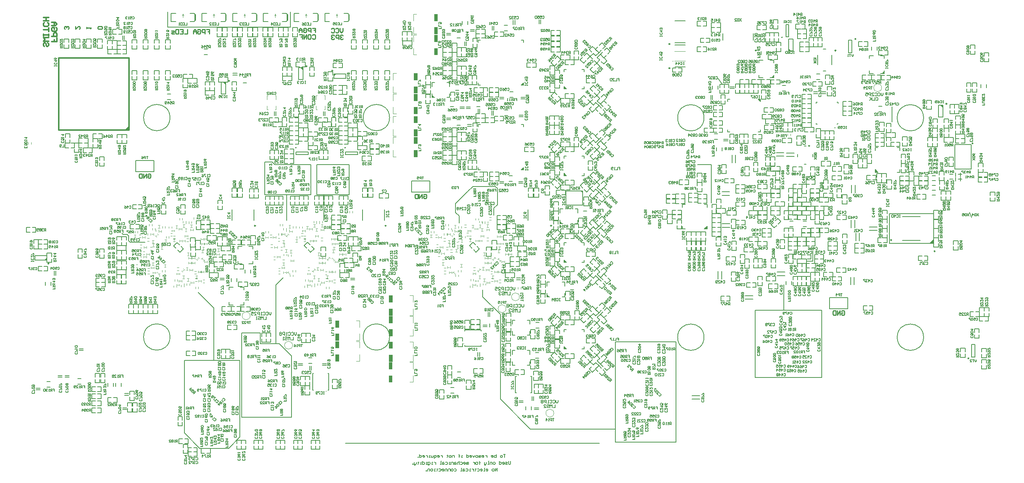
<source format=gbo>
G04*
G04 #@! TF.GenerationSoftware,Altium Limited,Altium Designer,19.1.6 (110)*
G04*
G04 Layer_Color=32896*
%FSLAX44Y44*%
%MOMM*%
G71*
G01*
G75*
%ADD10C,0.2000*%
%ADD11C,0.1000*%
%ADD12C,0.2540*%
%ADD13C,0.1500*%
%ADD15C,0.3000*%
%ADD16C,0.2500*%
%ADD17C,0.1270*%
G36*
X1039060Y1090750D02*
X1031560D01*
Y1105750D01*
X1039060D01*
X1039060Y1090750D01*
D02*
G37*
G36*
Y1060750D02*
X1031560D01*
Y1075750D01*
X1039060D01*
X1039060Y1060750D01*
D02*
G37*
G36*
Y1043250D02*
X1031560D01*
Y1058250D01*
X1039060D01*
Y1043250D01*
D02*
G37*
G36*
X1844185Y1021970D02*
X1838575Y1021970D01*
X1838575Y1027580D01*
X1844185Y1021970D01*
D02*
G37*
G36*
X1039060Y1013250D02*
X1031560D01*
Y1028250D01*
X1039060D01*
Y1013250D01*
D02*
G37*
G36*
X732830Y978170D02*
X727220Y983780D01*
X732830D01*
X732830Y978170D01*
D02*
G37*
G36*
X2056610Y970704D02*
X2050860Y970703D01*
X2056610Y976453D01*
X2056610Y970704D01*
D02*
G37*
G36*
X802970Y963470D02*
X802970Y969080D01*
X808580D01*
X802970Y963470D01*
D02*
G37*
G36*
X1805110Y960704D02*
X1799360Y960703D01*
X1805110Y966453D01*
X1805110Y960704D01*
D02*
G37*
G36*
X992750Y956000D02*
X985250D01*
Y971000D01*
X992750D01*
Y956000D01*
D02*
G37*
G36*
X556580Y944940D02*
X550970Y950550D01*
X556580Y950550D01*
Y944940D01*
D02*
G37*
G36*
X1234780Y943779D02*
X1228781Y943780D01*
X1234781Y949780D01*
X1234780Y943779D01*
D02*
G37*
G36*
X1332250Y935250D02*
X1327000D01*
Y940500D01*
X1332250Y935250D01*
D02*
G37*
G36*
X992750Y926000D02*
X985250D01*
Y941000D01*
X992750D01*
Y926000D01*
D02*
G37*
G36*
X1032704Y915765D02*
X1026954Y915765D01*
X1026953Y921515D01*
X1032704Y915765D01*
D02*
G37*
G36*
X992750Y908772D02*
X985250D01*
Y923772D01*
X992750D01*
Y908772D01*
D02*
G37*
G36*
X1774000Y911750D02*
X1774000Y907250D01*
X1769500Y911750D01*
X1774000Y911750D01*
D02*
G37*
G36*
X2190080Y898280D02*
Y892670D01*
X2184470Y898280D01*
X2190080Y898280D01*
D02*
G37*
G36*
X992750Y878772D02*
X985250D01*
Y893772D01*
X992750D01*
Y878772D01*
D02*
G37*
G36*
X992550Y858250D02*
X985050D01*
Y873250D01*
X992550D01*
Y858250D01*
D02*
G37*
G36*
X337000Y841250D02*
X337000Y841250D01*
X329000D01*
X337000Y849250D01*
Y841250D01*
D02*
G37*
G36*
X992550Y828250D02*
X985050D01*
Y843250D01*
X992550D01*
Y828250D01*
D02*
G37*
G36*
Y810750D02*
X985050D01*
Y825750D01*
X992550Y825750D01*
X992550Y810750D01*
D02*
G37*
G36*
Y780750D02*
X985050D01*
X985050Y795750D01*
X992550D01*
X992550Y780750D01*
D02*
G37*
G36*
X1234780Y751030D02*
X1228781Y751031D01*
X1234781Y757031D01*
X1234780Y751030D01*
D02*
G37*
G36*
X2041899Y745500D02*
X2035750D01*
Y751649D01*
X2041899Y745500D01*
D02*
G37*
G36*
X1332250Y737750D02*
X1327000D01*
Y743000D01*
X1332250Y737750D01*
D02*
G37*
G36*
X1369900Y699110D02*
X1366400Y702610D01*
X1369900D01*
Y699110D01*
D02*
G37*
G36*
X1324203Y628140D02*
X1318454Y628140D01*
X1318453Y633890D01*
X1324203Y628140D01*
D02*
G37*
G36*
X1653000Y616000D02*
X1646851D01*
X1653000Y622149D01*
Y616000D01*
D02*
G37*
G36*
X2168600Y583500D02*
X2158600D01*
X2168600Y593500D01*
Y583500D01*
D02*
G37*
G36*
X149780Y545540D02*
X144170Y545540D01*
X149780Y551150D01*
X149780Y545540D01*
D02*
G37*
G36*
X1332250Y540250D02*
X1327000D01*
Y545500D01*
X1332250Y540250D01*
D02*
G37*
G36*
X1294500Y461250D02*
X1288750Y461250D01*
X1288750Y467000D01*
X1294500Y461250D01*
D02*
G37*
G36*
X935906Y449464D02*
X928406D01*
X928406Y464464D01*
X935906D01*
Y449464D01*
D02*
G37*
G36*
Y419464D02*
X928406D01*
X928406Y434464D01*
X935906D01*
X935906Y419464D01*
D02*
G37*
G36*
X935906Y402464D02*
X928406D01*
X928406Y417464D01*
X935906D01*
X935906Y402464D01*
D02*
G37*
G36*
X814250Y392239D02*
X806750D01*
Y407239D01*
X814250D01*
Y392239D01*
D02*
G37*
G36*
X935906Y372464D02*
X928406D01*
X928406Y387464D01*
X935906D01*
Y372464D01*
D02*
G37*
G36*
X814250Y362239D02*
X806750D01*
Y377239D01*
X814250D01*
Y362239D01*
D02*
G37*
G36*
X814250Y345238D02*
X806750D01*
Y360238D01*
X814250D01*
Y345238D01*
D02*
G37*
G36*
X936000Y344250D02*
X928500D01*
Y359250D01*
X936000Y359250D01*
X936000Y344250D01*
D02*
G37*
G36*
X1332250Y342750D02*
X1327000D01*
Y348000D01*
X1332250Y342750D01*
D02*
G37*
G36*
X814250Y315238D02*
X806750D01*
Y330238D01*
X814250D01*
Y315238D01*
D02*
G37*
G36*
X936000Y314250D02*
X928500D01*
Y329250D01*
X936000D01*
X936000Y314250D01*
D02*
G37*
G36*
X935750Y297250D02*
X928250D01*
Y312250D01*
X935750D01*
X935750Y297250D01*
D02*
G37*
G36*
Y267250D02*
X928250D01*
Y282250D01*
X935750D01*
Y267250D01*
D02*
G37*
D10*
X430000Y870000D02*
G03*
X430000Y870000I-30000J0D01*
G01*
Y370000D02*
G03*
X430000Y370000I-30000J0D01*
G01*
X930000D02*
G03*
X930000Y370000I-30000J0D01*
G01*
Y870000D02*
G03*
X930000Y870000I-30000J0D01*
G01*
X1832493Y1019250D02*
G03*
X1832493Y1019250I-750J0D01*
G01*
X1575472Y998395D02*
G03*
X1575472Y998395I-353J0D01*
G01*
X592150Y579671D02*
G03*
X592150Y579671I-354J0D01*
G01*
X1206763Y312500D02*
G03*
X1206763Y312500I-354J0D01*
G01*
X591854Y440250D02*
G03*
X591854Y440250I-354J0D01*
G01*
X1207104Y381250D02*
G03*
X1207104Y381250I-354J0D01*
G01*
X2146000Y369500D02*
G03*
X2146000Y369500I-30000J0D01*
G01*
X1646000D02*
G03*
X1646000Y369500I-30000J0D01*
G01*
X1646000Y869500D02*
G03*
X1646000Y869500I-30000J0D01*
G01*
X2146000D02*
G03*
X2146000Y869500I-30000J0D01*
G01*
X789500Y286750D02*
X791750D01*
Y249250D02*
Y286750D01*
X754750D02*
X757000D01*
X754750Y249250D02*
Y286750D01*
Y249250D02*
X757000D01*
X789500D02*
X791750D01*
X1138750Y348750D02*
Y351000D01*
X1101250Y348750D02*
X1138750D01*
Y383500D02*
Y385750D01*
X1101250D02*
X1138750D01*
X1101250Y383500D02*
Y385750D01*
Y348750D02*
Y351000D01*
X1216750Y242750D02*
X1219000D01*
X1216750D02*
Y280250D01*
X1251500Y242750D02*
X1253750D01*
Y280250D01*
X1251500D02*
X1253750D01*
X1216750D02*
X1219000D01*
X829500Y127500D02*
X1407500D01*
X2098100Y644000D02*
X2138100D01*
X2098100Y590000D02*
X2138100D01*
X424750Y1076000D02*
Y1111000D01*
Y1076000D02*
X704000D01*
Y1110750D01*
X352024Y746565D02*
Y772065D01*
Y746565D02*
X393524D01*
Y772065D01*
X352024D02*
X393524D01*
X980027Y700065D02*
Y725565D01*
Y700065D02*
X1021527D01*
Y725565D01*
X980027D02*
X1021527D01*
X1931750Y434250D02*
Y459750D01*
Y434250D02*
X1973250D01*
Y459750D01*
X1931750D02*
X1973250D01*
X1688640Y1046600D02*
Y1061600D01*
X1758640Y1046600D02*
Y1061600D01*
X1904750Y990500D02*
Y1012500D01*
X1936750Y990500D02*
Y1012500D01*
X1917750Y976500D02*
X1923750D01*
X1917750Y1026500D02*
X1923750D01*
X1838750Y1053750D02*
Y1081750D01*
X1832750Y1053750D02*
Y1081750D01*
X1838750D01*
X1832750Y1053750D02*
X1838750D01*
X1949000Y854750D02*
X1949500D01*
X1951500Y856750D01*
Y857250D01*
X1949000Y904750D02*
X1951500D01*
Y902250D02*
Y904750D01*
X1901500Y854750D02*
X1904000D01*
X1901500D02*
Y857250D01*
Y904750D02*
X1904000D01*
X1901500Y902250D02*
Y904750D01*
X1769000Y911750D02*
X1774000Y906750D01*
X1769000Y911750D02*
X1774000D01*
Y906750D02*
Y911750D01*
X1769000Y837750D02*
X1774000D01*
Y842750D01*
X1700000Y837750D02*
X1705000D01*
X1700000D02*
Y842750D01*
Y906750D02*
Y911750D01*
X1705000D01*
X2035750Y745500D02*
Y751649D01*
Y745500D02*
X2041899D01*
X2085601D02*
X2091750D01*
Y751649D01*
X2085601Y801500D02*
X2091750D01*
Y795351D02*
Y801500D01*
X2035750D02*
X2041899D01*
X2035750Y795351D02*
Y801500D01*
Y751649D02*
X2041899Y745500D01*
X1646851Y616000D02*
X1653000D01*
Y622149D01*
Y665851D02*
Y672000D01*
X1646851D02*
X1653000D01*
X1597000Y665851D02*
Y672000D01*
X1603149D01*
X1597000Y616000D02*
Y622149D01*
Y616000D02*
X1603149D01*
X1646851D02*
X1653000Y622149D01*
X1579684Y1040198D02*
X1603684D01*
X1579684Y1090198D02*
X1603684D01*
X1579684Y985198D02*
X1603684D01*
X1579684Y1035198D02*
X1603684D01*
X1229780Y751030D02*
X1234780Y756030D01*
X1229780Y751030D02*
X1234780D01*
Y756030D01*
X1229780Y854030D02*
X1234780D01*
Y849030D02*
Y854030D01*
X1131780D02*
X1136780D01*
X1131780Y849030D02*
X1131780Y854030D01*
X1131780Y756030D02*
X1131780Y751030D01*
X1136780D01*
X1229780Y943779D02*
X1234780Y948779D01*
X1229780Y943779D02*
X1234780D01*
Y948779D01*
X1229780Y1046779D02*
X1234780D01*
Y1041779D02*
Y1046779D01*
X1131780D02*
X1136780D01*
X1131780Y1041779D02*
Y1046779D01*
Y943779D02*
Y948779D01*
Y943779D02*
X1136780D01*
X918410Y636065D02*
Y660066D01*
X868410Y636065D02*
Y660066D01*
X1295312Y636233D02*
Y660233D01*
X1245312Y636233D02*
Y660233D01*
X620910Y636065D02*
Y660066D01*
X570910Y636065D02*
Y660066D01*
X717085Y785939D02*
X745085D01*
X717085Y791939D02*
X745085Y791939D01*
Y785939D02*
Y791939D01*
X717085Y785939D02*
Y791939D01*
X829345Y785939D02*
X857345D01*
X829345Y791939D02*
X857345D01*
Y785939D02*
Y791939D01*
X829345Y785939D02*
Y791939D01*
X1327000Y342750D02*
Y348000D01*
Y342750D02*
X1332250D01*
X1327000Y348000D02*
X1332250Y342750D01*
X1367750D02*
X1373000D01*
Y348000D01*
X1367750Y387250D02*
X1373000D01*
Y382000D02*
Y387250D01*
X1327000D02*
X1332250D01*
X1327000Y382000D02*
Y387250D01*
Y579500D02*
Y584750D01*
X1332250D01*
X1373000Y579500D02*
Y584750D01*
X1367750D02*
X1373000D01*
Y540250D02*
Y545500D01*
X1367750Y540250D02*
X1373000D01*
X1327000Y545500D02*
X1332250Y540250D01*
X1327000D02*
X1332250D01*
X1327000D02*
Y545500D01*
Y935250D02*
Y940500D01*
Y935250D02*
X1332250D01*
X1327000Y940500D02*
X1332250Y935250D01*
X1367750D02*
X1373000D01*
Y940500D01*
X1367750Y979750D02*
X1373000D01*
Y974500D02*
Y979750D01*
X1327000D02*
X1332250D01*
X1327000Y974500D02*
Y979750D01*
Y777000D02*
Y782250D01*
X1332250D01*
X1373000Y777000D02*
Y782250D01*
X1367750D02*
X1373000D01*
Y737750D02*
Y743000D01*
X1367750Y737750D02*
X1373000D01*
X1327000Y743000D02*
X1332250Y737750D01*
X1327000D02*
X1332250D01*
X1327000D02*
Y743000D01*
X1193843Y102557D02*
X1189178D01*
X1191510D01*
Y95560D01*
X1185679D02*
X1183346D01*
X1182180Y96726D01*
Y99059D01*
X1183346Y100225D01*
X1185679D01*
X1186845Y99059D01*
Y96726D01*
X1185679Y95560D01*
X1172850Y102557D02*
Y95560D01*
X1169351D01*
X1168185Y96726D01*
Y97892D01*
Y99059D01*
X1169351Y100225D01*
X1172850D01*
X1162353Y95560D02*
X1164686D01*
X1165852Y96726D01*
Y99059D01*
X1164686Y100225D01*
X1162353D01*
X1161187Y99059D01*
Y97892D01*
X1165852D01*
X1151856Y100225D02*
Y95560D01*
Y97892D01*
X1150690Y99059D01*
X1149524Y100225D01*
X1148358D01*
X1141360Y95560D02*
X1143692D01*
X1144859Y96726D01*
Y99059D01*
X1143692Y100225D01*
X1141360D01*
X1140193Y99059D01*
Y97892D01*
X1144859D01*
X1137861Y95560D02*
Y100225D01*
X1136695D01*
X1135528Y99059D01*
Y95560D01*
Y99059D01*
X1134362Y100225D01*
X1133196Y99059D01*
Y95560D01*
X1129697D02*
X1127364D01*
X1126198Y96726D01*
Y99059D01*
X1127364Y100225D01*
X1129697D01*
X1130863Y99059D01*
Y96726D01*
X1129697Y95560D01*
X1123865Y100225D02*
X1121533Y95560D01*
X1119200Y100225D01*
X1113369Y95560D02*
X1115701D01*
X1116868Y96726D01*
Y99059D01*
X1115701Y100225D01*
X1113369D01*
X1112203Y99059D01*
Y97892D01*
X1116868D01*
X1105205Y102557D02*
Y95560D01*
X1108704D01*
X1109870Y96726D01*
Y99059D01*
X1108704Y100225D01*
X1105205D01*
X1095874Y95560D02*
X1093542D01*
X1094708D01*
Y100225D01*
X1095874D01*
X1088877Y95560D02*
Y101391D01*
Y99059D01*
X1090043D01*
X1087710D01*
X1088877D01*
Y101391D01*
X1087710Y102557D01*
X1077214Y95560D02*
Y100225D01*
X1073715D01*
X1072549Y99059D01*
Y95560D01*
X1069050D02*
X1066717D01*
X1065551Y96726D01*
Y99059D01*
X1066717Y100225D01*
X1069050D01*
X1070216Y99059D01*
Y96726D01*
X1069050Y95560D01*
X1062052Y101391D02*
Y100225D01*
X1063218D01*
X1060886D01*
X1062052D01*
Y96726D01*
X1060886Y95560D01*
X1050389Y100225D02*
Y95560D01*
Y97892D01*
X1049223Y99059D01*
X1048056Y100225D01*
X1046890D01*
X1039892Y95560D02*
X1042225D01*
X1043391Y96726D01*
Y99059D01*
X1042225Y100225D01*
X1039892D01*
X1038726Y99059D01*
Y97892D01*
X1043391D01*
X1031728Y93227D02*
Y100225D01*
X1035227D01*
X1036394Y99059D01*
Y96726D01*
X1035227Y95560D01*
X1031728D01*
X1029396Y100225D02*
Y96726D01*
X1028230Y95560D01*
X1024731D01*
Y100225D01*
X1022398Y95560D02*
X1020066D01*
X1021232D01*
Y100225D01*
X1022398D01*
X1016567D02*
Y95560D01*
Y97892D01*
X1015400Y99059D01*
X1014234Y100225D01*
X1013068D01*
X1006070Y95560D02*
X1008403D01*
X1009569Y96726D01*
Y99059D01*
X1008403Y100225D01*
X1006070D01*
X1004904Y99059D01*
Y97892D01*
X1009569D01*
X997906Y102557D02*
Y95560D01*
X1001405D01*
X1002571Y96726D01*
Y99059D01*
X1001405Y100225D01*
X997906D01*
X995573Y95560D02*
Y96726D01*
X994407D01*
Y95560D01*
X995573D01*
X1205506Y87028D02*
Y81196D01*
X1204340Y80030D01*
X1202007D01*
X1200841Y81196D01*
Y87028D01*
X1198508Y80030D02*
X1195009D01*
X1193843Y81196D01*
X1195009Y82362D01*
X1197342D01*
X1198508Y83529D01*
X1197342Y84695D01*
X1193843D01*
X1188011Y80030D02*
X1190344D01*
X1191510Y81196D01*
Y83529D01*
X1190344Y84695D01*
X1188011D01*
X1186845Y83529D01*
Y82362D01*
X1191510D01*
X1179847Y87028D02*
Y80030D01*
X1183346D01*
X1184513Y81196D01*
Y83529D01*
X1183346Y84695D01*
X1179847D01*
X1169351Y80030D02*
X1167018D01*
X1165852Y81196D01*
Y83529D01*
X1167018Y84695D01*
X1169351D01*
X1170517Y83529D01*
Y81196D01*
X1169351Y80030D01*
X1163519D02*
Y84695D01*
X1160021D01*
X1158854Y83529D01*
Y80030D01*
X1156522D02*
X1154189D01*
X1155355D01*
Y87028D01*
X1156522D01*
X1150690Y84695D02*
Y81196D01*
X1149524Y80030D01*
X1146025D01*
Y78864D01*
X1147191Y77697D01*
X1148358D01*
X1146025Y80030D02*
Y84695D01*
X1135528Y80030D02*
Y85861D01*
Y83529D01*
X1136695D01*
X1134362D01*
X1135528D01*
Y85861D01*
X1134362Y87028D01*
X1129697Y80030D02*
X1127364D01*
X1126198Y81196D01*
Y83529D01*
X1127364Y84695D01*
X1129697D01*
X1130863Y83529D01*
Y81196D01*
X1129697Y80030D01*
X1123865Y84695D02*
Y80030D01*
Y82362D01*
X1122699Y83529D01*
X1121533Y84695D01*
X1120367D01*
X1109870Y80030D02*
Y84695D01*
X1108704D01*
X1107537Y83529D01*
Y80030D01*
Y83529D01*
X1106371Y84695D01*
X1105205Y83529D01*
Y80030D01*
X1099373D02*
X1101706D01*
X1102872Y81196D01*
Y83529D01*
X1101706Y84695D01*
X1099373D01*
X1098207Y83529D01*
Y82362D01*
X1102872D01*
X1091209Y84695D02*
X1094708D01*
X1095874Y83529D01*
Y81196D01*
X1094708Y80030D01*
X1091209D01*
X1088877Y87028D02*
Y80030D01*
Y83529D01*
X1087710Y84695D01*
X1085378D01*
X1084212Y83529D01*
Y80030D01*
X1080713Y84695D02*
X1078380D01*
X1077214Y83529D01*
Y80030D01*
X1080713D01*
X1081879Y81196D01*
X1080713Y82362D01*
X1077214D01*
X1074881Y80030D02*
Y84695D01*
X1071382D01*
X1070216Y83529D01*
Y80030D01*
X1067883D02*
X1065551D01*
X1066717D01*
Y84695D01*
X1067883D01*
X1057387D02*
X1060886D01*
X1062052Y83529D01*
Y81196D01*
X1060886Y80030D01*
X1057387D01*
X1053888Y84695D02*
X1051555D01*
X1050389Y83529D01*
Y80030D01*
X1053888D01*
X1055054Y81196D01*
X1053888Y82362D01*
X1050389D01*
X1048056Y80030D02*
X1045724D01*
X1046890D01*
Y87028D01*
X1048056D01*
X1035227Y84695D02*
Y80030D01*
Y82362D01*
X1034061Y83529D01*
X1032895Y84695D01*
X1031728D01*
X1028230Y80030D02*
X1025897D01*
X1027063D01*
Y84695D01*
X1028230D01*
X1020066Y77697D02*
X1018899D01*
X1017733Y78864D01*
Y84695D01*
X1021232D01*
X1022398Y83529D01*
Y81196D01*
X1021232Y80030D01*
X1017733D01*
X1015400D02*
X1013068D01*
X1014234D01*
Y84695D01*
X1015400D01*
X1004904Y87028D02*
Y80030D01*
X1008403D01*
X1009569Y81196D01*
Y83529D01*
X1008403Y84695D01*
X1004904D01*
X1002571Y80030D02*
X1000238D01*
X1001405D01*
Y84695D01*
X1002571D01*
X995573Y85861D02*
Y84695D01*
X996740D01*
X994407D01*
X995573D01*
Y81196D01*
X994407Y80030D01*
X990908Y84695D02*
Y81196D01*
X989742Y80030D01*
X986243D01*
Y78864D01*
X987409Y77697D01*
X988576D01*
X986243Y80030D02*
Y84695D01*
X983910Y80030D02*
Y81196D01*
X982744D01*
Y80030D01*
X983910D01*
X1175182Y64500D02*
Y71498D01*
X1170517Y64500D01*
Y71498D01*
X1167018Y64500D02*
X1164686D01*
X1163519Y65666D01*
Y67999D01*
X1164686Y69165D01*
X1167018D01*
X1168185Y67999D01*
Y65666D01*
X1167018Y64500D01*
X1150690D02*
X1153023D01*
X1154189Y65666D01*
Y67999D01*
X1153023Y69165D01*
X1150690D01*
X1149524Y67999D01*
Y66833D01*
X1154189D01*
X1147191Y64500D02*
X1144859D01*
X1146025D01*
Y71498D01*
X1147191D01*
X1137861Y64500D02*
X1140193D01*
X1141360Y65666D01*
Y67999D01*
X1140193Y69165D01*
X1137861D01*
X1136695Y67999D01*
Y66833D01*
X1141360D01*
X1129697Y69165D02*
X1133196D01*
X1134362Y67999D01*
Y65666D01*
X1133196Y64500D01*
X1129697D01*
X1126198Y70332D02*
Y69165D01*
X1127364D01*
X1125032D01*
X1126198D01*
Y65666D01*
X1125032Y64500D01*
X1121533Y69165D02*
Y64500D01*
Y66833D01*
X1120367Y67999D01*
X1119200Y69165D01*
X1118034D01*
X1114535Y64500D02*
X1112203D01*
X1113369D01*
Y69165D01*
X1114535D01*
X1104038D02*
X1107537D01*
X1108704Y67999D01*
Y65666D01*
X1107537Y64500D01*
X1104038D01*
X1100540Y69165D02*
X1098207D01*
X1097041Y67999D01*
Y64500D01*
X1100540D01*
X1101706Y65666D01*
X1100540Y66833D01*
X1097041D01*
X1094708Y64500D02*
X1092376D01*
X1093542D01*
Y71498D01*
X1094708D01*
X1077214Y69165D02*
X1080713D01*
X1081879Y67999D01*
Y65666D01*
X1080713Y64500D01*
X1077214D01*
X1073715D02*
X1071382D01*
X1070216Y65666D01*
Y67999D01*
X1071382Y69165D01*
X1073715D01*
X1074881Y67999D01*
Y65666D01*
X1073715Y64500D01*
X1067883D02*
Y69165D01*
X1064385D01*
X1063218Y67999D01*
Y64500D01*
X1060886D02*
Y69165D01*
X1057387D01*
X1056220Y67999D01*
Y64500D01*
X1050389D02*
X1052722D01*
X1053888Y65666D01*
Y67999D01*
X1052722Y69165D01*
X1050389D01*
X1049223Y67999D01*
Y66833D01*
X1053888D01*
X1042225Y69165D02*
X1045724D01*
X1046890Y67999D01*
Y65666D01*
X1045724Y64500D01*
X1042225D01*
X1038726Y70332D02*
Y69165D01*
X1039892D01*
X1037560D01*
X1038726D01*
Y65666D01*
X1037560Y64500D01*
X1034061D02*
X1031728D01*
X1032895D01*
Y69165D01*
X1034061D01*
X1027063Y64500D02*
X1024731D01*
X1023564Y65666D01*
Y67999D01*
X1024731Y69165D01*
X1027063D01*
X1028230Y67999D01*
Y65666D01*
X1027063Y64500D01*
X1021232D02*
Y69165D01*
X1017733D01*
X1016567Y67999D01*
Y64500D01*
X1014234D02*
Y65666D01*
X1013068D01*
Y64500D01*
X1014234D01*
D11*
X2050514Y938000D02*
G03*
X2050514Y938000I-9014J0D01*
G01*
X1195264Y434500D02*
G03*
X1195264Y434500I-9014J0D01*
G01*
X709014Y351250D02*
G03*
X709014Y351250I-9014J0D01*
G01*
X612514Y418250D02*
G03*
X612514Y418250I-9014J0D01*
G01*
X1225764Y461500D02*
G03*
X1225764Y461500I-9014J0D01*
G01*
X1304014Y196500D02*
G03*
X1304014Y196500I-9014J0D01*
G01*
X651250Y888000D02*
Y897000D01*
Y888000D02*
X653250Y888000D01*
X669250D02*
X671250Y888000D01*
Y897000D01*
Y911000D02*
Y920000D01*
X669250Y920000D02*
X671250Y920000D01*
X651250D02*
X653250Y920000D01*
X651250Y911000D02*
Y920000D01*
X763000Y888000D02*
Y897000D01*
Y888000D02*
X765000Y888000D01*
X781000D02*
X783000Y888000D01*
Y897000D01*
Y911000D02*
Y920000D01*
X781000Y920000D02*
X783000Y920000D01*
X763000D02*
X765000Y920000D01*
X763000Y911000D02*
Y920000D01*
X459750Y1097750D02*
Y1106750D01*
X458250Y1102000D02*
X459750Y1106750D01*
X461250Y1102000D01*
X529750Y1106750D02*
X531250Y1102000D01*
X528250D02*
X529750Y1106750D01*
Y1097750D02*
Y1106750D01*
X599750Y1097750D02*
Y1106750D01*
X598250Y1102000D02*
X599750Y1106750D01*
X601250Y1102000D01*
X669750Y1106750D02*
X671250Y1102000D01*
X668250D02*
X669750Y1106750D01*
Y1097750D02*
Y1106750D01*
X809750Y1097750D02*
Y1106750D01*
X808250Y1102000D02*
X809750Y1106750D01*
X811250Y1102000D01*
X739750Y1106750D02*
X741250Y1102000D01*
X738250D02*
X739750Y1106750D01*
Y1097750D02*
Y1106750D01*
X806750Y315238D02*
X814250D01*
X806750D02*
Y330238D01*
Y345238D02*
Y360238D01*
X814250D01*
X854250D02*
X861750D01*
Y345238D02*
Y360238D01*
Y315238D02*
Y330238D01*
X854250Y315238D02*
X861750D01*
X814250D02*
Y330238D01*
X806750D02*
X814250D01*
X806750Y345238D02*
X814250D01*
Y360238D01*
X806750Y362239D02*
X814250D01*
X806750D02*
Y377239D01*
Y392239D02*
Y407239D01*
X814250D01*
X854250Y407239D02*
X861750Y407239D01*
Y392239D02*
Y407239D01*
Y362239D02*
Y377239D01*
X854250Y362239D02*
X861750D01*
X814250Y362239D02*
Y377239D01*
X806750D02*
X814250D01*
X806750Y392239D02*
X814250D01*
Y407239D01*
X985250Y878772D02*
Y893772D01*
X992750D01*
X985250Y908772D02*
X992750D01*
X985250D02*
Y923772D01*
X937750D02*
X945250D01*
X937750Y908772D02*
Y923772D01*
Y878772D02*
Y893772D01*
Y878772D02*
X945250D01*
X985250D02*
X992750D01*
Y893772D01*
Y908772D02*
Y923772D01*
X985250D02*
X992750D01*
X985250Y926000D02*
Y941000D01*
X992750D01*
X985250Y956000D02*
X992750D01*
X985250D02*
Y971000D01*
X937750D02*
X945250D01*
X937750Y956000D02*
Y971000D01*
Y926000D02*
Y941000D01*
Y926000D02*
X945250D01*
X985250D02*
X992750D01*
Y941000D01*
Y956000D02*
Y971000D01*
X985250D02*
X992750D01*
X928500Y314250D02*
X936000D01*
X928500D02*
Y329250D01*
Y344250D02*
Y359250D01*
X936000Y359250D01*
X976000Y359250D02*
X983500D01*
Y344250D02*
Y359250D01*
Y314250D02*
Y329250D01*
X976000Y314250D02*
X983500D01*
X936000D02*
X936000Y329250D01*
X928500D02*
X936000D01*
X928500Y344250D02*
X936000D01*
X936000Y359250D02*
X936000Y344250D01*
X928250Y267250D02*
X935750D01*
X928250D02*
Y282250D01*
Y297250D02*
Y312250D01*
X935750D01*
X975750D02*
X983250D01*
X983250Y297250D01*
X983250Y282250D02*
X983250Y267250D01*
X975750D02*
X983250D01*
X935750Y267250D02*
Y282250D01*
X928250D02*
X935750D01*
X928250Y297250D02*
X935750D01*
X935750Y312250D01*
X928406Y419464D02*
X935906D01*
X928406D02*
X928406Y434464D01*
X928406Y449464D02*
X928406Y464464D01*
X935906D01*
X975906D02*
X983406D01*
Y449464D02*
Y464464D01*
Y419464D02*
Y434464D01*
X975906Y419464D02*
X983406D01*
X935906D02*
X935906Y434464D01*
X928406D02*
X935906D01*
X928406Y449464D02*
X935906D01*
Y464464D01*
X928406Y372464D02*
X935906D01*
X928406Y387464D02*
X928406Y372464D01*
X928406Y417464D02*
X928406Y402464D01*
X928406Y417464D02*
X935906D01*
X975906Y417464D02*
X983406D01*
Y402464D02*
Y417464D01*
Y372464D02*
Y387464D01*
X975906Y372464D02*
X983406D01*
X935906D02*
Y387464D01*
X928406D02*
X935906D01*
X928406Y402464D02*
X935906D01*
X935906Y417464D02*
X935906Y402464D01*
X114000Y809750D02*
X114000Y813750D01*
X107500Y809750D02*
Y813750D01*
X985050Y873250D02*
X992550D01*
Y858250D02*
Y873250D01*
Y828250D02*
Y843250D01*
X985050Y828250D02*
X992550D01*
X937550D02*
X945050D01*
X937550D02*
Y843250D01*
Y858250D02*
Y873250D01*
X945050D01*
X985050Y858250D02*
Y873250D01*
Y858250D02*
X992550D01*
X985050Y843250D02*
X992550D01*
X985050Y828250D02*
Y843250D01*
X1031560Y1105750D02*
X1039060D01*
X1039060Y1090750D02*
X1039060Y1105750D01*
X1039060Y1060750D02*
X1039060Y1075750D01*
X1031560Y1060750D02*
X1039060D01*
X984060D02*
X991560D01*
X984060D02*
Y1075750D01*
Y1090750D02*
Y1105750D01*
X991560D01*
X1031560Y1090750D02*
Y1105750D01*
Y1090750D02*
X1039060D01*
X1031560Y1075750D02*
X1039060D01*
X1031560Y1060750D02*
Y1075750D01*
Y1058250D02*
X1039060D01*
Y1043250D02*
Y1058250D01*
Y1013250D02*
Y1028250D01*
X1031560Y1013250D02*
X1039060D01*
X984060D02*
X991560D01*
X984060D02*
Y1028250D01*
Y1043250D02*
Y1058250D01*
X991560D01*
X1031560Y1043250D02*
Y1058250D01*
Y1043250D02*
X1039060D01*
X1031560Y1028250D02*
X1039060D01*
X1031560Y1013250D02*
Y1028250D01*
X985050Y825750D02*
X992550Y825750D01*
X992550Y810750D01*
X992550Y795750D02*
X992550Y780750D01*
X985050D02*
X992550D01*
X937550D02*
X945050Y780750D01*
X937550Y780750D02*
Y795750D01*
Y810750D02*
Y825750D01*
X945050D01*
X985050Y810750D02*
Y825750D01*
Y810750D02*
X992550D01*
X985050Y795750D02*
X992550D01*
X985050D02*
X985050Y780750D01*
X1579119Y999395D02*
X1603119D01*
X1579119Y1021395D02*
X1603119D01*
X1083500Y586000D02*
X1087500Y588000D01*
X766960Y562132D02*
X770960D01*
X766960Y555631D02*
X770960Y555632D01*
X768960Y557382D02*
X768960Y560382D01*
X734970Y594095D02*
X738970D01*
X734970Y587595D02*
X738970Y587595D01*
X736970Y589345D02*
X736970Y592345D01*
X686720Y539595D02*
X690720D01*
X686720Y533096D02*
X690720Y533096D01*
X688720Y534846D02*
X688720Y537845D01*
X687710Y582257D02*
X691710D01*
X687710Y575756D02*
X691710Y575757D01*
X689710Y577506D02*
X689710Y580507D01*
X647310Y595006D02*
Y599006D01*
X653810Y595006D02*
Y599006D01*
X649060Y597006D02*
X652060Y597006D01*
X686691Y590316D02*
X690691D01*
X686691Y583816D02*
X690691Y583816D01*
X688690Y585566D02*
X688691Y588566D01*
X716355Y592345D02*
X720355D01*
X716355Y585845D02*
X720355Y585845D01*
X718355Y590596D02*
X718355Y587595D01*
X700470Y624845D02*
X704470D01*
X700470Y618345D02*
X704470Y618345D01*
X702470Y623096D02*
X702470Y620095D01*
X761720Y617503D02*
X765720D01*
X761720Y611003D02*
X765720Y611003D01*
X763720Y612753D02*
X763720Y615753D01*
X743810Y521685D02*
X747810Y521685D01*
X743810Y528185D02*
X747810Y528185D01*
X734970Y593895D02*
X738970Y593895D01*
X734970Y600396D02*
X738970Y600396D01*
X728894Y600069D02*
X732894Y600069D01*
X728894Y606569D02*
X732894Y606569D01*
X675980Y588595D02*
X679980Y588596D01*
X675980Y595095D02*
X679980Y595095D01*
X659720Y573945D02*
X663720Y573946D01*
X659720Y580445D02*
X663720Y580445D01*
X665905Y546491D02*
X669905Y546491D01*
X665905Y552991D02*
X669905Y552991D01*
X676830Y520415D02*
X680830Y520415D01*
X676830Y526915D02*
X680830Y526915D01*
X676780Y513896D02*
X680780Y513896D01*
X676780Y520396D02*
X680780Y520396D01*
X802552Y493577D02*
X806552D01*
X802552Y500077D02*
X806552D01*
X1143862Y562299D02*
X1147862D01*
X1143862Y555799D02*
X1147862Y555799D01*
X1145862Y557549D02*
X1145862Y560549D01*
X1111873Y594263D02*
X1115873D01*
X1111873Y587763D02*
X1115873Y587763D01*
X1113873Y589513D02*
X1113873Y592513D01*
X1049623Y540013D02*
X1053623D01*
X1049623Y533513D02*
X1053623Y533513D01*
X1051623Y535263D02*
X1051623Y538263D01*
X1064612Y582424D02*
X1068612D01*
X1064612Y575924D02*
X1068612Y575924D01*
X1066612Y577674D02*
X1066612Y580674D01*
X1022662Y603223D02*
X1026662D01*
X1022662Y596723D02*
X1026662Y596723D01*
X1024662Y601473D02*
X1024662Y598473D01*
X1091362Y535663D02*
X1095362D01*
X1091362Y529163D02*
X1095362Y529163D01*
X1093362Y533913D02*
X1093362Y530913D01*
X1063593Y590483D02*
X1067593D01*
X1063593Y583983D02*
X1067593Y583983D01*
X1065593Y585733D02*
X1065593Y588733D01*
X1092507Y592263D02*
X1096507D01*
X1092507Y585763D02*
X1096507Y585763D01*
X1094507Y590513D02*
X1094507Y587513D01*
X1138623Y617670D02*
X1142623D01*
X1138623Y611170D02*
X1142623Y611170D01*
X1140623Y612920D02*
X1140623Y615920D01*
X1120712Y521852D02*
X1124712Y521852D01*
X1120712Y528353D02*
X1124712Y528353D01*
X1111623Y593763D02*
X1115623Y593763D01*
X1111623Y600263D02*
X1115623Y600263D01*
X1105796Y600236D02*
X1109796Y600236D01*
X1105796Y606736D02*
X1109796Y606736D01*
X1100448Y619563D02*
X1104448Y619563D01*
X1100448Y626063D02*
X1104448Y626063D01*
X1052882Y588763D02*
X1056882Y588763D01*
X1052882Y595263D02*
X1056882Y595263D01*
X1036623Y574113D02*
X1040623Y574113D01*
X1036623Y580613D02*
X1040623Y580613D01*
X1040307Y554159D02*
X1044307Y554159D01*
X1040307Y560658D02*
X1044307Y560658D01*
X1053982Y520582D02*
X1057982Y520582D01*
X1053982Y527082D02*
X1057982Y527082D01*
X1053932Y514063D02*
X1057932Y514063D01*
X1053932Y520563D02*
X1057932Y520563D01*
X1179454Y493744D02*
X1183454Y493744D01*
X1179454Y500244D02*
X1183454Y500244D01*
X797060Y591185D02*
Y595185D01*
X803560D02*
X803560Y591185D01*
X798810Y593185D02*
X801810Y593185D01*
X805810Y591185D02*
Y595185D01*
X812310D02*
X812310Y591185D01*
X807560Y593185D02*
X810560Y593185D01*
X805730Y539322D02*
Y543322D01*
X812230D02*
X812230Y539322D01*
X807480Y541322D02*
X810480Y541322D01*
X792060Y516331D02*
Y520331D01*
X798560Y516331D02*
X798560Y520331D01*
X793810Y518331D02*
X796810Y518332D01*
X799760Y516332D02*
Y520332D01*
X806260D02*
X806260Y516332D01*
X801510Y518332D02*
X804510Y518331D01*
X664395Y595115D02*
Y599115D01*
X670895Y595115D02*
X670895Y599115D01*
X666145Y597115D02*
X669145Y597116D01*
X792162Y495532D02*
Y499532D01*
X798662Y495532D02*
X798662Y499532D01*
X793912Y497532D02*
X796912Y497532D01*
X749200Y587082D02*
Y591082D01*
X755700D02*
X755700Y587082D01*
X750950Y589082D02*
X753950Y589081D01*
X774710Y491881D02*
Y495882D01*
X781210D02*
X781210Y491881D01*
X776460Y493881D02*
X779460Y493881D01*
X747970Y495595D02*
Y499595D01*
X754470Y495595D02*
X754470Y499595D01*
X749720Y497595D02*
X752720Y497595D01*
X704970Y541845D02*
Y545845D01*
X711470Y541845D02*
X711470Y545845D01*
X706720Y543845D02*
X709720Y543845D01*
X667783Y572395D02*
Y576395D01*
X674283Y572395D02*
X674283Y576395D01*
X669533Y574395D02*
X672533Y574395D01*
X688530Y514985D02*
Y518985D01*
X695030Y514985D02*
X695030Y518985D01*
X690280Y516985D02*
X693280Y516985D01*
X742280Y486573D02*
Y490573D01*
X748780D02*
X748780Y486573D01*
X744030Y488573D02*
X747030Y488573D01*
X744710Y501382D02*
X744710Y497382D01*
X738210D02*
X738210Y501382D01*
X731345Y621846D02*
X731345Y617845D01*
X724845D02*
X724845Y621846D01*
X792030Y484174D02*
X792030Y480173D01*
X785530D02*
X785530Y484174D01*
X695483Y559157D02*
X695483Y555157D01*
X688983D02*
X688983Y559157D01*
X705720Y557845D02*
X705720Y553845D01*
X699220D02*
X699220Y557845D01*
X715970Y518345D02*
X715970Y522346D01*
X709470D02*
X709470Y518345D01*
X710160Y507765D02*
X710160Y511765D01*
X703660D02*
X703660Y507765D01*
X759220Y488345D02*
X759220Y484345D01*
X752720D02*
X752720Y488345D01*
X765720Y492095D02*
X765720Y488096D01*
X759220D02*
X759220Y492095D01*
X772220Y492040D02*
X772220Y488040D01*
X765720D02*
X765720Y492040D01*
X742780Y486873D02*
X742780Y482873D01*
X736280D02*
X736280Y486873D01*
X1185268Y539490D02*
Y543489D01*
X1191768Y539490D02*
X1191768Y543489D01*
X1187018Y541489D02*
X1190018Y541489D01*
X1168962Y516499D02*
Y520499D01*
X1175462Y516499D02*
X1175462Y520499D01*
X1170712Y518499D02*
X1173712Y518499D01*
X1177710Y516499D02*
Y520499D01*
X1184210Y516499D02*
X1184210Y520499D01*
X1179460Y518499D02*
X1182460Y518499D01*
X1041298Y595213D02*
Y599213D01*
X1047797D02*
X1047797Y595213D01*
X1043047Y597213D02*
X1046048Y597213D01*
X1169064Y495699D02*
Y499699D01*
X1175564Y495699D02*
X1175564Y499699D01*
X1170814Y497699D02*
X1173814Y497699D01*
X1126103Y587249D02*
Y591249D01*
X1132602D02*
X1132603Y587249D01*
X1127853Y589249D02*
X1130853Y589249D01*
X1151612Y492049D02*
Y496049D01*
X1158112D02*
X1158112Y492049D01*
X1153362Y494049D02*
X1156362Y494049D01*
X1124873Y495763D02*
Y499763D01*
X1131373Y495763D02*
X1131373Y499763D01*
X1126622Y497763D02*
X1129623Y497763D01*
X1044773Y572613D02*
Y576613D01*
X1051273D02*
X1051273Y572613D01*
X1046523Y574613D02*
X1049523Y574613D01*
X1065432Y515153D02*
Y519152D01*
X1071932Y515153D02*
X1071932Y519152D01*
X1067182Y517152D02*
X1070182Y517153D01*
X1119182Y486741D02*
Y490741D01*
X1125682D02*
X1125682Y486741D01*
X1120932Y488741D02*
X1123932Y488741D01*
X1121150Y501946D02*
X1121150Y497946D01*
X1114650D02*
X1114650Y501946D01*
X1229000Y479200D02*
Y483200D01*
X1222500Y479200D02*
Y483200D01*
X1068450Y562750D02*
X1072450Y562750D01*
X1068450Y569250D02*
X1072450Y569250D01*
X1069500Y556250D02*
X1073500Y556250D01*
X1069500Y562750D02*
X1073500Y562750D01*
X1092873Y522513D02*
X1092873Y518513D01*
X1086373D02*
X1086373Y522513D01*
X1087042Y511803D02*
X1087042Y507803D01*
X1080543D02*
X1080543Y511803D01*
X1136123Y488763D02*
X1136123Y484763D01*
X1129623D02*
X1129623Y488763D01*
X1142623Y492263D02*
X1142623Y488263D01*
X1136123D02*
X1136123Y492263D01*
X1149123D02*
X1149123Y488263D01*
X1142623D02*
X1142623Y492263D01*
X1119432Y486541D02*
X1119432Y482541D01*
X1112932D02*
X1112932Y486541D01*
X1836500Y829050D02*
X1836500Y833050D01*
X1843000Y829050D02*
Y833050D01*
X789649Y547321D02*
X791771Y549442D01*
X791594Y552094D02*
X794422Y549265D01*
X786998Y547498D02*
X789826Y544669D01*
X1166552Y547488D02*
X1168673Y549609D01*
X1168496Y552261D02*
X1171325Y549433D01*
X1163900Y547665D02*
X1166728Y544837D01*
X690992Y525835D02*
Y529835D01*
X684492Y525835D02*
Y529835D01*
X686242Y527835D02*
X689242D01*
X680430Y550541D02*
Y554541D01*
X673930Y550541D02*
Y554541D01*
X675680Y552541D02*
X678680D01*
X710060Y618185D02*
Y622185D01*
X716560Y618185D02*
Y622185D01*
X695220Y610596D02*
Y614595D01*
X701720Y610596D02*
Y614595D01*
X688000Y614156D02*
Y618156D01*
X694500Y614156D02*
Y618156D01*
X763780Y628373D02*
Y632373D01*
X770280Y628373D02*
Y632373D01*
X770160Y630331D02*
Y634332D01*
X776660Y630331D02*
Y634332D01*
X647560Y606935D02*
Y610935D01*
X654060Y606935D02*
Y610935D01*
X774000Y595816D02*
X778000Y595816D01*
X774000Y589316D02*
X778000Y589316D01*
X845750Y657206D02*
X845750Y653206D01*
X839250D02*
X839250Y657206D01*
X757220Y630345D02*
Y634345D01*
X763720Y630345D02*
Y634345D01*
X680280Y623423D02*
Y627423D01*
X686780Y623423D02*
Y627423D01*
X783470Y519096D02*
X787470Y519096D01*
X783470Y512596D02*
X787470Y512596D01*
X749277Y511931D02*
Y515932D01*
X742777Y511931D02*
Y515932D01*
X744527Y513932D02*
X747527D01*
X764310Y522185D02*
X768310D01*
X764310Y528685D02*
X768310Y528685D01*
X766310Y526935D02*
X766310Y523935D01*
X737944Y609865D02*
Y613865D01*
X731444Y609865D02*
Y613865D01*
X733194Y611866D02*
X736194D01*
X801560Y568685D02*
X805560D01*
X801560Y575185D02*
X805560Y575185D01*
X803560Y573435D02*
X803560Y570435D01*
X786260Y503182D02*
X790260D01*
X786260Y509682D02*
X790260Y509682D01*
X788260Y507932D02*
X788260Y504932D01*
X740710Y616168D02*
X744710D01*
X740710Y622668D02*
X744710Y622668D01*
X742710Y617918D02*
X742710Y620918D01*
X822250Y556456D02*
Y560456D01*
X815750Y556456D02*
Y560456D01*
X817500Y558456D02*
X820500D01*
X774210Y620307D02*
X778210D01*
X774210Y626806D02*
X778210Y626806D01*
X776210Y625057D02*
X776210Y622057D01*
X830000Y556456D02*
Y560456D01*
X823500Y556456D02*
Y560456D01*
X825250Y558456D02*
X828250D01*
X691212Y602132D02*
Y606132D01*
X684713Y602132D02*
Y606132D01*
X686462Y604132D02*
X689463D01*
X797988Y548445D02*
X800817Y551274D01*
X802584Y543849D02*
X805413Y546678D01*
X800640Y548622D02*
X802761Y546501D01*
X799810Y562185D02*
X803810D01*
X799810Y568685D02*
X803810Y568685D01*
X801810Y566935D02*
X801810Y563935D01*
X763720Y587345D02*
Y591345D01*
X757220Y587345D02*
Y591345D01*
X758970Y589345D02*
X761970D01*
X756970Y620295D02*
X760970D01*
X756970Y626795D02*
X760970Y626796D01*
X758970Y622046D02*
X758970Y625046D01*
X703270Y561595D02*
X707270D01*
X703270Y568095D02*
X707270Y568096D01*
X705270Y563345D02*
X705270Y566345D01*
X708231Y608485D02*
Y612485D01*
X701730Y608485D02*
Y612485D01*
X703481Y610485D02*
X706480D01*
X779060Y520735D02*
Y524735D01*
X772560Y520735D02*
Y524735D01*
X774310Y522735D02*
X777310D01*
X696758Y516448D02*
X699586Y519276D01*
X701354Y511852D02*
X704183Y514680D01*
X699410Y516625D02*
X701531Y514503D01*
X756470Y502882D02*
X760470D01*
X756470Y509382D02*
X760470Y509381D01*
X758470Y507632D02*
X758470Y504632D01*
X766570Y497005D02*
X770570D01*
X766570Y503505D02*
X770570Y503505D01*
X768570Y498755D02*
X768570Y501755D01*
X698094Y605688D02*
X700922Y602860D01*
X693498Y601092D02*
X696326Y598263D01*
X696149Y600915D02*
X698271Y603036D01*
X692610Y563385D02*
X696610D01*
X692610Y569885D02*
X696610Y569885D01*
X694610Y568135D02*
X694610Y565135D01*
X758194Y525397D02*
X761022Y522569D01*
X753598Y520801D02*
X756426Y517973D01*
X756249Y520625D02*
X758371Y522746D01*
X754180Y614136D02*
Y618136D01*
X747680Y614136D02*
Y618136D01*
X749430Y616136D02*
X752430D01*
X767720Y598096D02*
Y602095D01*
X761220Y598096D02*
Y602095D01*
X762970Y600095D02*
X765970D01*
X780460Y612132D02*
Y616132D01*
X773960Y612132D02*
Y616132D01*
X775710Y614132D02*
X778710D01*
X776210Y547631D02*
Y551632D01*
X769710Y547631D02*
Y551632D01*
X771460Y549632D02*
X774460D01*
X783960Y547631D02*
Y551632D01*
X777460Y547631D02*
Y551632D01*
X779210Y549632D02*
X782210D01*
X686720Y546096D02*
X690720Y546096D01*
X686720Y539595D02*
X690720Y539596D01*
X776210Y536632D02*
Y540631D01*
X769710Y536632D02*
Y540631D01*
X771460Y538632D02*
X774460D01*
X783960Y536632D02*
Y540632D01*
X777460Y536632D02*
Y540632D01*
X779210Y538632D02*
X782210D01*
X805500Y580406D02*
Y584406D01*
X799000Y580406D02*
Y584406D01*
X800750Y582406D02*
X803750D01*
X789310Y638235D02*
Y642235D01*
X795810Y638235D02*
Y642235D01*
X812250Y580456D02*
Y584456D01*
X805750Y580456D02*
Y584456D01*
X807500Y582456D02*
X810500D01*
X718720Y595596D02*
Y599595D01*
X725220Y595596D02*
Y599595D01*
X657470Y603096D02*
X661470Y603095D01*
X657470Y596595D02*
X661470Y596595D01*
X784860Y503685D02*
X788860Y503685D01*
X784860Y497185D02*
X788860Y497185D01*
X677220Y602132D02*
Y606132D01*
X683720Y602132D02*
Y606132D01*
X681980Y575006D02*
X685980Y575006D01*
X681980Y568506D02*
X685980Y568506D01*
X1151228Y595868D02*
X1155228Y595868D01*
X1151228Y589368D02*
X1155228Y589368D01*
X1126132Y636463D02*
Y640463D01*
X1132632Y636463D02*
Y640463D01*
X1134122Y630513D02*
Y634513D01*
X1140623Y630513D02*
Y634513D01*
X1057182Y623591D02*
Y627591D01*
X1063682Y623591D02*
Y627591D01*
X1160373Y520263D02*
X1164373Y520263D01*
X1160373Y513763D02*
X1164373Y513763D01*
X1114846Y609783D02*
Y613783D01*
X1108346Y609783D02*
Y613783D01*
X1110096Y611783D02*
X1113096D01*
X1117612Y618585D02*
X1121612D01*
X1117612Y625085D02*
X1121612Y625085D01*
X1119612Y620335D02*
X1119612Y623335D01*
X1068133Y602299D02*
Y606299D01*
X1061633Y602299D02*
Y606299D01*
X1063383Y604299D02*
X1066383D01*
X1133122Y503299D02*
X1137123D01*
X1133122Y509799D02*
X1137123Y509799D01*
X1135123Y508049D02*
X1135123Y505049D01*
X1134604Y525932D02*
X1137432Y523104D01*
X1130008Y521336D02*
X1132836Y518508D01*
X1132659Y521159D02*
X1134781Y523281D01*
X1131082Y614303D02*
Y618303D01*
X1124582Y614303D02*
Y618303D01*
X1126332Y616303D02*
X1129332D01*
X1182316Y580602D02*
Y584603D01*
X1175816Y580602D02*
Y584603D01*
X1177566Y582603D02*
X1180566D01*
X1126179Y512599D02*
Y516599D01*
X1119679Y512599D02*
Y516599D01*
X1121429Y514599D02*
X1124429D01*
X1141212Y522353D02*
X1145212D01*
X1141212Y528853D02*
X1145212Y528853D01*
X1143212Y527103D02*
X1143212Y524103D01*
X1189043Y580553D02*
Y584553D01*
X1182542Y580553D02*
Y584553D01*
X1184292Y582553D02*
X1187292D01*
X1163112Y503349D02*
X1167112D01*
X1163112Y509849D02*
X1167112Y509849D01*
X1165112Y505099D02*
X1165112Y508099D01*
X1188462Y596953D02*
Y600952D01*
X1181962Y596953D02*
Y600952D01*
X1183712Y598952D02*
X1186712D01*
X1200042Y556603D02*
Y560603D01*
X1193542Y556603D02*
Y560603D01*
X1195292Y558603D02*
X1198292D01*
X1151112Y619724D02*
X1155112D01*
X1151112Y626224D02*
X1155112Y626224D01*
X1153112Y624474D02*
X1153112Y621474D01*
X1181806Y596953D02*
Y600952D01*
X1175306Y596953D02*
Y600952D01*
X1177056Y598952D02*
X1180056D01*
X1208042Y556603D02*
Y560603D01*
X1201543Y556603D02*
Y560603D01*
X1203292Y558603D02*
X1206292D01*
X1175954Y546793D02*
X1178783Y549622D01*
X1180551Y542197D02*
X1183379Y545025D01*
X1178606Y546970D02*
X1180727Y544849D01*
X1160862Y547799D02*
Y551799D01*
X1154362Y547799D02*
Y551799D01*
X1156112Y549799D02*
X1159112D01*
X1134123Y618996D02*
X1138123D01*
X1134123Y625496D02*
X1138123Y625496D01*
X1136123Y620746D02*
X1136123Y623746D01*
X1140583Y587403D02*
Y591403D01*
X1134082Y587403D02*
Y591403D01*
X1135833Y589403D02*
X1138832D01*
X1049623Y546513D02*
X1053623Y546513D01*
X1049623Y540013D02*
X1053623Y540013D01*
X1080000Y563500D02*
X1084000D01*
X1080000Y570000D02*
X1084000Y570000D01*
X1082000Y565250D02*
X1082000Y568250D01*
X1085133Y608813D02*
Y612813D01*
X1078633Y608813D02*
X1078633Y612813D01*
X1080383Y610813D02*
X1083383Y610813D01*
X1156078Y521063D02*
Y525063D01*
X1149578Y521063D02*
Y525063D01*
X1151328Y523063D02*
X1154328D01*
X1073660Y516615D02*
X1076489Y519444D01*
X1078257Y512019D02*
X1081085Y514847D01*
X1076312Y516792D02*
X1078433Y514671D01*
X1157200Y636500D02*
X1161200Y636500D01*
X1157200Y643000D02*
X1161200Y643000D01*
X1095623Y595763D02*
Y599763D01*
X1102123Y595763D02*
Y599763D01*
X1143473Y496425D02*
X1147473D01*
X1143473Y502925D02*
X1147473Y502925D01*
X1145473Y498175D02*
X1145473Y501175D01*
X1161762Y503853D02*
X1165762Y503853D01*
X1161762Y497352D02*
X1165762Y497352D01*
X1034372Y603263D02*
X1038372Y603263D01*
X1034372Y596763D02*
X1038372Y596763D01*
X1083300Y579000D02*
X1087300D01*
X1083300Y572500D02*
X1087300Y572500D01*
X1085300Y577250D02*
X1085300Y574250D01*
X1074996Y605855D02*
X1077824Y603027D01*
X1070400Y601259D02*
X1073228Y598431D01*
X1073052Y601082D02*
X1075173Y603204D01*
X1077373Y625013D02*
X1081373D01*
X1077373Y618513D02*
X1081373Y618513D01*
X1079373Y623263D02*
X1079373Y620263D01*
X1157362Y612299D02*
Y616299D01*
X1150862Y612299D02*
Y616299D01*
X1152612Y614299D02*
X1155612D01*
X1144123Y598013D02*
Y602013D01*
X1137623Y598013D02*
Y602013D01*
X1139373Y600013D02*
X1142373D01*
X1178462Y569603D02*
X1182462D01*
X1178462Y576102D02*
X1182462Y576102D01*
X1180462Y574352D02*
X1180462Y571353D01*
X1161268Y536799D02*
Y540799D01*
X1154768Y536799D02*
Y540799D01*
X1156518Y538799D02*
X1159518D01*
X1053873Y602299D02*
Y606299D01*
X1060373Y602299D02*
Y606299D01*
X1176712Y562352D02*
X1180712D01*
X1176712Y568853D02*
X1180712Y568853D01*
X1178712Y564103D02*
X1178712Y567103D01*
X1153112Y547799D02*
Y551799D01*
X1146612Y547799D02*
Y551799D01*
X1148362Y549799D02*
X1151362D01*
X1058883Y575173D02*
X1062883Y575173D01*
X1058883Y568673D02*
X1062883Y568673D01*
X1067894Y526503D02*
Y530503D01*
X1061394Y526503D02*
Y530503D01*
X1063144Y528503D02*
X1066144D01*
X1153362Y536799D02*
Y540799D01*
X1146862Y536799D02*
Y540799D01*
X1148612Y538799D02*
X1151612D01*
X1054833Y558209D02*
Y562209D01*
X1048333Y558209D02*
Y562209D01*
X1050082Y560209D02*
X1053083D01*
X1086962Y618353D02*
Y622352D01*
X1093462Y618353D02*
Y622352D01*
X1072123Y610763D02*
Y614763D01*
X1078623Y610763D02*
Y614763D01*
X1064323Y614313D02*
Y618313D01*
X1070823Y614313D02*
Y618313D01*
X1147062Y629499D02*
Y633499D01*
X1153562Y629499D02*
Y633499D01*
X1024462Y607103D02*
Y611102D01*
X1030962Y607103D02*
Y611102D01*
X1140682Y628291D02*
Y632291D01*
X1147182Y628291D02*
Y632291D01*
X437470Y593596D02*
X441470Y593596D01*
X437470Y600095D02*
X441470Y600095D01*
X431394Y600069D02*
X435394Y600069D01*
X431394Y606569D02*
X435394Y606569D01*
X433720Y621846D02*
X433720Y617845D01*
X427220D02*
X427220Y621846D01*
X389220Y545845D02*
X393220Y545845D01*
X389220Y539346D02*
X393220Y539346D01*
X447210Y497382D02*
Y501381D01*
X440710Y497382D02*
Y501381D01*
X446310Y521685D02*
X450310Y521685D01*
X446310Y528185D02*
X450310Y528185D01*
X368610Y558065D02*
X372610Y558065D01*
X368610Y564565D02*
X372610Y564565D01*
X484310Y642235D02*
X484310Y638235D01*
X490810D02*
X490810Y642235D01*
X421220Y599595D02*
X421220Y595596D01*
X427720D02*
X427720Y599595D01*
X359970Y603096D02*
X363970Y603095D01*
X359970Y596595D02*
X363970Y596595D01*
X487360Y503685D02*
X491360Y503685D01*
X487360Y497185D02*
X491360Y497185D01*
X494530Y480173D02*
Y484174D01*
X488030Y480173D02*
Y484174D01*
X389190Y590316D02*
X393190D01*
X389190Y583816D02*
X393190Y583816D01*
X391190Y585566D02*
X391190Y588566D01*
X379470Y606132D02*
X379470Y602132D01*
X385970D02*
X385970Y606132D01*
X384980Y575006D02*
X388980Y575006D01*
X384980Y568506D02*
X388980Y568506D01*
X361905Y546491D02*
X365905Y546491D01*
X361905Y552991D02*
X365905Y552991D01*
X379330Y520415D02*
X383330Y520415D01*
X379330Y526915D02*
X383330Y526915D01*
X379280Y513896D02*
X383280Y513896D01*
X379280Y520396D02*
X383280Y520396D01*
X412560Y621935D02*
X412560Y617935D01*
X419060D02*
X419060Y621935D01*
X361970Y573595D02*
X365970Y573596D01*
X361970Y580095D02*
X365970Y580095D01*
X444780Y483123D02*
Y487123D01*
X438280Y483123D02*
Y487123D01*
X505052Y493577D02*
X509052Y493577D01*
X505052Y500077D02*
X509052Y500077D01*
X397720Y614595D02*
X397720Y610595D01*
X404220D02*
X404220Y614595D01*
X389920Y614146D02*
Y618145D01*
X396420Y614146D02*
Y618145D01*
X466280Y632123D02*
X466280Y628123D01*
X472780D02*
X472780Y632123D01*
X350060Y606935D02*
Y610935D01*
X356560Y606935D02*
Y610935D01*
X412660Y507765D02*
Y511765D01*
X406160Y507765D02*
Y511765D01*
X461720Y484595D02*
Y488595D01*
X455220Y484595D02*
Y488595D01*
X468220Y488096D02*
Y492095D01*
X461720Y488096D02*
Y492095D01*
X378230Y588595D02*
X382230Y588596D01*
X378230Y595095D02*
X382230Y595095D01*
X352440Y528565D02*
X356440D01*
X352440Y535065D02*
X356440D01*
X418470Y518345D02*
Y522346D01*
X411970Y518345D02*
Y522346D01*
X467970Y594345D02*
X471970Y594345D01*
X467970Y587845D02*
X471970Y587845D01*
X451730Y640546D02*
X451730Y636546D01*
X458230D02*
X458230Y640546D01*
X459720Y634345D02*
X459720Y630345D01*
X466220D02*
X466220Y634345D01*
X474720Y488096D02*
Y492095D01*
X468220Y488096D02*
Y492095D01*
X382780Y627423D02*
X382780Y623423D01*
X389280D02*
X389280Y627423D01*
X485970Y520095D02*
X489970Y520095D01*
X485970Y513596D02*
X489970Y513595D01*
X399258Y516448D02*
X402086Y519276D01*
X403854Y511852D02*
X406683Y514680D01*
X401910Y516625D02*
X404031Y514503D01*
X440444Y610072D02*
Y614072D01*
X433944D02*
X433944Y610072D01*
X435694Y612072D02*
X438694Y612072D01*
X499910Y591115D02*
Y595115D01*
X506410Y591115D02*
Y595115D01*
X501660Y593116D02*
X504660Y593115D01*
X508366Y539322D02*
Y543322D01*
X514866Y539322D02*
Y543322D01*
X510116Y541322D02*
X513116D01*
X451700Y587082D02*
Y591082D01*
X458200D02*
X458200Y587082D01*
X453450Y589082D02*
X456450Y589081D01*
X409427Y569815D02*
X413428D01*
X409427Y576315D02*
X413428Y576315D01*
X411427Y571566D02*
X411428Y574566D01*
X481560Y520735D02*
Y524735D01*
X475060Y520735D02*
X475060Y524735D01*
X476810Y522735D02*
X479810Y522735D01*
X486460Y547631D02*
Y551632D01*
X479960D02*
X479960Y547631D01*
X481710Y549632D02*
X484710Y549632D01*
X460694Y525397D02*
X463522Y522569D01*
X456098Y520801D02*
X458926Y517973D01*
X458749Y520625D02*
X460871Y522746D01*
X402970Y624845D02*
X406970D01*
X402970Y618345D02*
X406970Y618345D01*
X404970Y623096D02*
X404970Y620095D01*
X370470Y572396D02*
Y576395D01*
X376970Y572396D02*
Y576395D01*
X372220Y574395D02*
X375220D01*
X464220Y617346D02*
X468220D01*
X464220Y610845D02*
X468220Y610845D01*
X466220Y612595D02*
X466220Y615596D01*
X416960Y535495D02*
X420960D01*
X416960Y528995D02*
X420960Y528995D01*
X418960Y533745D02*
X418960Y530745D01*
X418270Y592095D02*
X422270D01*
X418270Y585596D02*
X422270Y585596D01*
X420270Y590345D02*
X420270Y587345D01*
X444780Y486573D02*
Y490573D01*
X451280Y486573D02*
Y490573D01*
X446530Y488573D02*
X449530D01*
X390530Y514485D02*
Y518485D01*
X397030Y514485D02*
Y518485D01*
X392280Y516485D02*
X395280D01*
X393492Y525835D02*
Y529835D01*
X386992D02*
X386992Y525835D01*
X388742Y527835D02*
X391742Y527835D01*
X376430Y550541D02*
Y554541D01*
X369930D02*
X369930Y550541D01*
X371680Y552541D02*
X374680Y552541D01*
X472660Y633331D02*
X472660Y629332D01*
X479160D02*
X479160Y633331D01*
X466810Y522185D02*
X470810D01*
X466810Y528685D02*
X470810Y528685D01*
X468810Y526935D02*
X468810Y523935D01*
X451777Y511931D02*
Y515932D01*
X445277D02*
X445277Y511931D01*
X447027Y513932D02*
X450027Y513932D01*
X437470Y594095D02*
X441470D01*
X437470Y587595D02*
X441470Y587595D01*
X439470Y589345D02*
X439470Y592345D01*
X443210Y617565D02*
X447210D01*
X443210Y624066D02*
X447210D01*
X445210Y622315D02*
X445210Y619315D01*
X389220Y539595D02*
X393220D01*
X389220Y533096D02*
X393220Y533096D01*
X391220Y534846D02*
X391220Y537845D01*
X494912Y495532D02*
Y499532D01*
X501412Y495532D02*
Y499532D01*
X496662Y497532D02*
X499662D01*
X348260Y603056D02*
X352260D01*
X348260Y596556D02*
X352260Y596556D01*
X350260Y598306D02*
X350260Y601306D01*
X366895Y595046D02*
Y599045D01*
X373395Y595046D02*
Y599045D01*
X368645Y597046D02*
X371645D01*
X390210Y582382D02*
X394210D01*
X390210Y575882D02*
X394210Y575882D01*
X392210Y577631D02*
X392210Y580631D01*
X488710Y503182D02*
X492710D01*
X488710Y509682D02*
X492710Y509682D01*
X490710Y504932D02*
X490710Y507932D01*
X392783Y602132D02*
Y606132D01*
X386283D02*
X386283Y602132D01*
X388033Y604132D02*
X391033Y604132D01*
X508310Y591185D02*
Y595185D01*
X514810Y591185D02*
Y595185D01*
X510060Y593185D02*
X513060Y593185D01*
X469460Y562132D02*
X473460D01*
X469460Y555631D02*
X473460Y555632D01*
X471460Y557382D02*
X471460Y560382D01*
X476710Y619381D02*
X480710D01*
X476710Y625882D02*
X480710Y625882D01*
X478710Y621132D02*
X478710Y624132D01*
X489498Y547498D02*
X492326Y544669D01*
X494094Y552094D02*
X496922Y549265D01*
X492149Y547321D02*
X494271Y549442D01*
X542560Y556185D02*
Y560185D01*
X536060Y556185D02*
X536060Y560185D01*
X537810Y558185D02*
X540810Y558185D01*
X494560Y516332D02*
Y520332D01*
X501060Y516332D02*
Y520332D01*
X496310Y518332D02*
X499310Y518331D01*
X500393Y516332D02*
Y520332D01*
X506893Y516332D02*
Y520332D01*
X502143Y518332D02*
X505143Y518331D01*
X538560Y571185D02*
X542560D01*
X538560Y564685D02*
X542560Y564685D01*
X540560Y569435D02*
X540560Y566435D01*
X501265Y547663D02*
X504094Y550491D01*
X505861Y543067D02*
X508690Y545895D01*
X503917Y547840D02*
X506038Y545718D01*
X478710Y547631D02*
Y551632D01*
X472210D02*
X472210Y547631D01*
X473960Y549632D02*
X476960Y549632D01*
X459470Y619846D02*
X463470D01*
X459470Y626345D02*
X463470D01*
X461470Y621595D02*
X461470Y624595D01*
X410731Y608645D02*
Y612645D01*
X404230D02*
X404230Y608645D01*
X405980Y610645D02*
X408980Y610645D01*
X400844Y605438D02*
X403672Y602609D01*
X396248Y600842D02*
X399076Y598013D01*
X398899Y600665D02*
X401021Y602786D01*
X464720Y587095D02*
Y591095D01*
X458220Y587095D02*
X458220Y591095D01*
X459970Y589095D02*
X462970Y589095D01*
X458970Y503132D02*
X462970D01*
X458970Y509632D02*
X462970Y509632D01*
X460970Y507882D02*
X460970Y504882D01*
X450470Y495595D02*
Y499595D01*
X456970Y495595D02*
Y499595D01*
X452220Y497595D02*
X455220D01*
X469070Y497005D02*
X473070D01*
X469070Y503505D02*
X473070Y503505D01*
X471070Y498755D02*
X471070Y501755D01*
X477210Y491881D02*
Y495882D01*
X483710Y491881D02*
Y495882D01*
X478960Y493881D02*
X481960D01*
X486460Y536632D02*
Y540632D01*
X479960D02*
X479960Y536632D01*
X481710Y538632D02*
X484710Y538632D01*
X383160Y556566D02*
Y560565D01*
X376660Y556566D02*
X376660Y560565D01*
X378410Y558565D02*
X381410Y558565D01*
X482960Y612132D02*
Y616132D01*
X476460D02*
X476460Y612132D01*
X478210Y614132D02*
X481210Y614132D01*
X470220Y598095D02*
Y602095D01*
X463720D02*
X463720Y598095D01*
X465470Y600095D02*
X468470Y600095D01*
X456680Y614136D02*
Y618136D01*
X450180D02*
X450180Y614136D01*
X451930Y616136D02*
X454930Y616136D01*
X478710Y536632D02*
Y540632D01*
X472210D02*
X472210Y536632D01*
X473960Y538632D02*
X476960Y538632D01*
X502274Y561896D02*
X506274D01*
X502274Y568396D02*
X506274Y568396D01*
X504274Y563646D02*
X504274Y566646D01*
X504060Y568685D02*
X508060D01*
X504060Y575185D02*
X508060Y575185D01*
X506060Y573435D02*
X506060Y570435D01*
X514810Y580435D02*
Y584435D01*
X508310D02*
X508310Y580435D01*
X510060Y582435D02*
X513060Y582435D01*
X508160Y580316D02*
Y584315D01*
X501660Y580316D02*
X501660Y584315D01*
X503410Y582315D02*
X506410Y582315D01*
D12*
X1991744Y1049220D02*
G03*
X1991744Y1049220I-1016J0D01*
G01*
X2199220Y901550D02*
G03*
X2199220Y901550I-1270J0D01*
G01*
X565720Y953820D02*
G03*
X565720Y953820I-1270J0D01*
G01*
X154320Y537670D02*
G03*
X154320Y537670I-1270J0D01*
G01*
X2249016Y321380D02*
G03*
X2249016Y321380I-1016J0D01*
G01*
X1886250Y805500D02*
G03*
X1886250Y805500I-1000J0D01*
G01*
X800970Y976950D02*
G03*
X800970Y976950I-1270J0D01*
G01*
X741970Y987050D02*
G03*
X741970Y987050I-1270J0D01*
G01*
D13*
X786000Y246750D02*
G03*
X786000Y246750I-500J0D01*
G01*
X1099250Y355000D02*
G03*
X1099250Y355000I-500J0D01*
G01*
X1223500Y282750D02*
G03*
X1223500Y282750I-500J0D01*
G01*
X2250000Y654750D02*
X2255000Y643000D01*
X2074000Y860000D02*
Y895000D01*
X320500Y606000D02*
X323000Y603500D01*
X332500D01*
X336000Y600000D01*
Y589250D02*
Y600000D01*
Y589250D02*
X339250Y586000D01*
X707000Y187000D02*
Y326750D01*
X678750Y355000D02*
X707000Y326750D01*
X636000Y355000D02*
X678750D01*
X696000Y635750D02*
Y694500D01*
X780000Y635750D02*
Y694500D01*
X838250D02*
Y762750D01*
X764750D02*
X838250D01*
X764750Y694500D02*
Y762750D01*
Y694500D02*
X838250D01*
X1142250Y461750D02*
X1182500Y421500D01*
Y228250D02*
Y421500D01*
X671500Y488750D02*
X688500Y505750D01*
X671500Y355000D02*
Y488750D01*
X669000Y762750D02*
X751000D01*
X662750Y769000D02*
X669000Y762750D01*
X646000Y769000D02*
X662750D01*
X751000Y694500D02*
Y762750D01*
X563250Y116250D02*
X589000Y142000D01*
X462500Y151500D02*
X497750Y116250D01*
X339250Y586000D02*
X373500D01*
X646000Y694500D02*
X751000D01*
X646000D02*
Y769000D01*
X636000Y355000D02*
Y379000D01*
X593000D02*
X636000D01*
X593000Y187000D02*
Y379000D01*
Y187000D02*
X707000D01*
X494000Y472000D02*
X530000Y436000D01*
Y317000D02*
Y436000D01*
X462500Y317000D02*
X589000D01*
X462500Y151500D02*
Y317000D01*
X497750Y116250D02*
X563250D01*
X589000Y142000D02*
Y317000D01*
X1631000Y763000D02*
X1663000D01*
Y676000D02*
Y763000D01*
X1879250Y542750D02*
X1894000D01*
Y567000D01*
X2217360Y808350D02*
X2254360Y808350D01*
X2254360Y752350D01*
X2217360D02*
X2254360D01*
X2217360D02*
Y808350D01*
X1444500Y130250D02*
Y358750D01*
Y130250D02*
X1582500D01*
Y358750D01*
X1080500Y653500D02*
Y673750D01*
X1108250Y701500D01*
X1119750Y713000D01*
X1171000D01*
X1175500Y708500D01*
Y671500D02*
Y708500D01*
X1167750Y663750D02*
X1175500Y671500D01*
X1167750Y647750D02*
Y663750D01*
X1678250Y959000D02*
X1687500Y946250D01*
X2022610Y1010704D02*
X2031610D01*
X2022610Y1004704D02*
Y1010704D01*
X2056610Y1004704D02*
X2056610Y1010704D01*
X2047610D02*
X2056610D01*
X2047610Y970704D02*
X2056610D01*
Y976703D01*
X2022610Y970704D02*
Y976703D01*
Y970704D02*
X2031610Y970704D01*
X1771110Y1000704D02*
X1780110Y1000704D01*
X1771110Y994704D02*
Y1000704D01*
X1805110Y994704D02*
X1805110Y1000704D01*
X1796110D02*
X1805110D01*
X1796110Y960704D02*
X1805110D01*
Y966703D01*
X1771110D02*
X1771110Y960704D01*
X1780110D01*
X609797Y536671D02*
X618797D01*
Y542671D01*
X584797Y536671D02*
Y542671D01*
Y536671D02*
X593797D01*
X584797Y576671D02*
X593797D01*
X584797Y570672D02*
Y576671D01*
X618797D02*
X618797Y570672D01*
X609797Y576671D02*
X618797D01*
X1358454Y653140D02*
Y662140D01*
X1352454D02*
X1358454D01*
X1352454Y628140D02*
X1358454Y628140D01*
Y637140D01*
X1318454Y628140D02*
Y637140D01*
Y628140D02*
X1324454D01*
X1318454Y662140D02*
X1324454Y662140D01*
X1318454Y653140D02*
Y662140D01*
X1249409Y330500D02*
X1249409Y339500D01*
X1243409D02*
X1249409D01*
X1243409Y305500D02*
X1249409D01*
Y314500D01*
X1209409Y305500D02*
Y314500D01*
Y305500D02*
X1215409Y305500D01*
X1209409Y339500D02*
X1215409D01*
X1209409Y330500D02*
Y339500D01*
X1066954Y940765D02*
Y949765D01*
X1060954D02*
X1066954D01*
X1060954Y915765D02*
X1066954D01*
Y924765D01*
X1026954Y915765D02*
Y924765D01*
Y915765D02*
X1032954D01*
X1026954Y949765D02*
X1032954D01*
X1026954Y940765D02*
Y949765D01*
X564500Y483250D02*
X573500D01*
X564500Y477250D02*
Y483250D01*
X598500Y477250D02*
Y483250D01*
X589500D02*
X598500D01*
X589500Y443250D02*
X598500D01*
Y449250D01*
X564500Y449250D02*
X564500Y443250D01*
X573500D01*
X1249750Y399250D02*
Y408250D01*
X1243750D02*
X1249750D01*
X1243750Y374250D02*
X1249750Y374250D01*
Y383250D01*
X1209750Y374250D02*
Y383250D01*
Y374250D02*
X1215750D01*
X1209750Y408250D02*
X1215750D01*
X1209750Y399250D02*
Y408250D01*
X1328750Y495250D02*
X1328750Y486250D01*
X1322750Y495250D02*
X1328750D01*
X1322750Y461250D02*
X1328750D01*
Y470250D01*
X1288750Y461250D02*
Y470250D01*
Y461250D02*
X1294750D01*
X1288750Y495250D02*
X1294750Y495250D01*
X1288750Y486250D02*
X1288750Y495250D01*
X1893750Y780500D02*
Y786500D01*
X1874500Y805500D02*
X1878500Y805500D01*
X1859250Y781000D02*
Y787000D01*
X1874250Y763750D02*
X1878250Y763750D01*
X1369900Y670360D02*
Y702610D01*
X1331900D02*
X1369900D01*
X1331900Y670360D02*
Y702610D01*
Y670360D02*
X1369900D01*
X1366400Y702610D02*
X1369900Y699110D01*
X1088250Y629750D02*
Y645750D01*
X1080500Y653500D02*
X1088250Y645750D01*
X1789250Y657750D02*
Y667250D01*
X1762500Y430750D02*
X1914500D01*
X1762500Y278000D02*
Y430750D01*
Y278000D02*
X1914500D01*
Y430750D01*
X1828000D02*
Y489500D01*
X1444500Y358750D02*
X1582500D01*
X1182500Y228250D02*
X1250500Y160250D01*
X1444500D01*
X1142250Y461750D02*
Y477500D01*
X1313667Y226498D02*
Y221833D01*
X1311334Y219500D01*
X1309002Y221833D01*
Y226498D01*
X1302004Y225331D02*
X1303170Y226498D01*
X1305503D01*
X1306669Y225331D01*
Y220666D01*
X1305503Y219500D01*
X1303170D01*
X1302004Y220666D01*
X1295006Y225331D02*
X1296172Y226498D01*
X1298505D01*
X1299671Y225331D01*
Y220666D01*
X1298505Y219500D01*
X1296172D01*
X1295006Y220666D01*
X1292674Y219500D02*
X1290341D01*
X1291507D01*
Y226498D01*
X1292674Y225331D01*
X1286842Y219500D02*
Y226498D01*
X1283343D01*
X1282177Y225331D01*
Y222999D01*
X1283343Y221833D01*
X1286842D01*
X1279844Y225331D02*
X1278678Y226498D01*
X1276346D01*
X1275179Y225331D01*
Y224165D01*
X1276346Y222999D01*
X1275179Y221833D01*
Y220666D01*
X1276346Y219500D01*
X1278678D01*
X1279844Y220666D01*
Y221833D01*
X1278678Y222999D01*
X1279844Y224165D01*
Y225331D01*
X1278678Y222999D02*
X1276346D01*
X1307250Y215748D02*
Y208750D01*
X1302585D01*
X1300252D02*
Y215748D01*
X1297920Y213415D01*
X1295587Y215748D01*
Y208750D01*
X1288589Y214581D02*
X1289756Y215748D01*
X1292088D01*
X1293255Y214581D01*
Y213415D01*
X1292088Y212249D01*
X1289756D01*
X1288589Y211083D01*
Y209916D01*
X1289756Y208750D01*
X1292088D01*
X1293255Y209916D01*
X1281592Y208750D02*
X1286257D01*
X1281592Y213415D01*
Y214581D01*
X1282758Y215748D01*
X1285090D01*
X1286257Y214581D01*
X2037336Y914831D02*
X2038502Y915998D01*
X2040835D01*
X2042001Y914831D01*
Y910166D01*
X2040835Y909000D01*
X2038502D01*
X2037336Y910166D01*
X2035003Y915998D02*
Y909000D01*
X2030338D01*
X2028006Y915998D02*
Y909000D01*
Y911333D01*
X2023340Y915998D01*
X2026839Y912499D01*
X2023340Y909000D01*
X718000Y380748D02*
Y376083D01*
X715667Y373750D01*
X713335Y376083D01*
Y380748D01*
X706337Y379581D02*
X707503Y380748D01*
X709836D01*
X711002Y379581D01*
Y374916D01*
X709836Y373750D01*
X707503D01*
X706337Y374916D01*
X699339Y379581D02*
X700506Y380748D01*
X702838D01*
X704005Y379581D01*
Y374916D01*
X702838Y373750D01*
X700506D01*
X699339Y374916D01*
X697007Y373750D02*
X694674D01*
X695841D01*
Y380748D01*
X697007Y379581D01*
X691175Y373750D02*
Y380748D01*
X687676D01*
X686510Y379581D01*
Y377249D01*
X687676Y376083D01*
X691175D01*
X684178Y379581D02*
X683011Y380748D01*
X680679D01*
X679512Y379581D01*
Y378415D01*
X680679Y377249D01*
X679512Y376083D01*
Y374916D01*
X680679Y373750D01*
X683011D01*
X684178Y374916D01*
Y376083D01*
X683011Y377249D01*
X684178Y378415D01*
Y379581D01*
X683011Y377249D02*
X680679D01*
X710584Y370248D02*
Y363250D01*
X705919D01*
X703586D02*
Y370248D01*
X701253Y367915D01*
X698921Y370248D01*
Y363250D01*
X691923Y369081D02*
X693089Y370248D01*
X695422D01*
X696588Y369081D01*
Y367915D01*
X695422Y366749D01*
X693089D01*
X691923Y365583D01*
Y364416D01*
X693089Y363250D01*
X695422D01*
X696588Y364416D01*
X689591Y363250D02*
X687258D01*
X688424D01*
Y370248D01*
X689591Y369081D01*
X649334Y416498D02*
Y409500D01*
X644669D01*
X642336D02*
Y416498D01*
X640003Y414165D01*
X637671Y416498D01*
Y409500D01*
X630673Y415331D02*
X631839Y416498D01*
X634172D01*
X635338Y415331D01*
Y414165D01*
X634172Y412999D01*
X631839D01*
X630673Y411833D01*
Y410666D01*
X631839Y409500D01*
X634172D01*
X635338Y410666D01*
X628340Y409500D02*
X626008D01*
X627174D01*
Y416498D01*
X628340Y415331D01*
X1216000Y483498D02*
Y478833D01*
X1213667Y476500D01*
X1211335Y478833D01*
Y483498D01*
X1204337Y482331D02*
X1205503Y483498D01*
X1207836D01*
X1209002Y482331D01*
Y477666D01*
X1207836Y476500D01*
X1205503D01*
X1204337Y477666D01*
X1197339Y482331D02*
X1198506Y483498D01*
X1200838D01*
X1202004Y482331D01*
Y477666D01*
X1200838Y476500D01*
X1198506D01*
X1197339Y477666D01*
X1195007Y476500D02*
X1192674D01*
X1193840D01*
Y483498D01*
X1195007Y482331D01*
X1189175Y476500D02*
Y483498D01*
X1185676D01*
X1184510Y482331D01*
Y479999D01*
X1185676Y478833D01*
X1189175D01*
X1177512Y476500D02*
X1182178D01*
X1177512Y481165D01*
Y482331D01*
X1178679Y483498D01*
X1181011D01*
X1182178Y482331D01*
X1170515Y483498D02*
X1175180D01*
Y479999D01*
X1172847Y481165D01*
X1171681D01*
X1170515Y479999D01*
Y477666D01*
X1171681Y476500D01*
X1174014D01*
X1175180Y477666D01*
X660500Y426998D02*
Y422333D01*
X658167Y420000D01*
X655835Y422333D01*
Y426998D01*
X648837Y425831D02*
X650003Y426998D01*
X652336D01*
X653502Y425831D01*
Y421166D01*
X652336Y420000D01*
X650003D01*
X648837Y421166D01*
X641839Y425831D02*
X643006Y426998D01*
X645338D01*
X646505Y425831D01*
Y421166D01*
X645338Y420000D01*
X643006D01*
X641839Y421166D01*
X639507Y420000D02*
X637174D01*
X638340D01*
Y426998D01*
X639507Y425831D01*
X633675Y420000D02*
Y426998D01*
X630176D01*
X629010Y425831D01*
Y423499D01*
X630176Y422333D01*
X633675D01*
X622012Y420000D02*
X626678D01*
X622012Y424665D01*
Y425831D01*
X623179Y426998D01*
X625511D01*
X626678Y425831D01*
X615015Y426998D02*
X619680D01*
Y423499D01*
X617347Y424665D01*
X616181D01*
X615015Y423499D01*
Y421166D01*
X616181Y420000D01*
X618513D01*
X619680Y421166D01*
X1235501Y444498D02*
Y439833D01*
X1233168Y437500D01*
X1230836Y439833D01*
Y444498D01*
X1223838Y443331D02*
X1225005Y444498D01*
X1227337D01*
X1228503Y443331D01*
Y438666D01*
X1227337Y437500D01*
X1225005D01*
X1223838Y438666D01*
X1216840Y443331D02*
X1218007Y444498D01*
X1220339D01*
X1221506Y443331D01*
Y438666D01*
X1220339Y437500D01*
X1218007D01*
X1216840Y438666D01*
X1214508Y437500D02*
X1212175D01*
X1213342D01*
Y444498D01*
X1214508Y443331D01*
X1208676Y437500D02*
Y444498D01*
X1205178D01*
X1204011Y443331D01*
Y440999D01*
X1205178Y439833D01*
X1208676D01*
X1201679Y443331D02*
X1200512Y444498D01*
X1198180D01*
X1197013Y443331D01*
Y442165D01*
X1198180Y440999D01*
X1197013Y439833D01*
Y438666D01*
X1198180Y437500D01*
X1200512D01*
X1201679Y438666D01*
Y439833D01*
X1200512Y440999D01*
X1201679Y442165D01*
Y443331D01*
X1200512Y440999D02*
X1198180D01*
X2053834Y926498D02*
Y921833D01*
X2051502Y919500D01*
X2049169Y921833D01*
Y926498D01*
X2042171Y925331D02*
X2043338Y926498D01*
X2045670D01*
X2046837Y925331D01*
Y920666D01*
X2045670Y919500D01*
X2043338D01*
X2042171Y920666D01*
X2035174Y925331D02*
X2036340Y926498D01*
X2038672D01*
X2039839Y925331D01*
Y920666D01*
X2038672Y919500D01*
X2036340D01*
X2035174Y920666D01*
X2028176Y919500D02*
X2032841D01*
X2028176Y924165D01*
Y925331D01*
X2029342Y926498D01*
X2031675D01*
X2032841Y925331D01*
X2025843Y919500D02*
Y926498D01*
X2022344D01*
X2021178Y925331D01*
Y922999D01*
X2022344Y921833D01*
X2025843D01*
X2014180Y926498D02*
X2018846D01*
Y922999D01*
X2016513Y924165D01*
X2015347D01*
X2014180Y922999D01*
Y920666D01*
X2015347Y919500D01*
X2017679D01*
X2018846Y920666D01*
X1227750Y433998D02*
Y427000D01*
X1223085D01*
X1220752D02*
Y433998D01*
X1218420Y431665D01*
X1216087Y433998D01*
Y427000D01*
X1209089Y432831D02*
X1210256Y433998D01*
X1212588D01*
X1213755Y432831D01*
Y431665D01*
X1212588Y430499D01*
X1210256D01*
X1209089Y429333D01*
Y428166D01*
X1210256Y427000D01*
X1212588D01*
X1213755Y428166D01*
X1206757Y432831D02*
X1205591Y433998D01*
X1203258D01*
X1202092Y432831D01*
Y431665D01*
X1203258Y430499D01*
X1204424D01*
X1203258D01*
X1202092Y429333D01*
Y428166D01*
X1203258Y427000D01*
X1205591D01*
X1206757Y428166D01*
X1204750Y472998D02*
Y466000D01*
X1200085D01*
X1197752D02*
Y472998D01*
X1195420Y470665D01*
X1193087Y472998D01*
Y466000D01*
X1186089Y471831D02*
X1187256Y472998D01*
X1189588D01*
X1190754Y471831D01*
Y470665D01*
X1189588Y469499D01*
X1187256D01*
X1186089Y468333D01*
Y467166D01*
X1187256Y466000D01*
X1189588D01*
X1190754Y467166D01*
X1183757Y471831D02*
X1182590Y472998D01*
X1180258D01*
X1179092Y471831D01*
Y470665D01*
X1180258Y469499D01*
X1181424D01*
X1180258D01*
X1179092Y468333D01*
Y467166D01*
X1180258Y466000D01*
X1182590D01*
X1183757Y467166D01*
X860750Y545500D02*
X866248D01*
Y548249D01*
X865332Y549165D01*
X863499D01*
X862583Y548249D01*
Y545500D01*
Y547333D02*
X860750Y549165D01*
X866248Y554664D02*
X865332Y552831D01*
X863499Y550998D01*
X861666D01*
X860750Y551915D01*
Y553747D01*
X861666Y554664D01*
X862583D01*
X863499Y553747D01*
Y550998D01*
X728750Y238250D02*
X734248D01*
Y240999D01*
X733332Y241915D01*
X731499D01*
X730583Y240999D01*
Y238250D01*
Y240083D02*
X728750Y241915D01*
X734248Y247414D02*
Y243748D01*
X731499D01*
X732415Y245581D01*
Y246497D01*
X731499Y247414D01*
X729666D01*
X728750Y246497D01*
Y244665D01*
X729666Y243748D01*
X734248Y252912D02*
X733332Y251079D01*
X731499Y249246D01*
X729666D01*
X728750Y250163D01*
Y251996D01*
X729666Y252912D01*
X730583D01*
X731499Y251996D01*
Y249246D01*
X728750Y254745D02*
Y256577D01*
Y255661D01*
X734248D01*
X733332Y254745D01*
X1068000Y387500D02*
X1073498D01*
Y390249D01*
X1072582Y391166D01*
X1070749D01*
X1069833Y390249D01*
Y387500D01*
Y389333D02*
X1068000Y391166D01*
X1073498Y396664D02*
Y392998D01*
X1070749D01*
X1071665Y394831D01*
Y395747D01*
X1070749Y396664D01*
X1068916D01*
X1068000Y395747D01*
Y393915D01*
X1068916Y392998D01*
X1073498Y402162D02*
X1072582Y400329D01*
X1070749Y398496D01*
X1068916D01*
X1068000Y399413D01*
Y401245D01*
X1068916Y402162D01*
X1069833D01*
X1070749Y401245D01*
Y398496D01*
X1072582Y403995D02*
X1073498Y404911D01*
Y406744D01*
X1072582Y407660D01*
X1068916D01*
X1068000Y406744D01*
Y404911D01*
X1068916Y403995D01*
X1072582D01*
X812000Y830500D02*
Y835998D01*
X809251D01*
X808335Y835082D01*
Y833249D01*
X809251Y832333D01*
X812000D01*
X810167D02*
X808335Y830500D01*
X806502D02*
X804669D01*
X805585D01*
Y835998D01*
X806502Y835082D01*
X801920D02*
X801004Y835998D01*
X799171D01*
X798254Y835082D01*
Y834165D01*
X799171Y833249D01*
X800087D01*
X799171D01*
X798254Y832333D01*
Y831416D01*
X799171Y830500D01*
X801004D01*
X801920Y831416D01*
X792756Y830500D02*
X796422D01*
X792756Y834165D01*
Y835082D01*
X793673Y835998D01*
X795505D01*
X796422Y835082D01*
X699000Y831750D02*
Y837248D01*
X696251D01*
X695334Y836332D01*
Y834499D01*
X696251Y833583D01*
X699000D01*
X697167D02*
X695334Y831750D01*
X693502D02*
X691669D01*
X692585D01*
Y837248D01*
X693502Y836332D01*
X688920Y831750D02*
X687087D01*
X688004D01*
Y837248D01*
X688920Y836332D01*
X684338Y837248D02*
X680673D01*
Y836332D01*
X684338Y832666D01*
Y831750D01*
X698750Y840500D02*
Y845998D01*
X696001D01*
X695085Y845082D01*
Y843249D01*
X696001Y842333D01*
X698750D01*
X696917D02*
X695085Y840500D01*
X693252D02*
X691419D01*
X692335D01*
Y845998D01*
X693252Y845082D01*
X688670Y840500D02*
X686837D01*
X687754D01*
Y845998D01*
X688670Y845082D01*
X680423Y845998D02*
X684088D01*
Y843249D01*
X682255Y844165D01*
X681339D01*
X680423Y843249D01*
Y841416D01*
X681339Y840500D01*
X683172D01*
X684088Y841416D01*
X759082Y903166D02*
X759998Y902249D01*
Y900416D01*
X759082Y899500D01*
X755416D01*
X754500Y900416D01*
Y902249D01*
X755416Y903166D01*
X754500Y908664D02*
Y904998D01*
X758166Y908664D01*
X759082D01*
X759998Y907747D01*
Y905915D01*
X759082Y904998D01*
Y910496D02*
X759998Y911413D01*
Y913245D01*
X759082Y914162D01*
X758166D01*
X757249Y913245D01*
X756333Y914162D01*
X755416D01*
X754500Y913245D01*
Y911413D01*
X755416Y910496D01*
X756333D01*
X757249Y911413D01*
X758166Y910496D01*
X759082D01*
X757249Y911413D02*
Y913245D01*
X759998Y919660D02*
Y915995D01*
X757249D01*
X758166Y917827D01*
Y918744D01*
X757249Y919660D01*
X755416D01*
X754500Y918744D01*
Y916911D01*
X755416Y915995D01*
X890750Y814000D02*
Y819498D01*
X888001D01*
X887085Y818582D01*
Y816749D01*
X888001Y815833D01*
X890750D01*
X888917D02*
X887085Y814000D01*
X885252D02*
X883419D01*
X884335D01*
Y819498D01*
X885252Y818582D01*
X880670D02*
X879754Y819498D01*
X877921D01*
X877004Y818582D01*
Y817665D01*
X877921Y816749D01*
X878837D01*
X877921D01*
X877004Y815833D01*
Y814916D01*
X877921Y814000D01*
X879754D01*
X880670Y814916D01*
X871506Y819498D02*
X873339Y818582D01*
X875172Y816749D01*
Y814916D01*
X874255Y814000D01*
X872423D01*
X871506Y814916D01*
Y815833D01*
X872423Y816749D01*
X875172D01*
X826500Y895500D02*
X831998D01*
Y898249D01*
X831082Y899165D01*
X829249D01*
X828333Y898249D01*
Y895500D01*
Y897333D02*
X826500Y899165D01*
Y900998D02*
Y902831D01*
Y901915D01*
X831998D01*
X831082Y900998D01*
Y905580D02*
X831998Y906497D01*
Y908329D01*
X831082Y909246D01*
X830165D01*
X829249Y908329D01*
Y907413D01*
Y908329D01*
X828333Y909246D01*
X827416D01*
X826500Y908329D01*
Y906497D01*
X827416Y905580D01*
X826500Y913827D02*
X831998D01*
X829249Y911078D01*
Y914744D01*
X788250Y841000D02*
Y846498D01*
X785501D01*
X784585Y845582D01*
Y843749D01*
X785501Y842833D01*
X788250D01*
X786417D02*
X784585Y841000D01*
X782752D02*
X780919D01*
X781835D01*
Y846498D01*
X782752Y845582D01*
X778170D02*
X777254Y846498D01*
X775421D01*
X774504Y845582D01*
Y844666D01*
X775421Y843749D01*
X776337D01*
X775421D01*
X774504Y842833D01*
Y841916D01*
X775421Y841000D01*
X777254D01*
X778170Y841916D01*
X772672Y845582D02*
X771755Y846498D01*
X769923D01*
X769006Y845582D01*
Y844666D01*
X769923Y843749D01*
X770839D01*
X769923D01*
X769006Y842833D01*
Y841916D01*
X769923Y841000D01*
X771755D01*
X772672Y841916D01*
X714500Y895000D02*
X719998D01*
Y897749D01*
X719082Y898665D01*
X717249D01*
X716333Y897749D01*
Y895000D01*
Y896833D02*
X714500Y898665D01*
Y900498D02*
Y902331D01*
Y901415D01*
X719998D01*
X719082Y900498D01*
X714500Y905080D02*
Y906913D01*
Y905996D01*
X719998D01*
X719082Y905080D01*
X715416Y909662D02*
X714500Y910578D01*
Y912411D01*
X715416Y913327D01*
X719082D01*
X719998Y912411D01*
Y910578D01*
X719082Y909662D01*
X718166D01*
X717249Y910578D01*
Y913327D01*
X661000Y850750D02*
Y856248D01*
X658251D01*
X657335Y855332D01*
Y853499D01*
X658251Y852583D01*
X661000D01*
X659167D02*
X657335Y850750D01*
X655502D02*
X653669D01*
X654585D01*
Y856248D01*
X655502Y855332D01*
X650920Y850750D02*
X649087D01*
X650004D01*
Y856248D01*
X650920Y855332D01*
X646338D02*
X645422Y856248D01*
X643589D01*
X642673Y855332D01*
Y854416D01*
X643589Y853499D01*
X642673Y852583D01*
Y851666D01*
X643589Y850750D01*
X645422D01*
X646338Y851666D01*
Y852583D01*
X645422Y853499D01*
X646338Y854416D01*
Y855332D01*
X645422Y853499D02*
X643589D01*
X897834Y835082D02*
X898751Y835998D01*
X900584D01*
X901500Y835082D01*
Y831416D01*
X900584Y830500D01*
X898751D01*
X897834Y831416D01*
X896002Y835082D02*
X895085Y835998D01*
X893253D01*
X892336Y835082D01*
Y834165D01*
X893253Y833249D01*
X894169D01*
X893253D01*
X892336Y832333D01*
Y831416D01*
X893253Y830500D01*
X895085D01*
X896002Y831416D01*
X890504Y835082D02*
X889587Y835998D01*
X887755D01*
X886838Y835082D01*
Y831416D01*
X887755Y830500D01*
X889587D01*
X890504Y831416D01*
Y835082D01*
X881340Y830500D02*
X885005D01*
X881340Y834165D01*
Y835082D01*
X882256Y835998D01*
X884089D01*
X885005Y835082D01*
X843582Y905165D02*
X844498Y904249D01*
Y902416D01*
X843582Y901500D01*
X839916D01*
X839000Y902416D01*
Y904249D01*
X839916Y905165D01*
X843582Y906998D02*
X844498Y907915D01*
Y909747D01*
X843582Y910664D01*
X842665D01*
X841749Y909747D01*
Y908831D01*
Y909747D01*
X840833Y910664D01*
X839916D01*
X839000Y909747D01*
Y907915D01*
X839916Y906998D01*
X843582Y912496D02*
X844498Y913413D01*
Y915246D01*
X843582Y916162D01*
X839916D01*
X839000Y915246D01*
Y913413D01*
X839916Y912496D01*
X843582D01*
X839000Y917995D02*
Y919827D01*
Y918911D01*
X844498D01*
X843582Y917995D01*
X705332Y875666D02*
X706248Y874749D01*
Y872916D01*
X705332Y872000D01*
X701666D01*
X700750Y872916D01*
Y874749D01*
X701666Y875666D01*
X700750Y881164D02*
Y877498D01*
X704416Y881164D01*
X705332D01*
X706248Y880247D01*
Y878415D01*
X705332Y877498D01*
X706248Y882996D02*
Y886662D01*
X705332D01*
X701666Y882996D01*
X700750D01*
X706248Y888495D02*
Y892160D01*
X705332D01*
X701666Y888495D01*
X700750D01*
X649084Y866832D02*
X650001Y867748D01*
X651834D01*
X652750Y866832D01*
Y863166D01*
X651834Y862250D01*
X650001D01*
X649084Y863166D01*
X643586Y862250D02*
X647252D01*
X643586Y865916D01*
Y866832D01*
X644503Y867748D01*
X646335D01*
X647252Y866832D01*
X641754Y867748D02*
X638088D01*
Y866832D01*
X641754Y863166D01*
Y862250D01*
X636255Y866832D02*
X635339Y867748D01*
X633506D01*
X632590Y866832D01*
Y865916D01*
X633506Y864999D01*
X634423D01*
X633506D01*
X632590Y864083D01*
Y863166D01*
X633506Y862250D01*
X635339D01*
X636255Y863166D01*
X667585Y927332D02*
X668501Y928248D01*
X670334D01*
X671250Y927332D01*
Y923666D01*
X670334Y922750D01*
X668501D01*
X667585Y923666D01*
X662086Y922750D02*
X665752D01*
X662086Y926415D01*
Y927332D01*
X663003Y928248D01*
X664835D01*
X665752Y927332D01*
X656588Y928248D02*
X658421Y927332D01*
X660254Y925499D01*
Y923666D01*
X659337Y922750D01*
X657505D01*
X656588Y923666D01*
Y924583D01*
X657505Y925499D01*
X660254D01*
X651090Y922750D02*
X654755D01*
X651090Y926415D01*
Y927332D01*
X652006Y928248D01*
X653839D01*
X654755Y927332D01*
X1287000Y334750D02*
X1292498D01*
Y337499D01*
X1291582Y338415D01*
X1289749D01*
X1288833Y337499D01*
Y334750D01*
Y336583D02*
X1287000Y338415D01*
Y343914D02*
Y340248D01*
X1290665Y343914D01*
X1291582D01*
X1292498Y342997D01*
Y341165D01*
X1291582Y340248D01*
X1292498Y345746D02*
Y349412D01*
X1291582D01*
X1287916Y345746D01*
X1287000D01*
X1292498Y351245D02*
Y354910D01*
X1291582D01*
X1287916Y351245D01*
X1287000D01*
X1435250Y853750D02*
X1431362Y857638D01*
X1429418Y855694D01*
X1429418Y854398D01*
X1430714Y853102D01*
X1432010Y853102D01*
X1433954Y855046D01*
X1432658Y853750D02*
Y851158D01*
X1428122Y853102D02*
X1426826Y853102D01*
X1425531Y851806D01*
X1425530Y850510D01*
X1426178Y849862D01*
X1427474D01*
X1428122Y850510D01*
X1427474Y849862D01*
X1427474Y848566D01*
X1428122Y847918D01*
X1429418D01*
X1430714Y849214D01*
Y850510D01*
X1424234Y849214D02*
X1422939Y849214D01*
X1421643Y847918D01*
X1421643Y846622D01*
X1422291Y845974D01*
X1423587D01*
X1423586Y844678D01*
X1424234Y844031D01*
X1425531D01*
X1426826Y845326D01*
Y846622D01*
X1426178Y847270D01*
X1424883Y847270D01*
Y848566D01*
X1424234Y849214D01*
X1424883Y847270D02*
X1423587Y845974D01*
X1420347Y845326D02*
X1419051Y845326D01*
X1417755Y844031D01*
X1417755Y842735D01*
X1420347Y840143D01*
X1421643D01*
X1422939Y841439D01*
Y842735D01*
X1420347Y845326D01*
X1381000Y825750D02*
X1377112Y829638D01*
X1375168Y827694D01*
X1375168Y826398D01*
X1376464Y825102D01*
X1377760Y825102D01*
X1379704Y827046D01*
X1378408Y825750D02*
Y823158D01*
X1373872Y825102D02*
X1372576Y825102D01*
X1371281Y823806D01*
X1371280Y822510D01*
X1371928Y821862D01*
X1373224D01*
X1373872Y822510D01*
X1373224Y821862D01*
X1373224Y820566D01*
X1373872Y819918D01*
X1375168D01*
X1376464Y821214D01*
Y822510D01*
X1369337Y821862D02*
X1366745Y819270D01*
X1367393Y818622D01*
X1372576D01*
X1373224Y817974D01*
X1368689Y814734D02*
Y813439D01*
X1367393Y812143D01*
X1366097D01*
X1363505Y814734D01*
X1363505Y816031D01*
X1364801Y817326D01*
X1366097Y817326D01*
X1366745Y816678D01*
Y815383D01*
X1364801Y813439D01*
X1446250Y841250D02*
X1442362Y845138D01*
X1440418Y843194D01*
X1440418Y841898D01*
X1441714Y840602D01*
X1443010Y840602D01*
X1444954Y842546D01*
X1443658Y841250D02*
Y838658D01*
X1439122Y840602D02*
X1437826Y840602D01*
X1436530Y839306D01*
X1436530Y838010D01*
X1437178Y837362D01*
X1438474D01*
X1439122Y838010D01*
X1438474Y837362D01*
X1438474Y836066D01*
X1439122Y835418D01*
X1440418D01*
X1441714Y836714D01*
Y838010D01*
X1434586Y837362D02*
X1431995Y834770D01*
X1432643Y834122D01*
X1437826D01*
X1438474Y833474D01*
X1428107Y830882D02*
X1430051Y831531D01*
X1432643Y831530D01*
X1433938Y830235D01*
Y828939D01*
X1432643Y827643D01*
X1431347D01*
X1430699Y828291D01*
Y829586D01*
X1432643Y831530D01*
X1418500Y786000D02*
X1414612Y789888D01*
X1412668Y787944D01*
X1412668Y786648D01*
X1413964Y785352D01*
X1415260Y785352D01*
X1417204Y787296D01*
X1415908Y786000D02*
Y783408D01*
X1411372Y785352D02*
X1410076Y785352D01*
X1408781Y784056D01*
X1408780Y782760D01*
X1409428Y782112D01*
X1410724D01*
X1411372Y782760D01*
X1410724Y782112D01*
X1410724Y780816D01*
X1411372Y780168D01*
X1412668D01*
X1413964Y781464D01*
Y782760D01*
X1406837Y782112D02*
X1404245Y779520D01*
X1404893Y778872D01*
X1410076D01*
X1410724Y778224D01*
X1400357Y775632D02*
X1402949Y778224D01*
X1404893Y776280D01*
X1402949Y775632D01*
X1402301Y774985D01*
Y773689D01*
X1403597Y772393D01*
X1404893D01*
X1406189Y773689D01*
Y774985D01*
X1309250Y814250D02*
X1305362Y818138D01*
X1303418Y816194D01*
X1303418Y814898D01*
X1304714Y813602D01*
X1306010Y813602D01*
X1307954Y815546D01*
X1306658Y814250D02*
Y811658D01*
X1302122Y813602D02*
X1300826Y813602D01*
X1299530Y812306D01*
X1299530Y811010D01*
X1300178Y810362D01*
X1301474D01*
X1302122Y811010D01*
X1301474Y810362D01*
X1301474Y809066D01*
X1302122Y808418D01*
X1303418D01*
X1304714Y809714D01*
Y811010D01*
X1297587Y810362D02*
X1294995Y807770D01*
X1295643Y807122D01*
X1300826D01*
X1301474Y806474D01*
X1295643Y800643D02*
X1291755Y804530D01*
X1295643Y804530D01*
X1293051Y801939D01*
X1444750Y673500D02*
X1448638Y677388D01*
X1446694Y679332D01*
X1445398Y679332D01*
X1444102Y678036D01*
X1444102Y676740D01*
X1446046Y674796D01*
X1444750Y676092D02*
X1442158D01*
X1444102Y680628D02*
X1444102Y681924D01*
X1442806Y683220D01*
X1441510Y683220D01*
X1440862Y682572D01*
Y681276D01*
X1441510Y680628D01*
X1440862Y681276D01*
X1439566Y681276D01*
X1438918Y680628D01*
Y679332D01*
X1440214Y678036D01*
X1441510D01*
X1440862Y685163D02*
X1438270Y687755D01*
X1437622Y687107D01*
Y681924D01*
X1436974Y681276D01*
X1436326Y688403D02*
X1436326Y689699D01*
X1435031Y690995D01*
X1433734Y690995D01*
X1431143Y688403D01*
Y687107D01*
X1432439Y685811D01*
X1433734D01*
X1436326Y688403D01*
X1414000Y730000D02*
X1417888Y733888D01*
X1415944Y735832D01*
X1414648Y735832D01*
X1413352Y734536D01*
X1413352Y733240D01*
X1415296Y731296D01*
X1414000Y732592D02*
X1411408D01*
X1413352Y737128D02*
X1413352Y738424D01*
X1412056Y739719D01*
X1410760Y739720D01*
X1410112Y739072D01*
Y737776D01*
X1410760Y737128D01*
X1410112Y737776D01*
X1408816Y737776D01*
X1408168Y737128D01*
Y735832D01*
X1409464Y734536D01*
X1410760D01*
X1407520Y744255D02*
X1408168Y742311D01*
X1408168Y739719D01*
X1406872Y738424D01*
X1405576D01*
X1404281Y739719D01*
Y741015D01*
X1404928Y741664D01*
X1406224Y741663D01*
X1408168Y739719D01*
X1402984Y742311D02*
X1401689D01*
X1400393Y743607D01*
Y744903D01*
X1402984Y747495D01*
X1404281Y747495D01*
X1405576Y746199D01*
X1405576Y744903D01*
X1404928Y744255D01*
X1403632D01*
X1401689Y746199D01*
X1432500Y663000D02*
X1436388Y666888D01*
X1434444Y668832D01*
X1433148Y668832D01*
X1431852Y667536D01*
X1431852Y666240D01*
X1433796Y664296D01*
X1432500Y665592D02*
X1429908D01*
X1431852Y670128D02*
X1431852Y671424D01*
X1430556Y672719D01*
X1429260Y672720D01*
X1428612Y672072D01*
Y670776D01*
X1429260Y670128D01*
X1428612Y670776D01*
X1427316Y670776D01*
X1426668Y670128D01*
Y668832D01*
X1427964Y667536D01*
X1429260D01*
X1426020Y677255D02*
X1426668Y675312D01*
X1426668Y672719D01*
X1425372Y671424D01*
X1424076D01*
X1422780Y672719D01*
Y674016D01*
X1423428Y674663D01*
X1424724Y674663D01*
X1426668Y672719D01*
X1422133Y681143D02*
X1422780Y679199D01*
X1422780Y676607D01*
X1421485Y675312D01*
X1420188D01*
X1418893Y676607D01*
Y677903D01*
X1419541Y678551D01*
X1420836D01*
X1422780Y676607D01*
X1384750Y714000D02*
X1388638Y717888D01*
X1386694Y719832D01*
X1385398Y719832D01*
X1384102Y718536D01*
X1384102Y717240D01*
X1386046Y715296D01*
X1384750Y716592D02*
X1382158D01*
X1384102Y721128D02*
X1384102Y722424D01*
X1382806Y723719D01*
X1381510Y723720D01*
X1380862Y723072D01*
Y721776D01*
X1381510Y721128D01*
X1380862Y721776D01*
X1379566Y721776D01*
X1378918Y721128D01*
Y719832D01*
X1380214Y718536D01*
X1381510D01*
X1378270Y728255D02*
X1378918Y726311D01*
X1378918Y723719D01*
X1377622Y722424D01*
X1376326D01*
X1375031Y723719D01*
Y725015D01*
X1375678Y725664D01*
X1376974Y725663D01*
X1378918Y723719D01*
X1374382Y732143D02*
X1376974Y729551D01*
X1375030Y727607D01*
X1374382Y729551D01*
X1373734Y730199D01*
X1372439D01*
X1371143Y728903D01*
Y727607D01*
X1372439Y726311D01*
X1373734D01*
X1295000Y719750D02*
Y725248D01*
X1292251D01*
X1291335Y724332D01*
Y722499D01*
X1292251Y721583D01*
X1295000D01*
X1293167D02*
X1291335Y719750D01*
X1289502Y724332D02*
X1288585Y725248D01*
X1286753D01*
X1285836Y724332D01*
Y723416D01*
X1286753Y722499D01*
X1287669D01*
X1286753D01*
X1285836Y721583D01*
Y720666D01*
X1286753Y719750D01*
X1288585D01*
X1289502Y720666D01*
X1280338Y725248D02*
X1282171Y724332D01*
X1284004Y722499D01*
Y720666D01*
X1283087Y719750D01*
X1281254D01*
X1280338Y720666D01*
Y721583D01*
X1281254Y722499D01*
X1284004D01*
X1275756Y719750D02*
Y725248D01*
X1278505Y722499D01*
X1274840D01*
X1436500Y1049750D02*
X1432612Y1053638D01*
X1430668Y1051694D01*
X1430668Y1050398D01*
X1431964Y1049102D01*
X1433260Y1049102D01*
X1435204Y1051046D01*
X1433908Y1049750D02*
Y1047158D01*
X1429372Y1049102D02*
X1428076Y1049102D01*
X1426781Y1047806D01*
X1426780Y1046510D01*
X1427428Y1045862D01*
X1428724D01*
X1429372Y1046510D01*
X1428724Y1045862D01*
X1428724Y1044566D01*
X1429372Y1043918D01*
X1430668D01*
X1431964Y1045214D01*
Y1046510D01*
X1422245Y1043270D02*
X1424836Y1045862D01*
X1426781Y1043918D01*
X1424836Y1043270D01*
X1424189Y1042622D01*
Y1041326D01*
X1425484Y1040031D01*
X1426781D01*
X1428076Y1041326D01*
Y1042622D01*
X1422245Y1035495D02*
X1424836Y1038086D01*
X1419653D01*
X1419005Y1038735D01*
X1419005Y1040031D01*
X1420301Y1041326D01*
X1421597Y1041326D01*
X1380500Y1023000D02*
X1376612Y1026888D01*
X1374668Y1024944D01*
X1374668Y1023648D01*
X1375964Y1022352D01*
X1377260Y1022352D01*
X1379204Y1024296D01*
X1377908Y1023000D02*
Y1020408D01*
X1373372Y1022352D02*
X1372076Y1022352D01*
X1370780Y1021056D01*
X1370780Y1019760D01*
X1371428Y1019112D01*
X1372724D01*
X1373372Y1019760D01*
X1372724Y1019112D01*
X1372724Y1017816D01*
X1373372Y1017168D01*
X1374668D01*
X1375964Y1018464D01*
Y1019760D01*
X1366245Y1016520D02*
X1368837Y1019112D01*
X1370780Y1017168D01*
X1368837Y1016520D01*
X1368189Y1015872D01*
Y1014576D01*
X1369485Y1013280D01*
X1370780D01*
X1372076Y1014576D01*
Y1015872D01*
X1368837Y1011337D02*
X1367541Y1010041D01*
X1368189Y1010689D01*
X1364301Y1014576D01*
X1365597Y1014576D01*
X1385648Y838082D02*
X1386944Y838082D01*
X1388240Y836786D01*
X1388240Y835490D01*
X1385648Y832898D01*
X1384352D01*
X1383056Y834194D01*
Y835490D01*
X1382408Y842617D02*
X1383056Y840674D01*
Y838082D01*
X1381760Y836786D01*
X1380464D01*
X1379168Y838082D01*
Y839378D01*
X1379816Y840026D01*
X1381112Y840026D01*
X1383056Y838082D01*
X1380464Y843266D02*
X1380464Y844561D01*
X1379168Y845857D01*
X1377872Y845857D01*
X1377224Y845209D01*
Y843913D01*
X1375928Y843913D01*
X1375280Y843266D01*
Y841970D01*
X1376576Y840674D01*
X1377872D01*
X1378520Y841322D01*
X1378520Y842617D01*
X1379816D01*
X1380464Y843266D01*
X1378520Y842617D02*
X1377224Y843913D01*
X1376576Y847153D02*
X1376576Y848449D01*
X1375280Y849745D01*
X1373985Y849745D01*
X1373336Y849097D01*
Y847801D01*
X1373985Y847153D01*
X1373336Y847801D01*
X1372041D01*
X1371393Y847153D01*
Y845857D01*
X1372688Y844561D01*
X1373985D01*
X1387918Y799898D02*
X1387918Y801194D01*
X1389214Y802490D01*
X1390510Y802490D01*
X1393102Y799898D01*
Y798602D01*
X1391806Y797306D01*
X1390510D01*
X1383383Y796658D02*
X1385326Y797306D01*
X1387918D01*
X1389214Y796010D01*
Y794714D01*
X1387918Y793418D01*
X1386622D01*
X1385974Y794066D01*
X1385974Y795362D01*
X1387918Y797306D01*
X1382735Y794714D02*
X1381438Y794714D01*
X1380143Y793418D01*
X1380143Y792122D01*
X1380791Y791474D01*
X1382086D01*
X1382086Y790178D01*
X1382735Y789530D01*
X1384030D01*
X1385326Y790826D01*
Y792122D01*
X1384678Y792770D01*
X1383383Y792770D01*
Y794066D01*
X1382735Y794714D01*
X1383383Y792770D02*
X1382086Y791474D01*
X1379495Y784995D02*
X1382086Y787587D01*
X1376903D01*
X1376255Y788234D01*
X1376255Y789530D01*
X1377551Y790826D01*
X1378847Y790826D01*
X1437148Y785582D02*
X1438444Y785582D01*
X1439740Y784286D01*
X1439740Y782990D01*
X1437148Y780398D01*
X1435852D01*
X1434556Y781694D01*
Y782990D01*
X1433908Y790117D02*
X1434556Y788174D01*
Y785582D01*
X1433260Y784286D01*
X1431964D01*
X1430668Y785582D01*
Y786878D01*
X1431316Y787526D01*
X1432612Y787526D01*
X1434556Y785582D01*
X1431964Y790766D02*
X1431964Y792061D01*
X1430668Y793357D01*
X1429372Y793357D01*
X1428724Y792709D01*
Y791413D01*
X1427428Y791413D01*
X1426781Y790766D01*
Y789470D01*
X1428076Y788174D01*
X1429372D01*
X1430020Y788822D01*
X1430020Y790117D01*
X1431316D01*
X1431964Y790766D01*
X1430020Y790117D02*
X1428724Y791413D01*
X1424836Y791413D02*
X1423541Y792709D01*
X1424189Y792061D01*
X1428076Y795949D01*
X1428076Y794653D01*
X1433418Y737398D02*
X1433418Y738694D01*
X1434714Y739990D01*
X1436010Y739990D01*
X1438602Y737398D01*
Y736102D01*
X1437306Y734806D01*
X1436010D01*
X1428882Y734158D02*
X1430826Y734806D01*
X1433418D01*
X1434714Y733510D01*
Y732214D01*
X1433418Y730918D01*
X1432122D01*
X1431474Y731566D01*
X1431474Y732862D01*
X1433418Y734806D01*
X1427587Y732862D02*
X1424995Y730270D01*
X1425643Y729622D01*
X1430826D01*
X1431474Y728974D01*
X1421107Y726383D02*
X1423051Y727030D01*
X1425643Y727030D01*
X1426938Y725734D01*
Y724439D01*
X1425643Y723143D01*
X1424347D01*
X1423699Y723791D01*
Y725087D01*
X1425643Y727030D01*
X1393648Y724082D02*
X1394944Y724082D01*
X1396240Y722786D01*
X1396240Y721490D01*
X1393648Y718898D01*
X1392352D01*
X1391056Y720194D01*
Y721490D01*
X1390408Y728617D02*
X1391056Y726674D01*
Y724082D01*
X1389760Y722786D01*
X1388464D01*
X1387168Y724082D01*
Y725378D01*
X1387816Y726026D01*
X1389112Y726026D01*
X1391056Y724082D01*
X1389112Y729913D02*
X1386520Y732505D01*
X1385872Y731857D01*
Y726674D01*
X1385224Y726026D01*
X1382632Y736393D02*
X1385224Y733801D01*
X1383280Y731857D01*
X1382632Y733801D01*
X1381985Y734449D01*
X1380689D01*
X1379393Y733153D01*
Y731857D01*
X1380689Y730562D01*
X1381985D01*
X1407648Y675832D02*
X1408944Y675832D01*
X1410240Y674536D01*
X1410240Y673240D01*
X1407648Y670648D01*
X1406352D01*
X1405056Y671944D01*
Y673240D01*
X1404408Y680368D02*
X1405056Y678424D01*
Y675832D01*
X1403760Y674536D01*
X1402464D01*
X1401168Y675832D01*
Y677128D01*
X1401816Y677776D01*
X1403112Y677776D01*
X1405056Y675832D01*
X1403112Y681664D02*
X1400520Y684255D01*
X1399872Y683607D01*
Y678424D01*
X1399224Y677776D01*
X1393393Y683607D02*
X1397280Y687495D01*
X1397280Y683607D01*
X1394689Y686199D01*
X1384648Y1034832D02*
X1385944Y1034832D01*
X1387240Y1033536D01*
X1387240Y1032240D01*
X1384648Y1029648D01*
X1383352D01*
X1382056Y1030944D01*
Y1032240D01*
X1381408Y1039368D02*
X1382056Y1037424D01*
Y1034832D01*
X1380760Y1033536D01*
X1379464D01*
X1378168Y1034832D01*
Y1036128D01*
X1378816Y1036776D01*
X1380112Y1036776D01*
X1382056Y1034832D01*
X1377520Y1043255D02*
X1380112Y1040664D01*
X1378168Y1038719D01*
X1377520Y1040664D01*
X1376872Y1041311D01*
X1375576D01*
X1374281Y1040015D01*
Y1038719D01*
X1375576Y1037424D01*
X1376872D01*
X1375576Y1043903D02*
X1375576Y1045199D01*
X1374281Y1046495D01*
X1372984Y1046495D01*
X1372336Y1045847D01*
Y1044551D01*
X1372984Y1043903D01*
X1372336Y1044551D01*
X1371041D01*
X1370393Y1043903D01*
Y1042607D01*
X1371689Y1041311D01*
X1372984D01*
X1388168Y998148D02*
X1388168Y999444D01*
X1389464Y1000740D01*
X1390760Y1000740D01*
X1393352Y998148D01*
Y996852D01*
X1392056Y995556D01*
X1390760D01*
X1383633Y994908D02*
X1385576Y995556D01*
X1388168D01*
X1389464Y994260D01*
Y992964D01*
X1388168Y991668D01*
X1386872D01*
X1386224Y992316D01*
X1386224Y993612D01*
X1388168Y995556D01*
X1379745Y991020D02*
X1382336Y993612D01*
X1384281Y991668D01*
X1382336Y991020D01*
X1381689Y990372D01*
Y989076D01*
X1382984Y987781D01*
X1384281D01*
X1385576Y989076D01*
Y990372D01*
X1379745Y983245D02*
X1382336Y985836D01*
X1377153D01*
X1376505Y986485D01*
X1376505Y987781D01*
X1377801Y989076D01*
X1379097Y989076D01*
X1436898Y983332D02*
X1438194Y983332D01*
X1439490Y982036D01*
X1439490Y980740D01*
X1436898Y978148D01*
X1435602D01*
X1434306Y979444D01*
Y980740D01*
X1433658Y987868D02*
X1434306Y985924D01*
Y983332D01*
X1433010Y982036D01*
X1431714D01*
X1430418Y983332D01*
Y984628D01*
X1431066Y985276D01*
X1432362Y985276D01*
X1434306Y983332D01*
X1429770Y991755D02*
X1432362Y989164D01*
X1430418Y987219D01*
X1429770Y989164D01*
X1429122Y989811D01*
X1427826D01*
X1426530Y988515D01*
Y987219D01*
X1427826Y985924D01*
X1429122D01*
X1424586Y989164D02*
X1423291Y990459D01*
X1423939Y989811D01*
X1427826Y993699D01*
X1427826Y992403D01*
X1434168Y934148D02*
X1434168Y935444D01*
X1435464Y936740D01*
X1436760Y936740D01*
X1439352Y934148D01*
Y932852D01*
X1438056Y931556D01*
X1436760D01*
X1429633Y930908D02*
X1431576Y931556D01*
X1434168D01*
X1435464Y930260D01*
Y928964D01*
X1434168Y927668D01*
X1432872D01*
X1432224Y928316D01*
X1432224Y929612D01*
X1434168Y931556D01*
X1430280Y923781D02*
X1426393Y927668D01*
X1430280Y927668D01*
X1427689Y925076D01*
X1421857Y923132D02*
X1423801Y923781D01*
X1426393Y923780D01*
X1427688Y922485D01*
Y921189D01*
X1426393Y919893D01*
X1425097D01*
X1424449Y920541D01*
Y921836D01*
X1426393Y923780D01*
X2029500Y940498D02*
X2025835D01*
X2027667D01*
Y935000D01*
X2024002D02*
Y940498D01*
X2021253D01*
X2020336Y939582D01*
Y937749D01*
X2021253Y936833D01*
X2024002D01*
X2014838Y935000D02*
X2018504D01*
X2014838Y938665D01*
Y939582D01*
X2015755Y940498D01*
X2017587D01*
X2018504Y939582D01*
X2010256Y935000D02*
Y940498D01*
X2013005Y937749D01*
X2009340D01*
X614000Y405748D02*
X610335D01*
X612167D01*
Y400250D01*
X608502D02*
Y405748D01*
X605753D01*
X604836Y404832D01*
Y402999D01*
X605753Y402083D01*
X608502D01*
X599338Y400250D02*
X603004D01*
X599338Y403915D01*
Y404832D01*
X600255Y405748D01*
X602087D01*
X603004Y404832D01*
X593840Y400250D02*
X597505D01*
X593840Y403915D01*
Y404832D01*
X594756Y405748D01*
X596589D01*
X597505Y404832D01*
X1233998Y452250D02*
Y455915D01*
Y454083D01*
X1228500D01*
Y457748D02*
X1233998D01*
Y460497D01*
X1233082Y461414D01*
X1231249D01*
X1230333Y460497D01*
Y457748D01*
X1228500Y466912D02*
Y463246D01*
X1232166Y466912D01*
X1233082D01*
X1233998Y465995D01*
Y464163D01*
X1233082Y463246D01*
X1228500Y468745D02*
Y470577D01*
Y469661D01*
X1233998D01*
X1233082Y468745D01*
X731750Y353498D02*
X728084D01*
X729917D01*
Y348000D01*
X726252D02*
Y353498D01*
X723503D01*
X722586Y352582D01*
Y350749D01*
X723503Y349833D01*
X726252D01*
X720754Y348000D02*
X718921D01*
X719837D01*
Y353498D01*
X720754Y352582D01*
X712506Y353498D02*
X714339Y352582D01*
X716172Y350749D01*
Y348916D01*
X715255Y348000D01*
X713423D01*
X712506Y348916D01*
Y349833D01*
X713423Y350749D01*
X716172D01*
X1196500Y451498D02*
X1192834D01*
X1194667D01*
Y446000D01*
X1191002D02*
Y451498D01*
X1188253D01*
X1187336Y450582D01*
Y448749D01*
X1188253Y447833D01*
X1191002D01*
X1185504Y446000D02*
X1183671D01*
X1184587D01*
Y451498D01*
X1185504Y450582D01*
X1177256Y451498D02*
X1180922D01*
Y448749D01*
X1179089Y449665D01*
X1178173D01*
X1177256Y448749D01*
Y446916D01*
X1178173Y446000D01*
X1180005D01*
X1180922Y446916D01*
X1304750Y184248D02*
X1301084D01*
X1302917D01*
Y178750D01*
X1299252D02*
Y184248D01*
X1296503D01*
X1295586Y183332D01*
Y181499D01*
X1296503Y180583D01*
X1299252D01*
X1293754Y178750D02*
X1291921D01*
X1292837D01*
Y184248D01*
X1293754Y183332D01*
X1286423Y178750D02*
Y184248D01*
X1289172Y181499D01*
X1285506D01*
X371360Y447454D02*
X376858D01*
Y450203D01*
X375942Y451119D01*
X374109D01*
X373193Y450203D01*
Y447454D01*
Y449287D02*
X371360Y451119D01*
X376858Y456618D02*
Y452952D01*
X374109D01*
X375025Y454785D01*
Y455701D01*
X374109Y456618D01*
X372276D01*
X371360Y455701D01*
Y453869D01*
X372276Y452952D01*
X376858Y462116D02*
Y458450D01*
X374109D01*
X375025Y460283D01*
Y461199D01*
X374109Y462116D01*
X372276D01*
X371360Y461199D01*
Y459367D01*
X372276Y458450D01*
X360184Y447454D02*
X365682D01*
Y450203D01*
X364766Y451119D01*
X362933D01*
X362017Y450203D01*
Y447454D01*
Y449287D02*
X360184Y451119D01*
X365682Y456618D02*
Y452952D01*
X362933D01*
X363849Y454785D01*
Y455701D01*
X362933Y456618D01*
X361100D01*
X360184Y455701D01*
Y453869D01*
X361100Y452952D01*
X360184Y461199D02*
X365682D01*
X362933Y458450D01*
Y462116D01*
X393458Y447454D02*
X398956D01*
Y450203D01*
X398040Y451119D01*
X396207D01*
X395291Y450203D01*
Y447454D01*
Y449287D02*
X393458Y451119D01*
Y455701D02*
X398956D01*
X396207Y452952D01*
Y456618D01*
X398040Y458450D02*
X398956Y459367D01*
Y461199D01*
X398040Y462116D01*
X397123D01*
X396207Y461199D01*
Y460283D01*
Y461199D01*
X395291Y462116D01*
X394374D01*
X393458Y461199D01*
Y459367D01*
X394374Y458450D01*
X382750Y447500D02*
X388248D01*
Y450249D01*
X387332Y451166D01*
X385499D01*
X384583Y450249D01*
Y447500D01*
Y449333D02*
X382750Y451166D01*
Y455747D02*
X388248D01*
X385499Y452998D01*
Y456664D01*
X382750Y458496D02*
Y460329D01*
Y459413D01*
X388248D01*
X387332Y458496D01*
X349008Y447454D02*
X354506D01*
Y450203D01*
X353590Y451119D01*
X351757D01*
X350841Y450203D01*
Y447454D01*
Y449287D02*
X349008Y451119D01*
Y455701D02*
X354506D01*
X351757Y452952D01*
Y456618D01*
X353590Y458450D02*
X354506Y459367D01*
Y461199D01*
X353590Y462116D01*
X349924D01*
X349008Y461199D01*
Y459367D01*
X349924Y458450D01*
X353590D01*
X338086Y447454D02*
X343584D01*
Y450203D01*
X342668Y451119D01*
X340835D01*
X339919Y450203D01*
Y447454D01*
Y449287D02*
X338086Y451119D01*
X342668Y452952D02*
X343584Y453869D01*
Y455701D01*
X342668Y456618D01*
X341752D01*
X340835Y455701D01*
Y454785D01*
Y455701D01*
X339919Y456618D01*
X339002D01*
X338086Y455701D01*
Y453869D01*
X339002Y452952D01*
X343584Y458450D02*
Y462116D01*
X342668D01*
X339002Y458450D01*
X338086D01*
X2113250Y806000D02*
X2118748D01*
Y808749D01*
X2117832Y809666D01*
X2115999D01*
X2115083Y808749D01*
Y806000D01*
Y807833D02*
X2113250Y809666D01*
Y814247D02*
X2118748D01*
X2115999Y811498D01*
Y815164D01*
X2113250Y820662D02*
Y816996D01*
X2116915Y820662D01*
X2117832D01*
X2118748Y819745D01*
Y817913D01*
X2117832Y816996D01*
X2118748Y826160D02*
Y822495D01*
X2115999D01*
X2116915Y824327D01*
Y825244D01*
X2115999Y826160D01*
X2114166D01*
X2113250Y825244D01*
Y823411D01*
X2114166Y822495D01*
X2190250Y659000D02*
X2195748D01*
Y661749D01*
X2194832Y662665D01*
X2192999D01*
X2192083Y661749D01*
Y659000D01*
Y660833D02*
X2190250Y662665D01*
Y667247D02*
X2195748D01*
X2192999Y664498D01*
Y668164D01*
X2194832Y669996D02*
X2195748Y670913D01*
Y672746D01*
X2194832Y673662D01*
X2193916D01*
X2192999Y672746D01*
X2192083Y673662D01*
X2191166D01*
X2190250Y672746D01*
Y670913D01*
X2191166Y669996D01*
X2192083D01*
X2192999Y670913D01*
X2193916Y669996D01*
X2194832D01*
X2192999Y670913D02*
Y672746D01*
X2194832Y675495D02*
X2195748Y676411D01*
Y678244D01*
X2194832Y679160D01*
X2193916D01*
X2192999Y678244D01*
X2192083Y679160D01*
X2191166D01*
X2190250Y678244D01*
Y676411D01*
X2191166Y675495D01*
X2192083D01*
X2192999Y676411D01*
X2193916Y675495D01*
X2194832D01*
X2192999Y676411D02*
Y678244D01*
X2196750Y707000D02*
X2202248D01*
Y709749D01*
X2201332Y710666D01*
X2199499D01*
X2198583Y709749D01*
Y707000D01*
Y708833D02*
X2196750Y710666D01*
Y715247D02*
X2202248D01*
X2199499Y712498D01*
Y716164D01*
X2201332Y717996D02*
X2202248Y718913D01*
Y720745D01*
X2201332Y721662D01*
X2200415D01*
X2199499Y720745D01*
X2198583Y721662D01*
X2197666D01*
X2196750Y720745D01*
Y718913D01*
X2197666Y717996D01*
X2198583D01*
X2199499Y718913D01*
X2200415Y717996D01*
X2201332D01*
X2199499Y718913D02*
Y720745D01*
X2202248Y723495D02*
Y727160D01*
X2201332D01*
X2197666Y723495D01*
X2196750D01*
X2199750Y659250D02*
X2205248D01*
Y661999D01*
X2204332Y662915D01*
X2202499D01*
X2201583Y661999D01*
Y659250D01*
Y661083D02*
X2199750Y662915D01*
Y667497D02*
X2205248D01*
X2202499Y664748D01*
Y668414D01*
X2204332Y670246D02*
X2205248Y671163D01*
Y672996D01*
X2204332Y673912D01*
X2203416D01*
X2202499Y672996D01*
X2201583Y673912D01*
X2200666D01*
X2199750Y672996D01*
Y671163D01*
X2200666Y670246D01*
X2201583D01*
X2202499Y671163D01*
X2203416Y670246D01*
X2204332D01*
X2202499Y671163D02*
Y672996D01*
X2205248Y679410D02*
Y675745D01*
X2202499D01*
X2203416Y677577D01*
Y678494D01*
X2202499Y679410D01*
X2200666D01*
X2199750Y678494D01*
Y676661D01*
X2200666Y675745D01*
X1835835Y927998D02*
X1839500D01*
Y925249D01*
X1837667D01*
X1839500D01*
Y922500D01*
X1834002D02*
Y927998D01*
X1831253D01*
X1830336Y927082D01*
Y925249D01*
X1831253Y924333D01*
X1834002D01*
X1832169D02*
X1830336Y922500D01*
X1828504D02*
X1826671D01*
X1827587D01*
Y927998D01*
X1828504Y927082D01*
X1820256Y927998D02*
X1822089Y927082D01*
X1823922Y925249D01*
Y923416D01*
X1823005Y922500D01*
X1821173D01*
X1820256Y923416D01*
Y924333D01*
X1821173Y925249D01*
X1823922D01*
X1818423Y922500D02*
X1816591D01*
X1817507D01*
Y927998D01*
X1818423Y927082D01*
X1669748Y786165D02*
Y782500D01*
X1666999D01*
Y784333D01*
Y782500D01*
X1664250D01*
Y787998D02*
X1669748D01*
Y790747D01*
X1668832Y791664D01*
X1666999D01*
X1666083Y790747D01*
Y787998D01*
Y789831D02*
X1664250Y791664D01*
Y793496D02*
Y795329D01*
Y794413D01*
X1669748D01*
X1668832Y793496D01*
X1669748Y801744D02*
Y798078D01*
X1666999D01*
X1667915Y799911D01*
Y800827D01*
X1666999Y801744D01*
X1665166D01*
X1664250Y800827D01*
Y798995D01*
X1665166Y798078D01*
X1669748Y803577D02*
Y807242D01*
X1668832D01*
X1665166Y803577D01*
X1664250D01*
X2280332Y1001415D02*
X2281248Y1000499D01*
Y998666D01*
X2280332Y997750D01*
X2276666D01*
X2275750Y998666D01*
Y1000499D01*
X2276666Y1001415D01*
X2281248Y1006914D02*
Y1003248D01*
X2278499D01*
X2279415Y1005081D01*
Y1005997D01*
X2278499Y1006914D01*
X2276666D01*
X2275750Y1005997D01*
Y1004165D01*
X2276666Y1003248D01*
X2280332Y1008746D02*
X2281248Y1009663D01*
Y1011496D01*
X2280332Y1012412D01*
X2276666D01*
X2275750Y1011496D01*
Y1009663D01*
X2276666Y1008746D01*
X2280332D01*
X2281248Y1017910D02*
X2280332Y1016077D01*
X2278499Y1014245D01*
X2276666D01*
X2275750Y1015161D01*
Y1016994D01*
X2276666Y1017910D01*
X2277583D01*
X2278499Y1016994D01*
Y1014245D01*
X2265585Y412332D02*
X2266501Y413248D01*
X2268334D01*
X2269250Y412332D01*
Y408666D01*
X2268334Y407750D01*
X2266501D01*
X2265585Y408666D01*
X2260086Y413248D02*
X2263752D01*
Y410499D01*
X2261919Y411415D01*
X2261003D01*
X2260086Y410499D01*
Y408666D01*
X2261003Y407750D01*
X2262835D01*
X2263752Y408666D01*
X2258254Y412332D02*
X2257337Y413248D01*
X2255504D01*
X2254588Y412332D01*
Y408666D01*
X2255504Y407750D01*
X2257337D01*
X2258254Y408666D01*
Y412332D01*
X2252755Y413248D02*
X2249090D01*
Y412332D01*
X2252755Y408666D01*
Y407750D01*
X379810Y781666D02*
X376144D01*
X377977D01*
Y776168D01*
X374311D02*
Y781666D01*
X371562D01*
X370646Y780750D01*
Y778917D01*
X371562Y778001D01*
X374311D01*
X365148Y781666D02*
X366980Y780750D01*
X368813Y778917D01*
Y777084D01*
X367897Y776168D01*
X366064D01*
X365148Y777084D01*
Y778001D01*
X366064Y778917D01*
X368813D01*
X1007641Y735166D02*
X1003976D01*
X1005809D01*
Y729668D01*
X1002143D02*
Y735166D01*
X999394D01*
X998478Y734250D01*
Y732417D01*
X999394Y731501D01*
X1002143D01*
X992979Y735166D02*
X996645D01*
Y732417D01*
X994812Y733334D01*
X993896D01*
X992979Y732417D01*
Y730584D01*
X993896Y729668D01*
X995729D01*
X996645Y730584D01*
X1961000Y468998D02*
X1957334D01*
X1959167D01*
Y463500D01*
X1955502D02*
Y468998D01*
X1952753D01*
X1951836Y468082D01*
Y466249D01*
X1952753Y465333D01*
X1955502D01*
X1947254Y463500D02*
Y468998D01*
X1950004Y466249D01*
X1946338D01*
X687500Y766500D02*
Y771998D01*
X684751D01*
X683835Y771082D01*
Y769249D01*
X684751Y768333D01*
X687500D01*
X685667D02*
X683835Y766500D01*
X682002D02*
X680169D01*
X681085D01*
Y771998D01*
X682002Y771082D01*
X673755Y766500D02*
X677420D01*
X673755Y770165D01*
Y771082D01*
X674671Y771998D01*
X676504D01*
X677420Y771082D01*
X668256Y771998D02*
X671922D01*
Y769249D01*
X670089Y770165D01*
X669173D01*
X668256Y769249D01*
Y767416D01*
X669173Y766500D01*
X671005D01*
X671922Y767416D01*
X681500Y776250D02*
X686998D01*
Y778999D01*
X686082Y779915D01*
X684249D01*
X683333Y778999D01*
Y776250D01*
Y778083D02*
X681500Y779915D01*
Y781748D02*
Y783581D01*
Y782665D01*
X686998D01*
X686082Y781748D01*
X681500Y789995D02*
Y786330D01*
X685165Y789995D01*
X686082D01*
X686998Y789079D01*
Y787246D01*
X686082Y786330D01*
X681500Y794577D02*
X686998D01*
X684249Y791828D01*
Y795494D01*
X1876750Y1085750D02*
Y1091248D01*
X1874001D01*
X1873085Y1090332D01*
Y1088499D01*
X1874001Y1087583D01*
X1876750D01*
X1874917D02*
X1873085Y1085750D01*
X1868503D02*
Y1091248D01*
X1871252Y1088499D01*
X1867586D01*
X1865754Y1085750D02*
X1863921D01*
X1864837D01*
Y1091248D01*
X1865754Y1090332D01*
X1861172Y1091248D02*
X1857506D01*
Y1090332D01*
X1861172Y1086666D01*
Y1085750D01*
X1876500Y1094500D02*
Y1099998D01*
X1873751D01*
X1872834Y1099082D01*
Y1097249D01*
X1873751Y1096333D01*
X1876500D01*
X1874667D02*
X1872834Y1094500D01*
X1868253D02*
Y1099998D01*
X1871002Y1097249D01*
X1867336D01*
X1865504Y1094500D02*
X1863671D01*
X1864587D01*
Y1099998D01*
X1865504Y1099082D01*
X1857256Y1099998D02*
X1859089Y1099082D01*
X1860922Y1097249D01*
Y1095416D01*
X1860005Y1094500D01*
X1858173D01*
X1857256Y1095416D01*
Y1096333D01*
X1858173Y1097249D01*
X1860922D01*
X929000Y803000D02*
Y808498D01*
X926251D01*
X925334Y807582D01*
Y805749D01*
X926251Y804833D01*
X929000D01*
X927167D02*
X925334Y803000D01*
X923502D02*
X921669D01*
X922585D01*
Y808498D01*
X923502Y807582D01*
X916171Y803000D02*
Y808498D01*
X918920Y805749D01*
X915255D01*
X913422Y807582D02*
X912505Y808498D01*
X910673D01*
X909756Y807582D01*
Y803916D01*
X910673Y803000D01*
X912505D01*
X913422Y803916D01*
Y807582D01*
X929000Y789000D02*
Y794498D01*
X926251D01*
X925334Y793582D01*
Y791749D01*
X926251Y790833D01*
X929000D01*
X927167D02*
X925334Y789000D01*
X923502D02*
X921669D01*
X922585D01*
Y794498D01*
X923502Y793582D01*
X918920D02*
X918003Y794498D01*
X916171D01*
X915255Y793582D01*
Y792665D01*
X916171Y791749D01*
X917087D01*
X916171D01*
X915255Y790833D01*
Y789916D01*
X916171Y789000D01*
X918003D01*
X918920Y789916D01*
X913422D02*
X912505Y789000D01*
X910673D01*
X909756Y789916D01*
Y793582D01*
X910673Y794498D01*
X912505D01*
X913422Y793582D01*
Y792665D01*
X912505Y791749D01*
X909756D01*
X265832Y554916D02*
X266748Y553999D01*
Y552166D01*
X265832Y551250D01*
X262166D01*
X261250Y552166D01*
Y553999D01*
X262166Y554916D01*
X265832Y556748D02*
X266748Y557665D01*
Y559497D01*
X265832Y560414D01*
X264916D01*
X263999Y559497D01*
Y558581D01*
Y559497D01*
X263083Y560414D01*
X262166D01*
X261250Y559497D01*
Y557665D01*
X262166Y556748D01*
X266748Y565912D02*
Y562246D01*
X263999D01*
X264916Y564079D01*
Y564995D01*
X263999Y565912D01*
X262166D01*
X261250Y564995D01*
Y563163D01*
X262166Y562246D01*
X266748Y571410D02*
Y567745D01*
X263999D01*
X264916Y569577D01*
Y570494D01*
X263999Y571410D01*
X262166D01*
X261250Y570494D01*
Y568661D01*
X262166Y567745D01*
X238832Y554916D02*
X239748Y553999D01*
Y552166D01*
X238832Y551250D01*
X235166D01*
X234250Y552166D01*
Y553999D01*
X235166Y554916D01*
X238832Y556748D02*
X239748Y557665D01*
Y559497D01*
X238832Y560414D01*
X237915D01*
X236999Y559497D01*
Y558581D01*
Y559497D01*
X236083Y560414D01*
X235166D01*
X234250Y559497D01*
Y557665D01*
X235166Y556748D01*
X234250Y564995D02*
X239748D01*
X236999Y562246D01*
Y565912D01*
X239748Y567745D02*
Y571410D01*
X238832D01*
X235166Y567745D01*
X234250D01*
X577335Y405582D02*
X578251Y406498D01*
X580084D01*
X581000Y405582D01*
Y401916D01*
X580084Y401000D01*
X578251D01*
X577335Y401916D01*
X575502Y405582D02*
X574585Y406498D01*
X572753D01*
X571836Y405582D01*
Y404665D01*
X572753Y403749D01*
X573669D01*
X572753D01*
X571836Y402833D01*
Y401916D01*
X572753Y401000D01*
X574585D01*
X575502Y401916D01*
X566338Y401000D02*
X570004D01*
X566338Y404665D01*
Y405582D01*
X567254Y406498D01*
X569087D01*
X570004Y405582D01*
X564505D02*
X563589Y406498D01*
X561756D01*
X560840Y405582D01*
Y404665D01*
X561756Y403749D01*
X560840Y402833D01*
Y401916D01*
X561756Y401000D01*
X563589D01*
X564505Y401916D01*
Y402833D01*
X563589Y403749D01*
X564505Y404665D01*
Y405582D01*
X563589Y403749D02*
X561756D01*
X510335Y334582D02*
X511251Y335498D01*
X513084D01*
X514000Y334582D01*
Y330916D01*
X513084Y330000D01*
X511251D01*
X510335Y330916D01*
X508502Y334582D02*
X507585Y335498D01*
X505753D01*
X504836Y334582D01*
Y333666D01*
X505753Y332749D01*
X506669D01*
X505753D01*
X504836Y331833D01*
Y330916D01*
X505753Y330000D01*
X507585D01*
X508502Y330916D01*
X499338Y330000D02*
X503004D01*
X499338Y333666D01*
Y334582D01*
X500255Y335498D01*
X502087D01*
X503004Y334582D01*
X497505D02*
X496589Y335498D01*
X494756D01*
X493840Y334582D01*
Y330916D01*
X494756Y330000D01*
X496589D01*
X497505Y330916D01*
Y334582D01*
X609585Y970248D02*
X613250D01*
Y967499D01*
X611417D01*
X613250D01*
Y964750D01*
X607752D02*
Y970248D01*
X605003D01*
X604086Y969332D01*
Y967499D01*
X605003Y966583D01*
X607752D01*
X605919D02*
X604086Y964750D01*
X602254D02*
X600421D01*
X601337D01*
Y970248D01*
X602254Y969332D01*
X594923Y964750D02*
Y970248D01*
X597672Y967499D01*
X594006D01*
X589424Y964750D02*
Y970248D01*
X592174Y967499D01*
X588508D01*
X168498Y482665D02*
Y479000D01*
X165749D01*
Y480833D01*
Y479000D01*
X163000D01*
Y484498D02*
X168498D01*
Y487247D01*
X167582Y488164D01*
X165749D01*
X164833Y487247D01*
Y484498D01*
Y486331D02*
X163000Y488164D01*
Y489996D02*
Y491829D01*
Y490913D01*
X168498D01*
X167582Y489996D01*
X163000Y497327D02*
X168498D01*
X165749Y494578D01*
Y498244D01*
X167582Y500076D02*
X168498Y500993D01*
Y502826D01*
X167582Y503742D01*
X166665D01*
X165749Y502826D01*
Y501909D01*
Y502826D01*
X164833Y503742D01*
X163916D01*
X163000Y502826D01*
Y500993D01*
X163916Y500076D01*
X580582Y988665D02*
X581498Y987749D01*
Y985916D01*
X580582Y985000D01*
X576916D01*
X576000Y985916D01*
Y987749D01*
X576916Y988665D01*
Y990498D02*
X576000Y991415D01*
Y993247D01*
X576916Y994164D01*
X580582D01*
X581498Y993247D01*
Y991415D01*
X580582Y990498D01*
X579665D01*
X578749Y991415D01*
Y994164D01*
X580582Y995996D02*
X581498Y996913D01*
Y998745D01*
X580582Y999662D01*
X576916D01*
X576000Y998745D01*
Y996913D01*
X576916Y995996D01*
X580582D01*
X581498Y1005160D02*
X580582Y1003327D01*
X578749Y1001495D01*
X576916D01*
X576000Y1002411D01*
Y1004244D01*
X576916Y1005160D01*
X577833D01*
X578749Y1004244D01*
Y1001495D01*
X174335Y528332D02*
X175251Y529248D01*
X177084D01*
X178000Y528332D01*
Y524666D01*
X177084Y523750D01*
X175251D01*
X174335Y524666D01*
X172502D02*
X171585Y523750D01*
X169753D01*
X168836Y524666D01*
Y528332D01*
X169753Y529248D01*
X171585D01*
X172502Y528332D01*
Y527416D01*
X171585Y526499D01*
X168836D01*
X167004Y528332D02*
X166087Y529248D01*
X164254D01*
X163338Y528332D01*
Y524666D01*
X164254Y523750D01*
X166087D01*
X167004Y524666D01*
Y528332D01*
X158756Y523750D02*
Y529248D01*
X161505Y526499D01*
X157840D01*
X2262998Y773250D02*
X2257500Y776916D01*
X2262998D02*
X2257500Y773250D01*
X2262998Y781497D02*
Y779665D01*
X2262082Y778748D01*
X2258416D01*
X2257500Y779665D01*
Y781497D01*
X2258416Y782414D01*
X2262082D01*
X2262998Y781497D01*
Y787912D02*
X2262082Y786079D01*
X2260249Y784246D01*
X2258416D01*
X2257500Y785163D01*
Y786995D01*
X2258416Y787912D01*
X2259333D01*
X2260249Y786995D01*
Y784246D01*
X2249000Y651498D02*
X2245334Y646000D01*
Y651498D02*
X2249000Y646000D01*
X2240753Y651498D02*
X2242585D01*
X2243502Y650582D01*
Y646916D01*
X2242585Y646000D01*
X2240753D01*
X2239836Y646916D01*
Y650582D01*
X2240753Y651498D01*
X2234338D02*
X2238004D01*
Y648749D01*
X2236171Y649666D01*
X2235255D01*
X2234338Y648749D01*
Y646916D01*
X2235255Y646000D01*
X2237087D01*
X2238004Y646916D01*
X2271000Y651498D02*
X2267334Y646000D01*
Y651498D02*
X2271000Y646000D01*
X2262753Y651498D02*
X2264585D01*
X2265502Y650582D01*
Y646916D01*
X2264585Y646000D01*
X2262753D01*
X2261836Y646916D01*
Y650582D01*
X2262753Y651498D01*
X2257254Y646000D02*
Y651498D01*
X2260004Y648749D01*
X2256338D01*
X2213000Y805000D02*
Y810498D01*
X2210251D01*
X2209335Y809582D01*
Y807749D01*
X2210251Y806833D01*
X2213000D01*
X2211167D02*
X2209335Y805000D01*
X2203836Y810498D02*
X2207502D01*
Y807749D01*
X2205669Y808665D01*
X2204753D01*
X2203836Y807749D01*
Y805916D01*
X2204753Y805000D01*
X2206585D01*
X2207502Y805916D01*
X2202004Y809582D02*
X2201087Y810498D01*
X2199254D01*
X2198338Y809582D01*
Y805916D01*
X2199254Y805000D01*
X2201087D01*
X2202004Y805916D01*
Y809582D01*
X2196505Y805000D02*
X2194673D01*
X2195589D01*
Y810498D01*
X2196505Y809582D01*
X2183250Y825250D02*
X2188748D01*
Y827999D01*
X2187832Y828916D01*
X2185999D01*
X2185083Y827999D01*
Y825250D01*
Y827083D02*
X2183250Y828916D01*
X2188748Y834414D02*
Y830748D01*
X2185999D01*
X2186915Y832581D01*
Y833497D01*
X2185999Y834414D01*
X2184166D01*
X2183250Y833497D01*
Y831665D01*
X2184166Y830748D01*
X2187832Y836246D02*
X2188748Y837163D01*
Y838996D01*
X2187832Y839912D01*
X2184166D01*
X2183250Y838996D01*
Y837163D01*
X2184166Y836246D01*
X2187832D01*
Y841745D02*
X2188748Y842661D01*
Y844494D01*
X2187832Y845410D01*
X2184166D01*
X2183250Y844494D01*
Y842661D01*
X2184166Y841745D01*
X2187832D01*
X2144250Y890500D02*
X2149748D01*
Y893249D01*
X2148832Y894165D01*
X2146999D01*
X2146083Y893249D01*
Y890500D01*
Y892333D02*
X2144250Y894165D01*
Y898747D02*
X2149748D01*
X2146999Y895998D01*
Y899664D01*
X2145166Y901497D02*
X2144250Y902413D01*
Y904246D01*
X2145166Y905162D01*
X2148832D01*
X2149748Y904246D01*
Y902413D01*
X2148832Y901497D01*
X2147915D01*
X2146999Y902413D01*
Y905162D01*
X2145166Y906995D02*
X2144250Y907911D01*
Y909744D01*
X2145166Y910660D01*
X2148832D01*
X2149748Y909744D01*
Y907911D01*
X2148832Y906995D01*
X2147915D01*
X2146999Y907911D01*
Y910660D01*
X2158250Y781000D02*
X2163748D01*
Y783749D01*
X2162832Y784666D01*
X2160999D01*
X2160083Y783749D01*
Y781000D01*
Y782833D02*
X2158250Y784666D01*
Y789247D02*
X2163748D01*
X2160999Y786498D01*
Y790164D01*
X2159166Y791997D02*
X2158250Y792913D01*
Y794746D01*
X2159166Y795662D01*
X2162832D01*
X2163748Y794746D01*
Y792913D01*
X2162832Y791997D01*
X2161915D01*
X2160999Y792913D01*
Y795662D01*
X2163748Y797495D02*
Y801160D01*
X2162832D01*
X2159166Y797495D01*
X2158250D01*
X2158000Y827000D02*
X2163498D01*
Y829749D01*
X2162582Y830666D01*
X2160749D01*
X2159833Y829749D01*
Y827000D01*
Y828833D02*
X2158000Y830666D01*
Y835247D02*
X2163498D01*
X2160749Y832498D01*
Y836164D01*
X2158916Y837997D02*
X2158000Y838913D01*
Y840746D01*
X2158916Y841662D01*
X2162582D01*
X2163498Y840746D01*
Y838913D01*
X2162582Y837997D01*
X2161665D01*
X2160749Y838913D01*
Y841662D01*
X2163498Y847160D02*
X2162582Y845327D01*
X2160749Y843495D01*
X2158916D01*
X2158000Y844411D01*
Y846244D01*
X2158916Y847160D01*
X2159833D01*
X2160749Y846244D01*
Y843495D01*
X2169500Y781000D02*
X2174998D01*
Y783749D01*
X2174082Y784666D01*
X2172249D01*
X2171333Y783749D01*
Y781000D01*
Y782833D02*
X2169500Y784666D01*
Y789247D02*
X2174998D01*
X2172249Y786498D01*
Y790164D01*
X2170416Y791997D02*
X2169500Y792913D01*
Y794746D01*
X2170416Y795662D01*
X2174082D01*
X2174998Y794746D01*
Y792913D01*
X2174082Y791997D01*
X2173165D01*
X2172249Y792913D01*
Y795662D01*
X2174998Y801160D02*
Y797495D01*
X2172249D01*
X2173165Y799327D01*
Y800244D01*
X2172249Y801160D01*
X2170416D01*
X2169500Y800244D01*
Y798411D01*
X2170416Y797495D01*
X1625000Y758000D02*
Y763498D01*
X1622251D01*
X1621335Y762582D01*
Y760749D01*
X1622251Y759833D01*
X1625000D01*
X1623167D02*
X1621335Y758000D01*
X1616753D02*
Y763498D01*
X1619502Y760749D01*
X1615836D01*
X1614004Y763498D02*
X1610338D01*
Y762582D01*
X1614004Y758916D01*
Y758000D01*
X1608505Y762582D02*
X1607589Y763498D01*
X1605756D01*
X1604840Y762582D01*
Y761665D01*
X1605756Y760749D01*
X1604840Y759833D01*
Y758916D01*
X1605756Y758000D01*
X1607589D01*
X1608505Y758916D01*
Y759833D01*
X1607589Y760749D01*
X1608505Y761665D01*
Y762582D01*
X1607589Y760749D02*
X1605756D01*
X1704750Y443000D02*
Y448498D01*
X1702001D01*
X1701084Y447582D01*
Y445749D01*
X1702001Y444833D01*
X1704750D01*
X1702917D02*
X1701084Y443000D01*
X1696503D02*
Y448498D01*
X1699252Y445749D01*
X1695586D01*
X1693754Y448498D02*
X1690088D01*
Y447582D01*
X1693754Y443916D01*
Y443000D01*
X1688255Y448498D02*
X1684590D01*
Y447582D01*
X1688255Y443916D01*
Y443000D01*
X2233250Y835250D02*
X2238748D01*
Y837999D01*
X2237832Y838915D01*
X2235999D01*
X2235083Y837999D01*
Y835250D01*
Y837083D02*
X2233250Y838915D01*
Y843497D02*
X2238748D01*
X2235999Y840748D01*
Y844414D01*
X2237832Y846246D02*
X2238748Y847163D01*
Y848996D01*
X2237832Y849912D01*
X2236915D01*
X2235999Y848996D01*
Y848079D01*
Y848996D01*
X2235083Y849912D01*
X2234166D01*
X2233250Y848996D01*
Y847163D01*
X2234166Y846246D01*
Y851745D02*
X2233250Y852661D01*
Y854494D01*
X2234166Y855410D01*
X2237832D01*
X2238748Y854494D01*
Y852661D01*
X2237832Y851745D01*
X2236915D01*
X2235999Y852661D01*
Y855410D01*
X2253000Y743000D02*
Y748498D01*
X2250251D01*
X2249335Y747582D01*
Y745749D01*
X2250251Y744833D01*
X2253000D01*
X2251167D02*
X2249335Y743000D01*
X2244753D02*
Y748498D01*
X2247502Y745749D01*
X2243836D01*
X2242004Y747582D02*
X2241087Y748498D01*
X2239254D01*
X2238338Y747582D01*
Y746665D01*
X2239254Y745749D01*
X2240171D01*
X2239254D01*
X2238338Y744833D01*
Y743916D01*
X2239254Y743000D01*
X2241087D01*
X2242004Y743916D01*
X2236505Y748498D02*
X2232840D01*
Y747582D01*
X2236505Y743916D01*
Y743000D01*
X2233250Y857500D02*
X2238748D01*
Y860249D01*
X2237832Y861165D01*
X2235999D01*
X2235083Y860249D01*
Y857500D01*
Y859333D02*
X2233250Y861165D01*
Y865747D02*
X2238748D01*
X2235999Y862998D01*
Y866664D01*
X2237832Y868496D02*
X2238748Y869413D01*
Y871245D01*
X2237832Y872162D01*
X2236915D01*
X2235999Y871245D01*
Y870329D01*
Y871245D01*
X2235083Y872162D01*
X2234166D01*
X2233250Y871245D01*
Y869413D01*
X2234166Y868496D01*
X2238748Y877660D02*
Y873995D01*
X2235999D01*
X2236915Y875827D01*
Y876744D01*
X2235999Y877660D01*
X2234166D01*
X2233250Y876744D01*
Y874911D01*
X2234166Y873995D01*
X2274000Y769000D02*
X2279498D01*
Y771749D01*
X2278582Y772665D01*
X2276749D01*
X2275833Y771749D01*
Y769000D01*
Y770833D02*
X2274000Y772665D01*
Y777247D02*
X2279498D01*
X2276749Y774498D01*
Y778164D01*
X2278582Y779996D02*
X2279498Y780913D01*
Y782746D01*
X2278582Y783662D01*
X2277666D01*
X2276749Y782746D01*
Y781829D01*
Y782746D01*
X2275833Y783662D01*
X2274916D01*
X2274000Y782746D01*
Y780913D01*
X2274916Y779996D01*
X2274000Y788244D02*
X2279498D01*
X2276749Y785495D01*
Y789160D01*
X2209000Y706500D02*
X2214498D01*
Y709249D01*
X2213582Y710165D01*
X2211749D01*
X2210833Y709249D01*
Y706500D01*
Y708333D02*
X2209000Y710165D01*
Y714747D02*
X2214498D01*
X2211749Y711998D01*
Y715664D01*
X2213582Y717496D02*
X2214498Y718413D01*
Y720246D01*
X2213582Y721162D01*
X2212666D01*
X2211749Y720246D01*
Y719329D01*
Y720246D01*
X2210833Y721162D01*
X2209916D01*
X2209000Y720246D01*
Y718413D01*
X2209916Y717496D01*
X2209000Y726660D02*
Y722995D01*
X2212666Y726660D01*
X2213582D01*
X2214498Y725744D01*
Y723911D01*
X2213582Y722995D01*
X2184500Y749750D02*
X2189998D01*
Y752499D01*
X2189082Y753416D01*
X2187249D01*
X2186333Y752499D01*
Y749750D01*
Y751583D02*
X2184500Y753416D01*
Y757997D02*
X2189998D01*
X2187249Y755248D01*
Y758914D01*
X2189082Y760746D02*
X2189998Y761663D01*
Y763495D01*
X2189082Y764412D01*
X2188165D01*
X2187249Y763495D01*
Y762579D01*
Y763495D01*
X2186333Y764412D01*
X2185416D01*
X2184500Y763495D01*
Y761663D01*
X2185416Y760746D01*
X2184500Y766245D02*
Y768077D01*
Y767161D01*
X2189998D01*
X2189082Y766245D01*
X2313250Y680250D02*
X2318748D01*
Y682999D01*
X2317832Y683915D01*
X2315999D01*
X2315083Y682999D01*
Y680250D01*
Y682083D02*
X2313250Y683915D01*
Y688497D02*
X2318748D01*
X2315999Y685748D01*
Y689414D01*
X2313250Y694912D02*
Y691246D01*
X2316915Y694912D01*
X2317832D01*
X2318748Y693996D01*
Y692163D01*
X2317832Y691246D01*
X2314166Y696745D02*
X2313250Y697661D01*
Y699494D01*
X2314166Y700410D01*
X2317832D01*
X2318748Y699494D01*
Y697661D01*
X2317832Y696745D01*
X2316915D01*
X2315999Y697661D01*
Y700410D01*
X2178500Y770250D02*
Y775748D01*
X2175751D01*
X2174834Y774832D01*
Y772999D01*
X2175751Y772083D01*
X2178500D01*
X2176667D02*
X2174834Y770250D01*
X2170253D02*
Y775748D01*
X2173002Y772999D01*
X2169336D01*
X2163838Y770250D02*
X2167504D01*
X2163838Y773915D01*
Y774832D01*
X2164754Y775748D01*
X2166587D01*
X2167504Y774832D01*
X2162005D02*
X2161089Y775748D01*
X2159256D01*
X2158340Y774832D01*
Y773915D01*
X2159256Y772999D01*
X2158340Y772083D01*
Y771166D01*
X2159256Y770250D01*
X2161089D01*
X2162005Y771166D01*
Y772083D01*
X2161089Y772999D01*
X2162005Y773915D01*
Y774832D01*
X2161089Y772999D02*
X2159256D01*
X2117000Y750000D02*
X2122498D01*
Y752749D01*
X2121582Y753665D01*
X2119749D01*
X2118833Y752749D01*
Y750000D01*
Y751833D02*
X2117000Y753665D01*
Y758247D02*
X2122498D01*
X2119749Y755498D01*
Y759164D01*
X2117000Y764662D02*
Y760996D01*
X2120665Y764662D01*
X2121582D01*
X2122498Y763745D01*
Y761913D01*
X2121582Y760996D01*
X2122498Y770160D02*
X2121582Y768327D01*
X2119749Y766495D01*
X2117916D01*
X2117000Y767411D01*
Y769244D01*
X2117916Y770160D01*
X2118833D01*
X2119749Y769244D01*
Y766495D01*
X2177500Y761500D02*
Y766998D01*
X2174751D01*
X2173835Y766082D01*
Y764249D01*
X2174751Y763333D01*
X2177500D01*
X2175667D02*
X2173835Y761500D01*
X2169253D02*
Y766998D01*
X2172002Y764249D01*
X2168336D01*
X2162838Y761500D02*
X2166504D01*
X2162838Y765165D01*
Y766082D01*
X2163754Y766998D01*
X2165587D01*
X2166504Y766082D01*
X2158256Y761500D02*
Y766998D01*
X2161005Y764249D01*
X2157340D01*
X2177750Y742750D02*
Y748248D01*
X2175001D01*
X2174084Y747332D01*
Y745499D01*
X2175001Y744583D01*
X2177750D01*
X2175917D02*
X2174084Y742750D01*
X2169503D02*
Y748248D01*
X2172252Y745499D01*
X2168586D01*
X2163088Y742750D02*
X2166754D01*
X2163088Y746415D01*
Y747332D01*
X2164005Y748248D01*
X2165837D01*
X2166754Y747332D01*
X2161255D02*
X2160339Y748248D01*
X2158506D01*
X2157590Y747332D01*
Y746415D01*
X2158506Y745499D01*
X2159423D01*
X2158506D01*
X2157590Y744583D01*
Y743666D01*
X2158506Y742750D01*
X2160339D01*
X2161255Y743666D01*
X2122000Y692000D02*
X2127498D01*
Y694749D01*
X2126582Y695666D01*
X2124749D01*
X2123833Y694749D01*
Y692000D01*
Y693833D02*
X2122000Y695666D01*
Y700247D02*
X2127498D01*
X2124749Y697498D01*
Y701164D01*
X2122000Y706662D02*
Y702996D01*
X2125665Y706662D01*
X2126582D01*
X2127498Y705745D01*
Y703913D01*
X2126582Y702996D01*
X2122000Y712160D02*
Y708495D01*
X2125665Y712160D01*
X2126582D01*
X2127498Y711244D01*
Y709411D01*
X2126582Y708495D01*
X2177500Y752500D02*
Y757998D01*
X2174751D01*
X2173835Y757082D01*
Y755249D01*
X2174751Y754333D01*
X2177500D01*
X2175667D02*
X2173835Y752500D01*
X2169253D02*
Y757998D01*
X2172002Y755249D01*
X2168336D01*
X2162838Y752500D02*
X2166504D01*
X2162838Y756165D01*
Y757082D01*
X2163754Y757998D01*
X2165587D01*
X2166504Y757082D01*
X2161005Y752500D02*
X2159173D01*
X2160089D01*
Y757998D01*
X2161005Y757082D01*
X2215000Y744000D02*
Y749498D01*
X2212251D01*
X2211335Y748582D01*
Y746749D01*
X2212251Y745833D01*
X2215000D01*
X2213167D02*
X2211335Y744000D01*
X2206753D02*
Y749498D01*
X2209502Y746749D01*
X2205836D01*
X2204004Y744000D02*
X2202171D01*
X2203087D01*
Y749498D01*
X2204004Y748582D01*
X2199422Y744916D02*
X2198505Y744000D01*
X2196673D01*
X2195756Y744916D01*
Y748582D01*
X2196673Y749498D01*
X2198505D01*
X2199422Y748582D01*
Y747665D01*
X2198505Y746749D01*
X2195756D01*
X1869250Y1102500D02*
Y1107998D01*
X1866501D01*
X1865585Y1107082D01*
Y1105249D01*
X1866501Y1104333D01*
X1869250D01*
X1867417D02*
X1865585Y1102500D01*
X1861003D02*
Y1107998D01*
X1863752Y1105249D01*
X1860086D01*
X1858254Y1102500D02*
X1856421D01*
X1857337D01*
Y1107998D01*
X1858254Y1107082D01*
X1850923Y1102500D02*
Y1107998D01*
X1853672Y1105249D01*
X1850006D01*
X1682000Y1089000D02*
Y1094498D01*
X1679251D01*
X1678335Y1093582D01*
Y1091749D01*
X1679251Y1090833D01*
X1682000D01*
X1680167D02*
X1678335Y1089000D01*
X1673753D02*
Y1094498D01*
X1676502Y1091749D01*
X1672836D01*
X1671004Y1089000D02*
X1669171D01*
X1670087D01*
Y1094498D01*
X1671004Y1093582D01*
X1662756Y1094498D02*
X1666422D01*
Y1091749D01*
X1664589Y1092665D01*
X1663673D01*
X1662756Y1091749D01*
Y1089916D01*
X1663673Y1089000D01*
X1665505D01*
X1666422Y1089916D01*
X1865250Y860500D02*
Y865998D01*
X1862501D01*
X1861584Y865082D01*
Y863249D01*
X1862501Y862333D01*
X1865250D01*
X1863417D02*
X1861584Y860500D01*
X1857003D02*
Y865998D01*
X1859752Y863249D01*
X1856086D01*
X1854254Y860500D02*
X1852421D01*
X1853337D01*
Y865998D01*
X1854254Y865082D01*
X1846006Y860500D02*
X1849672D01*
X1846006Y864165D01*
Y865082D01*
X1846923Y865998D01*
X1848755D01*
X1849672Y865082D01*
X1868500Y849750D02*
Y855248D01*
X1865751D01*
X1864834Y854332D01*
Y852499D01*
X1865751Y851583D01*
X1868500D01*
X1866667D02*
X1864834Y849750D01*
X1860253D02*
Y855248D01*
X1863002Y852499D01*
X1859336D01*
X1857504Y849750D02*
X1855671D01*
X1856587D01*
Y855248D01*
X1857504Y854332D01*
X1852922Y849750D02*
X1851089D01*
X1852005D01*
Y855248D01*
X1852922Y854332D01*
X1865750Y905000D02*
Y910498D01*
X1863001D01*
X1862085Y909582D01*
Y907749D01*
X1863001Y906833D01*
X1865750D01*
X1863917D02*
X1862085Y905000D01*
X1857503D02*
Y910498D01*
X1860252Y907749D01*
X1856586D01*
X1854754Y905000D02*
X1852921D01*
X1853837D01*
Y910498D01*
X1854754Y909582D01*
X1850172D02*
X1849255Y910498D01*
X1847423D01*
X1846506Y909582D01*
Y905916D01*
X1847423Y905000D01*
X1849255D01*
X1850172Y905916D01*
Y909582D01*
X1865750Y894250D02*
Y899748D01*
X1863001D01*
X1862085Y898832D01*
Y896999D01*
X1863001Y896083D01*
X1865750D01*
X1863917D02*
X1862085Y894250D01*
X1857503D02*
Y899748D01*
X1860252Y896999D01*
X1856586D01*
X1854754Y898832D02*
X1853837Y899748D01*
X1852005D01*
X1851088Y898832D01*
Y895166D01*
X1852005Y894250D01*
X1853837D01*
X1854754Y895166D01*
Y898832D01*
X1849255Y895166D02*
X1848339Y894250D01*
X1846506D01*
X1845590Y895166D01*
Y898832D01*
X1846506Y899748D01*
X1848339D01*
X1849255Y898832D01*
Y897915D01*
X1848339Y896999D01*
X1845590D01*
X1865250Y882750D02*
Y888248D01*
X1862501D01*
X1861584Y887332D01*
Y885499D01*
X1862501Y884583D01*
X1865250D01*
X1863417D02*
X1861584Y882750D01*
X1857003D02*
Y888248D01*
X1859752Y885499D01*
X1856086D01*
X1854254Y887332D02*
X1853337Y888248D01*
X1851505D01*
X1850588Y887332D01*
Y883666D01*
X1851505Y882750D01*
X1853337D01*
X1854254Y883666D01*
Y887332D01*
X1848755D02*
X1847839Y888248D01*
X1846006D01*
X1845090Y887332D01*
Y886415D01*
X1846006Y885499D01*
X1845090Y884583D01*
Y883666D01*
X1846006Y882750D01*
X1847839D01*
X1848755Y883666D01*
Y884583D01*
X1847839Y885499D01*
X1848755Y886415D01*
Y887332D01*
X1847839Y885499D02*
X1846006D01*
X2006000Y886750D02*
Y892248D01*
X2003251D01*
X2002334Y891332D01*
Y889499D01*
X2003251Y888583D01*
X2006000D01*
X2004167D02*
X2002334Y886750D01*
X1997753D02*
Y892248D01*
X2000502Y889499D01*
X1996836D01*
X1995004Y891332D02*
X1994087Y892248D01*
X1992254D01*
X1991338Y891332D01*
Y887666D01*
X1992254Y886750D01*
X1994087D01*
X1995004Y887666D01*
Y891332D01*
X1989505Y892248D02*
X1985840D01*
Y891332D01*
X1989505Y887666D01*
Y886750D01*
X2006250Y898500D02*
Y903998D01*
X2003501D01*
X2002585Y903082D01*
Y901249D01*
X2003501Y900333D01*
X2006250D01*
X2004417D02*
X2002585Y898500D01*
X1998003D02*
Y903998D01*
X2000752Y901249D01*
X1997086D01*
X1995254Y903082D02*
X1994337Y903998D01*
X1992504D01*
X1991588Y903082D01*
Y899416D01*
X1992504Y898500D01*
X1994337D01*
X1995254Y899416D01*
Y903082D01*
X1986090Y903998D02*
X1987923Y903082D01*
X1989755Y901249D01*
Y899416D01*
X1988839Y898500D01*
X1987006D01*
X1986090Y899416D01*
Y900333D01*
X1987006Y901249D01*
X1989755D01*
X1904750Y1078500D02*
Y1083998D01*
X1902001D01*
X1901084Y1083082D01*
Y1081249D01*
X1902001Y1080333D01*
X1904750D01*
X1902917D02*
X1901084Y1078500D01*
X1896503D02*
Y1083998D01*
X1899252Y1081249D01*
X1895586D01*
X1893754Y1083082D02*
X1892837Y1083998D01*
X1891004D01*
X1890088Y1083082D01*
Y1079416D01*
X1891004Y1078500D01*
X1892837D01*
X1893754Y1079416D01*
Y1083082D01*
X1885506Y1078500D02*
Y1083998D01*
X1888255Y1081249D01*
X1884590D01*
X1904250Y1087500D02*
Y1092998D01*
X1901501D01*
X1900585Y1092082D01*
Y1090249D01*
X1901501Y1089333D01*
X1904250D01*
X1902417D02*
X1900585Y1087500D01*
X1896003D02*
Y1092998D01*
X1898752Y1090249D01*
X1895086D01*
X1893254Y1092082D02*
X1892337Y1092998D01*
X1890504D01*
X1889588Y1092082D01*
Y1088416D01*
X1890504Y1087500D01*
X1892337D01*
X1893254Y1088416D01*
Y1092082D01*
X1887755D02*
X1886839Y1092998D01*
X1885006D01*
X1884090Y1092082D01*
Y1091165D01*
X1885006Y1090249D01*
X1885923D01*
X1885006D01*
X1884090Y1089333D01*
Y1088416D01*
X1885006Y1087500D01*
X1886839D01*
X1887755Y1088416D01*
X244000Y223250D02*
X249498D01*
Y225999D01*
X248582Y226915D01*
X246749D01*
X245833Y225999D01*
Y223250D01*
Y225083D02*
X244000Y226915D01*
X248582Y228748D02*
X249498Y229665D01*
Y231497D01*
X248582Y232414D01*
X247666D01*
X246749Y231497D01*
Y230581D01*
Y231497D01*
X245833Y232414D01*
X244916D01*
X244000Y231497D01*
Y229665D01*
X244916Y228748D01*
Y234246D02*
X244000Y235163D01*
Y236996D01*
X244916Y237912D01*
X248582D01*
X249498Y236996D01*
Y235163D01*
X248582Y234246D01*
X247666D01*
X246749Y235163D01*
Y237912D01*
X244000Y239745D02*
Y241577D01*
Y240661D01*
X249498D01*
X248582Y239745D01*
X243750Y245750D02*
X249248D01*
Y248499D01*
X248332Y249415D01*
X246499D01*
X245583Y248499D01*
Y245750D01*
Y247583D02*
X243750Y249415D01*
X248332Y251248D02*
X249248Y252165D01*
Y253997D01*
X248332Y254914D01*
X247416D01*
X246499Y253997D01*
Y253081D01*
Y253997D01*
X245583Y254914D01*
X244666D01*
X243750Y253997D01*
Y252165D01*
X244666Y251248D01*
Y256746D02*
X243750Y257663D01*
Y259496D01*
X244666Y260412D01*
X248332D01*
X249248Y259496D01*
Y257663D01*
X248332Y256746D01*
X247416D01*
X246499Y257663D01*
Y260412D01*
X248332Y262245D02*
X249248Y263161D01*
Y264994D01*
X248332Y265910D01*
X244666D01*
X243750Y264994D01*
Y263161D01*
X244666Y262245D01*
X248332D01*
X973000Y1070000D02*
X978498D01*
Y1072749D01*
X977582Y1073665D01*
X975749D01*
X974833Y1072749D01*
Y1070000D01*
Y1071833D02*
X973000Y1073665D01*
Y1079164D02*
Y1075498D01*
X976665Y1079164D01*
X977582D01*
X978498Y1078247D01*
Y1076415D01*
X977582Y1075498D01*
X973000Y1083745D02*
X978498D01*
X975749Y1080996D01*
Y1084662D01*
X973000Y1086495D02*
Y1088327D01*
Y1087411D01*
X978498D01*
X977582Y1086495D01*
X961000Y1070000D02*
X966498D01*
Y1072749D01*
X965582Y1073665D01*
X963749D01*
X962833Y1072749D01*
Y1070000D01*
Y1071833D02*
X961000Y1073665D01*
Y1079164D02*
Y1075498D01*
X964666Y1079164D01*
X965582D01*
X966498Y1078247D01*
Y1076415D01*
X965582Y1075498D01*
X961000Y1083745D02*
X966498D01*
X963749Y1080996D01*
Y1084662D01*
X965582Y1086495D02*
X966498Y1087411D01*
Y1089244D01*
X965582Y1090160D01*
X961916D01*
X961000Y1089244D01*
Y1087411D01*
X961916Y1086495D01*
X965582D01*
X922000Y933000D02*
X927498D01*
Y935749D01*
X926582Y936665D01*
X924749D01*
X923833Y935749D01*
Y933000D01*
Y934833D02*
X922000Y936665D01*
Y942164D02*
Y938498D01*
X925666Y942164D01*
X926582D01*
X927498Y941247D01*
Y939415D01*
X926582Y938498D01*
Y943996D02*
X927498Y944913D01*
Y946746D01*
X926582Y947662D01*
X925666D01*
X924749Y946746D01*
Y945829D01*
Y946746D01*
X923833Y947662D01*
X922916D01*
X922000Y946746D01*
Y944913D01*
X922916Y943996D01*
X927498Y949495D02*
Y953160D01*
X926582D01*
X922916Y949495D01*
X922000D01*
X1519000Y627000D02*
X1524498D01*
Y629749D01*
X1523582Y630666D01*
X1521749D01*
X1520833Y629749D01*
Y627000D01*
Y628833D02*
X1519000Y630666D01*
Y635247D02*
X1524498D01*
X1521749Y632498D01*
Y636164D01*
X1524498Y641662D02*
X1523582Y639829D01*
X1521749Y637996D01*
X1519916D01*
X1519000Y638913D01*
Y640745D01*
X1519916Y641662D01*
X1520833D01*
X1521749Y640745D01*
Y637996D01*
X1519916Y643495D02*
X1519000Y644411D01*
Y646244D01*
X1519916Y647160D01*
X1523582D01*
X1524498Y646244D01*
Y644411D01*
X1523582Y643495D01*
X1522666D01*
X1521749Y644411D01*
Y647160D01*
X324000Y787000D02*
X329498D01*
Y789749D01*
X328582Y790666D01*
X326749D01*
X325833Y789749D01*
Y787000D01*
Y788833D02*
X324000Y790666D01*
Y796164D02*
Y792498D01*
X327665Y796164D01*
X328582D01*
X329498Y795247D01*
Y793415D01*
X328582Y792498D01*
X329498Y801662D02*
Y797996D01*
X326749D01*
X327665Y799829D01*
Y800745D01*
X326749Y801662D01*
X324916D01*
X324000Y800745D01*
Y798913D01*
X324916Y797996D01*
X324000Y807160D02*
Y803495D01*
X327665Y807160D01*
X328582D01*
X329498Y806244D01*
Y804411D01*
X328582Y803495D01*
X291000Y1058000D02*
X296498D01*
Y1060749D01*
X295582Y1061665D01*
X293749D01*
X292833Y1060749D01*
Y1058000D01*
Y1059833D02*
X291000Y1061665D01*
Y1067164D02*
Y1063498D01*
X294666Y1067164D01*
X295582D01*
X296498Y1066247D01*
Y1064415D01*
X295582Y1063498D01*
X296498Y1072662D02*
Y1068996D01*
X293749D01*
X294666Y1070829D01*
Y1071746D01*
X293749Y1072662D01*
X291916D01*
X291000Y1071746D01*
Y1069913D01*
X291916Y1068996D01*
X291000Y1074495D02*
Y1076327D01*
Y1075411D01*
X296498D01*
X295582Y1074495D01*
X281000Y1058000D02*
X286498D01*
Y1060749D01*
X285582Y1061665D01*
X283749D01*
X282833Y1060749D01*
Y1058000D01*
Y1059833D02*
X281000Y1061665D01*
Y1067164D02*
Y1063498D01*
X284666Y1067164D01*
X285582D01*
X286498Y1066247D01*
Y1064415D01*
X285582Y1063498D01*
X286498Y1072662D02*
Y1068996D01*
X283749D01*
X284666Y1070829D01*
Y1071746D01*
X283749Y1072662D01*
X281916D01*
X281000Y1071746D01*
Y1069913D01*
X281916Y1068996D01*
X285582Y1074495D02*
X286498Y1075411D01*
Y1077244D01*
X285582Y1078160D01*
X281916D01*
X281000Y1077244D01*
Y1075411D01*
X281916Y1074495D01*
X285582D01*
X312000Y787000D02*
X317498D01*
Y789749D01*
X316582Y790666D01*
X314749D01*
X313833Y789749D01*
Y787000D01*
Y788833D02*
X312000Y790666D01*
Y796164D02*
Y792498D01*
X315665Y796164D01*
X316582D01*
X317498Y795247D01*
Y793415D01*
X316582Y792498D01*
X312000Y800745D02*
X317498D01*
X314749Y797996D01*
Y801662D01*
X312916Y803495D02*
X312000Y804411D01*
Y806244D01*
X312916Y807160D01*
X316582D01*
X317498Y806244D01*
Y804411D01*
X316582Y803495D01*
X315665D01*
X314749Y804411D01*
Y807160D01*
X298500Y824750D02*
Y830248D01*
X295751D01*
X294835Y829332D01*
Y827499D01*
X295751Y826583D01*
X298500D01*
X296667D02*
X294835Y824750D01*
X289336D02*
X293002D01*
X289336Y828416D01*
Y829332D01*
X290253Y830248D01*
X292085D01*
X293002Y829332D01*
X284755Y824750D02*
Y830248D01*
X287504Y827499D01*
X283838D01*
X278340Y830248D02*
X280173Y829332D01*
X282005Y827499D01*
Y825666D01*
X281089Y824750D01*
X279256D01*
X278340Y825666D01*
Y826583D01*
X279256Y827499D01*
X282005D01*
X268000Y799000D02*
X273498D01*
Y801749D01*
X272582Y802665D01*
X270749D01*
X269833Y801749D01*
Y799000D01*
Y800833D02*
X268000Y802665D01*
Y808164D02*
Y804498D01*
X271665Y808164D01*
X272582D01*
X273498Y807247D01*
Y805415D01*
X272582Y804498D01*
X268000Y812746D02*
X273498D01*
X270749Y809996D01*
Y813662D01*
X273498Y819160D02*
Y815495D01*
X270749D01*
X271665Y817327D01*
Y818244D01*
X270749Y819160D01*
X268916D01*
X268000Y818244D01*
Y816411D01*
X268916Y815495D01*
X224000Y778000D02*
X229498D01*
Y780749D01*
X228582Y781665D01*
X226749D01*
X225833Y780749D01*
Y778000D01*
Y779833D02*
X224000Y781665D01*
Y787164D02*
Y783498D01*
X227666Y787164D01*
X228582D01*
X229498Y786247D01*
Y784415D01*
X228582Y783498D01*
X224000Y791746D02*
X229498D01*
X226749Y788996D01*
Y792662D01*
X224000Y797244D02*
X229498D01*
X226749Y794495D01*
Y798160D01*
X253000Y781500D02*
Y786998D01*
X250251D01*
X249335Y786082D01*
Y784249D01*
X250251Y783333D01*
X253000D01*
X251167D02*
X249335Y781500D01*
X243836D02*
X247502D01*
X243836Y785165D01*
Y786082D01*
X244753Y786998D01*
X246586D01*
X247502Y786082D01*
X239254Y781500D02*
Y786998D01*
X242004Y784249D01*
X238338D01*
X236505Y786082D02*
X235589Y786998D01*
X233756D01*
X232840Y786082D01*
Y785165D01*
X233756Y784249D01*
X234673D01*
X233756D01*
X232840Y783333D01*
Y782416D01*
X233756Y781500D01*
X235589D01*
X236505Y782416D01*
X242500Y825500D02*
Y830998D01*
X239751D01*
X238835Y830082D01*
Y828249D01*
X239751Y827333D01*
X242500D01*
X240667D02*
X238835Y825500D01*
X233336D02*
X237002D01*
X233336Y829165D01*
Y830082D01*
X234253Y830998D01*
X236085D01*
X237002Y830082D01*
X228755Y825500D02*
Y830998D01*
X231504Y828249D01*
X227838D01*
X222340Y825500D02*
X226005D01*
X222340Y829165D01*
Y830082D01*
X223256Y830998D01*
X225089D01*
X226005Y830082D01*
X188250Y808248D02*
Y802750D01*
X184585D01*
X182752Y803666D02*
X181835Y802750D01*
X180003D01*
X179086Y803666D01*
Y807332D01*
X180003Y808248D01*
X181835D01*
X182752Y807332D01*
Y806415D01*
X181835Y805499D01*
X179086D01*
X2192000Y908498D02*
X2190167D01*
X2191084D01*
Y903000D01*
X2192000D01*
X2190167D01*
X2183753Y907582D02*
X2184669Y908498D01*
X2186502D01*
X2187418Y907582D01*
Y903916D01*
X2186502Y903000D01*
X2184669D01*
X2183753Y903916D01*
X2178255Y908498D02*
X2180087Y907582D01*
X2181920Y905749D01*
Y903916D01*
X2181004Y903000D01*
X2179171D01*
X2178255Y903916D01*
Y904833D01*
X2179171Y905749D01*
X2181920D01*
X2176422Y903916D02*
X2175505Y903000D01*
X2173673D01*
X2172756Y903916D01*
Y907582D01*
X2173673Y908498D01*
X2175505D01*
X2176422Y907582D01*
Y906665D01*
X2175505Y905749D01*
X2172756D01*
X1845000Y1091498D02*
X1843167D01*
X1844084D01*
Y1086000D01*
X1845000D01*
X1843167D01*
X1836753Y1090582D02*
X1837669Y1091498D01*
X1839502D01*
X1840418Y1090582D01*
Y1086916D01*
X1839502Y1086000D01*
X1837669D01*
X1836753Y1086916D01*
X1831254Y1091498D02*
X1833087Y1090582D01*
X1834920Y1088749D01*
Y1086916D01*
X1834003Y1086000D01*
X1832171D01*
X1831254Y1086916D01*
Y1087833D01*
X1832171Y1088749D01*
X1834920D01*
X1829422Y1086000D02*
X1827589D01*
X1828505D01*
Y1091498D01*
X1829422Y1090582D01*
X1623335Y711498D02*
X1627000D01*
Y708749D01*
X1625167D01*
X1627000D01*
Y706000D01*
X1621502D02*
Y711498D01*
X1618753D01*
X1617836Y710582D01*
Y708749D01*
X1618753Y707833D01*
X1621502D01*
X1619669D02*
X1617836Y706000D01*
X1616004D02*
X1614171D01*
X1615087D01*
Y711498D01*
X1616004Y710582D01*
X1611422D02*
X1610505Y711498D01*
X1608673D01*
X1607756Y710582D01*
Y709666D01*
X1608673Y708749D01*
X1609589D01*
X1608673D01*
X1607756Y707833D01*
Y706916D01*
X1608673Y706000D01*
X1610505D01*
X1611422Y706916D01*
X1605923Y710582D02*
X1605007Y711498D01*
X1603174D01*
X1602258Y710582D01*
Y709666D01*
X1603174Y708749D01*
X1602258Y707833D01*
Y706916D01*
X1603174Y706000D01*
X1605007D01*
X1605923Y706916D01*
Y707833D01*
X1605007Y708749D01*
X1605923Y709666D01*
Y710582D01*
X1605007Y708749D02*
X1603174D01*
X1682498Y551665D02*
Y548000D01*
X1679749D01*
Y549833D01*
Y548000D01*
X1677000D01*
Y553498D02*
X1682498D01*
Y556247D01*
X1681582Y557164D01*
X1679749D01*
X1678833Y556247D01*
Y553498D01*
Y555331D02*
X1677000Y557164D01*
Y558996D02*
Y560829D01*
Y559913D01*
X1682498D01*
X1681582Y558996D01*
Y563578D02*
X1682498Y564495D01*
Y566327D01*
X1681582Y567244D01*
X1680665D01*
X1679749Y566327D01*
Y565411D01*
Y566327D01*
X1678833Y567244D01*
X1677916D01*
X1677000Y566327D01*
Y564495D01*
X1677916Y563578D01*
X1682498Y569076D02*
Y572742D01*
X1681582D01*
X1677916Y569076D01*
X1677000D01*
X104748Y804666D02*
Y801000D01*
X99250D01*
Y804666D01*
X101999Y801000D02*
Y802833D01*
X103832Y810164D02*
X104748Y809247D01*
Y807415D01*
X103832Y806498D01*
X102915D01*
X101999Y807415D01*
Y809247D01*
X101083Y810164D01*
X100166D01*
X99250Y809247D01*
Y807415D01*
X100166Y806498D01*
X104748Y811997D02*
X99250D01*
Y814746D01*
X100166Y815662D01*
X103832D01*
X104748Y814746D01*
Y811997D01*
X99250Y817495D02*
Y819327D01*
Y818411D01*
X104748D01*
X103832Y817495D01*
X99250Y824826D02*
X104748D01*
X101999Y822076D01*
Y825742D01*
X2233582Y886916D02*
X2234498Y885999D01*
Y884166D01*
X2233582Y883250D01*
X2229916D01*
X2229000Y884166D01*
Y885999D01*
X2229916Y886916D01*
X2233582Y888748D02*
X2234498Y889665D01*
Y891497D01*
X2233582Y892414D01*
X2232666D01*
X2231749Y891497D01*
X2230833Y892414D01*
X2229916D01*
X2229000Y891497D01*
Y889665D01*
X2229916Y888748D01*
X2230833D01*
X2231749Y889665D01*
X2232666Y888748D01*
X2233582D01*
X2231749Y889665D02*
Y891497D01*
X2229000Y896995D02*
X2234498D01*
X2231749Y894246D01*
Y897912D01*
X2233582Y899745D02*
X2234498Y900661D01*
Y902494D01*
X2233582Y903410D01*
X2232666D01*
X2231749Y902494D01*
Y901577D01*
Y902494D01*
X2230833Y903410D01*
X2229916D01*
X2229000Y902494D01*
Y900661D01*
X2229916Y899745D01*
X2242332Y886916D02*
X2243248Y885999D01*
Y884166D01*
X2242332Y883250D01*
X2238666D01*
X2237750Y884166D01*
Y885999D01*
X2238666Y886916D01*
X2242332Y888748D02*
X2243248Y889665D01*
Y891497D01*
X2242332Y892414D01*
X2241416D01*
X2240499Y891497D01*
X2239583Y892414D01*
X2238666D01*
X2237750Y891497D01*
Y889665D01*
X2238666Y888748D01*
X2239583D01*
X2240499Y889665D01*
X2241416Y888748D01*
X2242332D01*
X2240499Y889665D02*
Y891497D01*
X2237750Y896995D02*
X2243248D01*
X2240499Y894246D01*
Y897912D01*
X2237750Y903410D02*
Y899745D01*
X2241416Y903410D01*
X2242332D01*
X2243248Y902494D01*
Y900661D01*
X2242332Y899745D01*
X2210832Y849666D02*
X2211748Y848749D01*
Y846917D01*
X2210832Y846000D01*
X2207166D01*
X2206250Y846917D01*
Y848749D01*
X2207166Y849666D01*
X2210832Y851498D02*
X2211748Y852415D01*
Y854247D01*
X2210832Y855164D01*
X2209915D01*
X2208999Y854247D01*
X2208083Y855164D01*
X2207166D01*
X2206250Y854247D01*
Y852415D01*
X2207166Y851498D01*
X2208083D01*
X2208999Y852415D01*
X2209915Y851498D01*
X2210832D01*
X2208999Y852415D02*
Y854247D01*
X2206250Y859746D02*
X2211748D01*
X2208999Y856997D01*
Y860662D01*
X2206250Y862495D02*
Y864327D01*
Y863411D01*
X2211748D01*
X2210832Y862495D01*
X2163082Y854416D02*
X2163998Y853499D01*
Y851666D01*
X2163082Y850750D01*
X2159416D01*
X2158500Y851666D01*
Y853499D01*
X2159416Y854416D01*
X2163082Y856248D02*
X2163998Y857165D01*
Y858997D01*
X2163082Y859914D01*
X2162166D01*
X2161249Y858997D01*
X2160333Y859914D01*
X2159416D01*
X2158500Y858997D01*
Y857165D01*
X2159416Y856248D01*
X2160333D01*
X2161249Y857165D01*
X2162166Y856248D01*
X2163082D01*
X2161249Y857165D02*
Y858997D01*
X2158500Y864496D02*
X2163998D01*
X2161249Y861747D01*
Y865412D01*
X2163082Y867245D02*
X2163998Y868161D01*
Y869994D01*
X2163082Y870910D01*
X2159416D01*
X2158500Y869994D01*
Y868161D01*
X2159416Y867245D01*
X2163082D01*
X2199332Y762166D02*
X2200248Y761249D01*
Y759416D01*
X2199332Y758500D01*
X2195666D01*
X2194750Y759416D01*
Y761249D01*
X2195666Y762166D01*
X2200248Y763998D02*
Y767664D01*
X2199332D01*
X2195666Y763998D01*
X2194750D01*
X2200248Y773162D02*
X2199332Y771329D01*
X2197499Y769496D01*
X2195666D01*
X2194750Y770413D01*
Y772245D01*
X2195666Y773162D01*
X2196583D01*
X2197499Y772245D01*
Y769496D01*
X2199332Y774995D02*
X2200248Y775911D01*
Y777744D01*
X2199332Y778660D01*
X2195666D01*
X2194750Y777744D01*
Y775911D01*
X2195666Y774995D01*
X2199332D01*
X2256582Y818665D02*
X2257498Y817749D01*
Y815916D01*
X2256582Y815000D01*
X2252916D01*
X2252000Y815916D01*
Y817749D01*
X2252916Y818665D01*
X2257498Y820498D02*
Y824164D01*
X2256582D01*
X2252916Y820498D01*
X2252000D01*
X2257498Y829662D02*
Y825996D01*
X2254749D01*
X2255665Y827829D01*
Y828745D01*
X2254749Y829662D01*
X2252916D01*
X2252000Y828745D01*
Y826913D01*
X2252916Y825996D01*
Y831495D02*
X2252000Y832411D01*
Y834244D01*
X2252916Y835160D01*
X2256582D01*
X2257498Y834244D01*
Y832411D01*
X2256582Y831495D01*
X2255665D01*
X2254749Y832411D01*
Y835160D01*
X2248582Y829666D02*
X2249498Y828749D01*
Y826916D01*
X2248582Y826000D01*
X2244916D01*
X2244000Y826916D01*
Y828749D01*
X2244916Y829666D01*
X2249498Y831498D02*
Y835164D01*
X2248582D01*
X2244916Y831498D01*
X2244000D01*
X2249498Y840662D02*
Y836996D01*
X2246749D01*
X2247666Y838829D01*
Y839745D01*
X2246749Y840662D01*
X2244916D01*
X2244000Y839745D01*
Y837913D01*
X2244916Y836996D01*
X2248582Y842495D02*
X2249498Y843411D01*
Y845244D01*
X2248582Y846160D01*
X2247666D01*
X2246749Y845244D01*
X2245833Y846160D01*
X2244916D01*
X2244000Y845244D01*
Y843411D01*
X2244916Y842495D01*
X2245833D01*
X2246749Y843411D01*
X2247666Y842495D01*
X2248582D01*
X2246749Y843411D02*
Y845244D01*
X2311835Y741582D02*
X2312751Y742498D01*
X2314584D01*
X2315500Y741582D01*
Y737916D01*
X2314584Y737000D01*
X2312751D01*
X2311835Y737916D01*
X2310002Y742498D02*
X2306336D01*
Y741582D01*
X2310002Y737916D01*
Y737000D01*
X2301754D02*
Y742498D01*
X2304504Y739749D01*
X2300838D01*
X2299005Y741582D02*
X2298089Y742498D01*
X2296256D01*
X2295340Y741582D01*
Y740666D01*
X2296256Y739749D01*
X2295340Y738833D01*
Y737916D01*
X2296256Y737000D01*
X2298089D01*
X2299005Y737916D01*
Y738833D01*
X2298089Y739749D01*
X2299005Y740666D01*
Y741582D01*
X2298089Y739749D02*
X2296256D01*
X2311584Y730832D02*
X2312501Y731748D01*
X2314334D01*
X2315250Y730832D01*
Y727166D01*
X2314334Y726250D01*
X2312501D01*
X2311584Y727166D01*
X2309752Y731748D02*
X2306086D01*
Y730832D01*
X2309752Y727166D01*
Y726250D01*
X2301505D02*
Y731748D01*
X2304254Y728999D01*
X2300588D01*
X2298755Y731748D02*
X2295090D01*
Y730832D01*
X2298755Y727166D01*
Y726250D01*
X2108335Y711582D02*
X2109251Y712498D01*
X2111084D01*
X2112000Y711582D01*
Y707916D01*
X2111084Y707000D01*
X2109251D01*
X2108335Y707916D01*
X2106502Y712498D02*
X2102836D01*
Y711582D01*
X2106502Y707916D01*
Y707000D01*
X2098255D02*
Y712498D01*
X2101004Y709749D01*
X2097338D01*
X2091840Y712498D02*
X2093673Y711582D01*
X2095505Y709749D01*
Y707916D01*
X2094589Y707000D01*
X2092756D01*
X2091840Y707916D01*
Y708833D01*
X2092756Y709749D01*
X2095505D01*
X2152334Y744582D02*
X2153251Y745498D01*
X2155084D01*
X2156000Y744582D01*
Y740916D01*
X2155084Y740000D01*
X2153251D01*
X2152334Y740916D01*
X2150502Y745498D02*
X2146836D01*
Y744582D01*
X2150502Y740916D01*
Y740000D01*
X2142254D02*
Y745498D01*
X2145004Y742749D01*
X2141338D01*
X2135840Y745498D02*
X2139505D01*
Y742749D01*
X2137673Y743665D01*
X2136756D01*
X2135840Y742749D01*
Y740916D01*
X2136756Y740000D01*
X2138589D01*
X2139505Y740916D01*
X2108335Y703582D02*
X2109251Y704498D01*
X2111084D01*
X2112000Y703582D01*
Y699916D01*
X2111084Y699000D01*
X2109251D01*
X2108335Y699916D01*
X2106502Y704498D02*
X2102836D01*
Y703582D01*
X2106502Y699916D01*
Y699000D01*
X2098255D02*
Y704498D01*
X2101004Y701749D01*
X2097338D01*
X2092756Y699000D02*
Y704498D01*
X2095505Y701749D01*
X2091840D01*
X2152334Y711582D02*
X2153251Y712498D01*
X2155084D01*
X2156000Y711582D01*
Y707916D01*
X2155084Y707000D01*
X2153251D01*
X2152334Y707916D01*
X2150502Y712498D02*
X2146836D01*
Y711582D01*
X2150502Y707916D01*
Y707000D01*
X2142254D02*
Y712498D01*
X2145004Y709749D01*
X2141338D01*
X2139505Y711582D02*
X2138589Y712498D01*
X2136756D01*
X2135840Y711582D01*
Y710666D01*
X2136756Y709749D01*
X2137673D01*
X2136756D01*
X2135840Y708833D01*
Y707916D01*
X2136756Y707000D01*
X2138589D01*
X2139505Y707916D01*
X2064582Y901665D02*
X2065498Y900749D01*
Y898916D01*
X2064582Y898000D01*
X2060916D01*
X2060000Y898916D01*
Y900749D01*
X2060916Y901665D01*
X2065498Y903498D02*
Y907164D01*
X2064582D01*
X2060916Y903498D01*
X2060000D01*
X2064582Y908996D02*
X2065498Y909913D01*
Y911746D01*
X2064582Y912662D01*
X2063665D01*
X2062749Y911746D01*
Y910829D01*
Y911746D01*
X2061833Y912662D01*
X2060916D01*
X2060000Y911746D01*
Y909913D01*
X2060916Y908996D01*
X2064582Y914495D02*
X2065498Y915411D01*
Y917244D01*
X2064582Y918160D01*
X2063665D01*
X2062749Y917244D01*
X2061833Y918160D01*
X2060916D01*
X2060000Y917244D01*
Y915411D01*
X2060916Y914495D01*
X2061833D01*
X2062749Y915411D01*
X2063665Y914495D01*
X2064582D01*
X2062749Y915411D02*
Y917244D01*
X2064582Y935666D02*
X2065498Y934749D01*
Y932916D01*
X2064582Y932000D01*
X2060916D01*
X2060000Y932916D01*
Y934749D01*
X2060916Y935666D01*
X2065498Y937498D02*
Y941164D01*
X2064582D01*
X2060916Y937498D01*
X2060000D01*
X2064582Y942996D02*
X2065498Y943913D01*
Y945745D01*
X2064582Y946662D01*
X2063665D01*
X2062749Y945745D01*
Y944829D01*
Y945745D01*
X2061833Y946662D01*
X2060916D01*
X2060000Y945745D01*
Y943913D01*
X2060916Y942996D01*
X2065498Y948495D02*
Y952160D01*
X2064582D01*
X2060916Y948495D01*
X2060000D01*
X1800582Y1076665D02*
X1801498Y1075749D01*
Y1073916D01*
X1800582Y1073000D01*
X1796916D01*
X1796000Y1073916D01*
Y1075749D01*
X1796916Y1076665D01*
X1801498Y1078498D02*
Y1082164D01*
X1800582D01*
X1796916Y1078498D01*
X1796000D01*
X1800582Y1083996D02*
X1801498Y1084913D01*
Y1086746D01*
X1800582Y1087662D01*
X1799666D01*
X1798749Y1086746D01*
Y1085829D01*
Y1086746D01*
X1797833Y1087662D01*
X1796916D01*
X1796000Y1086746D01*
Y1084913D01*
X1796916Y1083996D01*
X1801498Y1093160D02*
X1800582Y1091327D01*
X1798749Y1089495D01*
X1796916D01*
X1796000Y1090411D01*
Y1092244D01*
X1796916Y1093160D01*
X1797833D01*
X1798749Y1092244D01*
Y1089495D01*
X1784335Y1087582D02*
X1785251Y1088498D01*
X1787084D01*
X1788000Y1087582D01*
Y1083916D01*
X1787084Y1083000D01*
X1785251D01*
X1784335Y1083916D01*
X1782502Y1088498D02*
X1778836D01*
Y1087582D01*
X1782502Y1083916D01*
Y1083000D01*
X1777004Y1087582D02*
X1776087Y1088498D01*
X1774254D01*
X1773338Y1087582D01*
Y1086665D01*
X1774254Y1085749D01*
X1775171D01*
X1774254D01*
X1773338Y1084833D01*
Y1083916D01*
X1774254Y1083000D01*
X1776087D01*
X1777004Y1083916D01*
X1767840Y1088498D02*
X1771505D01*
Y1085749D01*
X1769673Y1086665D01*
X1768756D01*
X1767840Y1085749D01*
Y1083916D01*
X1768756Y1083000D01*
X1770589D01*
X1771505Y1083916D01*
X1888085Y934832D02*
X1889001Y935748D01*
X1890834D01*
X1891750Y934832D01*
Y931166D01*
X1890834Y930250D01*
X1889001D01*
X1888085Y931166D01*
X1886252Y935748D02*
X1882586D01*
Y934832D01*
X1886252Y931166D01*
Y930250D01*
X1880754Y934832D02*
X1879837Y935748D01*
X1878004D01*
X1877088Y934832D01*
Y933915D01*
X1878004Y932999D01*
X1878921D01*
X1878004D01*
X1877088Y932083D01*
Y931166D01*
X1878004Y930250D01*
X1879837D01*
X1880754Y931166D01*
X1872506Y930250D02*
Y935748D01*
X1875255Y932999D01*
X1871590D01*
X1911582Y921665D02*
X1912498Y920749D01*
Y918916D01*
X1911582Y918000D01*
X1907916D01*
X1907000Y918916D01*
Y920749D01*
X1907916Y921665D01*
X1912498Y923498D02*
Y927164D01*
X1911582D01*
X1907916Y923498D01*
X1907000D01*
X1911582Y928996D02*
X1912498Y929913D01*
Y931746D01*
X1911582Y932662D01*
X1910665D01*
X1909749Y931746D01*
Y930829D01*
Y931746D01*
X1908833Y932662D01*
X1907916D01*
X1907000Y931746D01*
Y929913D01*
X1907916Y928996D01*
X1911582Y934495D02*
X1912498Y935411D01*
Y937244D01*
X1911582Y938160D01*
X1910665D01*
X1909749Y937244D01*
Y936327D01*
Y937244D01*
X1908833Y938160D01*
X1907916D01*
X1907000Y937244D01*
Y935411D01*
X1907916Y934495D01*
X1782582Y1045666D02*
X1783498Y1044749D01*
Y1042916D01*
X1782582Y1042000D01*
X1778916D01*
X1778000Y1042916D01*
Y1044749D01*
X1778916Y1045666D01*
X1783498Y1047498D02*
Y1051164D01*
X1782582D01*
X1778916Y1047498D01*
X1778000D01*
X1782582Y1052996D02*
X1783498Y1053913D01*
Y1055745D01*
X1782582Y1056662D01*
X1781665D01*
X1780749Y1055745D01*
Y1054829D01*
Y1055745D01*
X1779833Y1056662D01*
X1778916D01*
X1778000Y1055745D01*
Y1053913D01*
X1778916Y1052996D01*
X1778000Y1062160D02*
Y1058495D01*
X1781665Y1062160D01*
X1782582D01*
X1783498Y1061244D01*
Y1059411D01*
X1782582Y1058495D01*
X1774582Y1045666D02*
X1775498Y1044749D01*
Y1042916D01*
X1774582Y1042000D01*
X1770916D01*
X1770000Y1042916D01*
Y1044749D01*
X1770916Y1045666D01*
X1775498Y1047498D02*
Y1051164D01*
X1774582D01*
X1770916Y1047498D01*
X1770000D01*
X1774582Y1052996D02*
X1775498Y1053913D01*
Y1055745D01*
X1774582Y1056662D01*
X1773665D01*
X1772749Y1055745D01*
Y1054829D01*
Y1055745D01*
X1771833Y1056662D01*
X1770916D01*
X1770000Y1055745D01*
Y1053913D01*
X1770916Y1052996D01*
X1770000Y1058495D02*
Y1060327D01*
Y1059411D01*
X1775498D01*
X1774582Y1058495D01*
X1766582Y1045666D02*
X1767498Y1044749D01*
Y1042916D01*
X1766582Y1042000D01*
X1762916D01*
X1762000Y1042916D01*
Y1044749D01*
X1762916Y1045666D01*
X1767498Y1047498D02*
Y1051164D01*
X1766582D01*
X1762916Y1047498D01*
X1762000D01*
X1766582Y1052996D02*
X1767498Y1053913D01*
Y1055745D01*
X1766582Y1056662D01*
X1765665D01*
X1764749Y1055745D01*
Y1054829D01*
Y1055745D01*
X1763833Y1056662D01*
X1762916D01*
X1762000Y1055745D01*
Y1053913D01*
X1762916Y1052996D01*
X1766582Y1058495D02*
X1767498Y1059411D01*
Y1061244D01*
X1766582Y1062160D01*
X1762916D01*
X1762000Y1061244D01*
Y1059411D01*
X1762916Y1058495D01*
X1766582D01*
X1912582Y1059666D02*
X1913498Y1058749D01*
Y1056916D01*
X1912582Y1056000D01*
X1908916D01*
X1908000Y1056916D01*
Y1058749D01*
X1908916Y1059666D01*
X1913498Y1061498D02*
Y1065164D01*
X1912582D01*
X1908916Y1061498D01*
X1908000D01*
Y1070662D02*
Y1066996D01*
X1911665Y1070662D01*
X1912582D01*
X1913498Y1069745D01*
Y1067913D01*
X1912582Y1066996D01*
X1908916Y1072495D02*
X1908000Y1073411D01*
Y1075244D01*
X1908916Y1076160D01*
X1912582D01*
X1913498Y1075244D01*
Y1073411D01*
X1912582Y1072495D01*
X1911665D01*
X1910749Y1073411D01*
Y1076160D01*
X1901582Y1059666D02*
X1902498Y1058749D01*
Y1056916D01*
X1901582Y1056000D01*
X1897916D01*
X1897000Y1056916D01*
Y1058749D01*
X1897916Y1059666D01*
X1902498Y1061498D02*
Y1065164D01*
X1901582D01*
X1897916Y1061498D01*
X1897000D01*
Y1070662D02*
Y1066996D01*
X1900665Y1070662D01*
X1901582D01*
X1902498Y1069745D01*
Y1067913D01*
X1901582Y1066996D01*
Y1072495D02*
X1902498Y1073411D01*
Y1075244D01*
X1901582Y1076160D01*
X1900665D01*
X1899749Y1075244D01*
X1898833Y1076160D01*
X1897916D01*
X1897000Y1075244D01*
Y1073411D01*
X1897916Y1072495D01*
X1898833D01*
X1899749Y1073411D01*
X1900665Y1072495D01*
X1901582D01*
X1899749Y1073411D02*
Y1075244D01*
X1891582Y1059666D02*
X1892498Y1058749D01*
Y1056916D01*
X1891582Y1056000D01*
X1887916D01*
X1887000Y1056916D01*
Y1058749D01*
X1887916Y1059666D01*
X1892498Y1061498D02*
Y1065164D01*
X1891582D01*
X1887916Y1061498D01*
X1887000D01*
Y1070662D02*
Y1066996D01*
X1890665Y1070662D01*
X1891582D01*
X1892498Y1069745D01*
Y1067913D01*
X1891582Y1066996D01*
X1892498Y1072495D02*
Y1076160D01*
X1891582D01*
X1887916Y1072495D01*
X1887000D01*
X1940582Y949666D02*
X1941498Y948749D01*
Y946916D01*
X1940582Y946000D01*
X1936916D01*
X1936000Y946916D01*
Y948749D01*
X1936916Y949666D01*
X1941498Y951498D02*
Y955164D01*
X1940582D01*
X1936916Y951498D01*
X1936000D01*
Y960662D02*
Y956996D01*
X1939666Y960662D01*
X1940582D01*
X1941498Y959745D01*
Y957913D01*
X1940582Y956996D01*
X1941498Y966160D02*
X1940582Y964327D01*
X1938749Y962495D01*
X1936916D01*
X1936000Y963411D01*
Y965244D01*
X1936916Y966160D01*
X1937833D01*
X1938749Y965244D01*
Y962495D01*
X1803335Y1038582D02*
X1804251Y1039498D01*
X1806084D01*
X1807000Y1038582D01*
Y1034916D01*
X1806084Y1034000D01*
X1804251D01*
X1803335Y1034916D01*
X1801502Y1039498D02*
X1797836D01*
Y1038582D01*
X1801502Y1034916D01*
Y1034000D01*
X1792338D02*
X1796004D01*
X1792338Y1037665D01*
Y1038582D01*
X1793255Y1039498D01*
X1795087D01*
X1796004Y1038582D01*
X1786840Y1039498D02*
X1790505D01*
Y1036749D01*
X1788673Y1037665D01*
X1787756D01*
X1786840Y1036749D01*
Y1034916D01*
X1787756Y1034000D01*
X1789589D01*
X1790505Y1034916D01*
X1544335Y656582D02*
X1545251Y657498D01*
X1547084D01*
X1548000Y656582D01*
Y652916D01*
X1547084Y652000D01*
X1545251D01*
X1544335Y652916D01*
X1542502Y657498D02*
X1538836D01*
Y656582D01*
X1542502Y652916D01*
Y652000D01*
X1537004Y652916D02*
X1536087Y652000D01*
X1534254D01*
X1533338Y652916D01*
Y656582D01*
X1534254Y657498D01*
X1536087D01*
X1537004Y656582D01*
Y655666D01*
X1536087Y654749D01*
X1533338D01*
X1528756Y652000D02*
Y657498D01*
X1531505Y654749D01*
X1527840D01*
X1544335Y646582D02*
X1545251Y647498D01*
X1547084D01*
X1548000Y646582D01*
Y642916D01*
X1547084Y642000D01*
X1545251D01*
X1544335Y642916D01*
X1542502Y647498D02*
X1538836D01*
Y646582D01*
X1542502Y642916D01*
Y642000D01*
X1537004Y642916D02*
X1536087Y642000D01*
X1534254D01*
X1533338Y642916D01*
Y646582D01*
X1534254Y647498D01*
X1536087D01*
X1537004Y646582D01*
Y645666D01*
X1536087Y644749D01*
X1533338D01*
X1527840Y642000D02*
X1531505D01*
X1527840Y645666D01*
Y646582D01*
X1528756Y647498D01*
X1530589D01*
X1531505Y646582D01*
X1514582Y645666D02*
X1515498Y644749D01*
Y642916D01*
X1514582Y642000D01*
X1510916D01*
X1510000Y642916D01*
Y644749D01*
X1510916Y645666D01*
X1515498Y647498D02*
Y651164D01*
X1514582D01*
X1510916Y647498D01*
X1510000D01*
X1510916Y652996D02*
X1510000Y653913D01*
Y655745D01*
X1510916Y656662D01*
X1514582D01*
X1515498Y655745D01*
Y653913D01*
X1514582Y652996D01*
X1513665D01*
X1512749Y653913D01*
Y656662D01*
X1510000Y658495D02*
Y660327D01*
Y659411D01*
X1515498D01*
X1514582Y658495D01*
X833332Y656665D02*
X834248Y655749D01*
Y653916D01*
X833332Y653000D01*
X829666D01*
X828750Y653916D01*
Y655749D01*
X829666Y656665D01*
X828750Y662164D02*
Y658498D01*
X832415Y662164D01*
X833332D01*
X834248Y661247D01*
Y659415D01*
X833332Y658498D01*
Y663996D02*
X834248Y664913D01*
Y666746D01*
X833332Y667662D01*
X829666D01*
X828750Y666746D01*
Y664913D01*
X829666Y663996D01*
X833332D01*
X787582Y658415D02*
X788498Y657499D01*
Y655666D01*
X787582Y654750D01*
X783916D01*
X783000Y655666D01*
Y657499D01*
X783916Y658415D01*
X783000Y660248D02*
Y662081D01*
Y661165D01*
X788498D01*
X787582Y660248D01*
X788498Y664830D02*
Y668495D01*
X787582D01*
X783916Y664830D01*
X783000D01*
X776082Y662415D02*
X776998Y661499D01*
Y659666D01*
X776082Y658750D01*
X772416D01*
X771500Y659666D01*
Y661499D01*
X772416Y662415D01*
Y664248D02*
X771500Y665165D01*
Y666997D01*
X772416Y667914D01*
X776082D01*
X776998Y666997D01*
Y665165D01*
X776082Y664248D01*
X775165D01*
X774249Y665165D01*
Y667914D01*
X731582Y660915D02*
X732498Y659999D01*
Y658166D01*
X731582Y657250D01*
X727916D01*
X727000Y658166D01*
Y659999D01*
X727916Y660915D01*
X732498Y662748D02*
Y666414D01*
X731582D01*
X727916Y662748D01*
X727000D01*
X803498Y376665D02*
Y373000D01*
X800749D01*
Y374833D01*
Y373000D01*
X798000D01*
X803498Y378498D02*
X798000D01*
Y382164D01*
Y383996D02*
Y385829D01*
Y384913D01*
X803498D01*
X802582Y383996D01*
X803498Y392244D02*
X802582Y390411D01*
X800749Y388578D01*
X798916D01*
X798000Y389495D01*
Y391327D01*
X798916Y392244D01*
X799833D01*
X800749Y391327D01*
Y388578D01*
X802498Y331665D02*
Y328000D01*
X799749D01*
Y329833D01*
Y328000D01*
X797000D01*
X802498Y333498D02*
X797000D01*
Y337164D01*
Y338996D02*
Y340829D01*
Y339913D01*
X802498D01*
X801582Y338996D01*
X802498Y347244D02*
Y343578D01*
X799749D01*
X800666Y345411D01*
Y346327D01*
X799749Y347244D01*
X797916D01*
X797000Y346327D01*
Y344495D01*
X797916Y343578D01*
X993248Y437416D02*
Y433750D01*
X990499D01*
Y435583D01*
Y433750D01*
X987750D01*
X993248Y439248D02*
X987750D01*
Y442914D01*
Y444746D02*
Y446579D01*
Y445663D01*
X993248D01*
X992332Y444746D01*
X987750Y452994D02*
Y449328D01*
X991415Y452994D01*
X992332D01*
X993248Y452077D01*
Y450245D01*
X992332Y449328D01*
X993498Y388666D02*
Y385000D01*
X990749D01*
Y386833D01*
Y385000D01*
X988000D01*
X993498Y390498D02*
X988000D01*
Y394164D01*
Y395996D02*
Y397829D01*
Y396913D01*
X993498D01*
X992582Y395996D01*
X988000Y400578D02*
Y402411D01*
Y401495D01*
X993498D01*
X992582Y400578D01*
X992748Y331415D02*
Y327750D01*
X989999D01*
Y329583D01*
Y327750D01*
X987250D01*
X992748Y333248D02*
X987250D01*
Y336914D01*
Y338746D02*
Y340579D01*
Y339663D01*
X992748D01*
X991832Y338746D01*
Y343328D02*
X992748Y344245D01*
Y346077D01*
X991832Y346994D01*
X988166D01*
X987250Y346077D01*
Y344245D01*
X988166Y343328D01*
X991832D01*
X992748Y285415D02*
Y281750D01*
X989999D01*
Y283583D01*
Y281750D01*
X987250D01*
X992748Y287248D02*
X987250D01*
Y290914D01*
X988166Y292746D02*
X987250Y293663D01*
Y295495D01*
X988166Y296412D01*
X991832D01*
X992748Y295495D01*
Y293663D01*
X991832Y292746D01*
X990916D01*
X989999Y293663D01*
Y296412D01*
X1600750Y995748D02*
X1598917D01*
X1599834D01*
Y990250D01*
X1600750D01*
X1598917D01*
X1592503Y994832D02*
X1593419Y995748D01*
X1595252D01*
X1596168Y994832D01*
Y991166D01*
X1595252Y990250D01*
X1593419D01*
X1592503Y991166D01*
X1587921Y990250D02*
Y995748D01*
X1590670Y992999D01*
X1587005D01*
X1582423Y990250D02*
Y995748D01*
X1585172Y992999D01*
X1581506D01*
X887750Y762250D02*
Y767748D01*
X885001D01*
X884084Y766832D01*
Y764999D01*
X885001Y764083D01*
X887750D01*
X885917D02*
X884084Y762250D01*
X882252D02*
X880419D01*
X881335D01*
Y767748D01*
X882252Y766832D01*
X877670D02*
X876753Y767748D01*
X874921D01*
X874004Y766832D01*
Y765916D01*
X874921Y764999D01*
X875837D01*
X874921D01*
X874004Y764083D01*
Y763166D01*
X874921Y762250D01*
X876753D01*
X877670Y763166D01*
X872172Y766832D02*
X871255Y767748D01*
X869423D01*
X868506Y766832D01*
Y765916D01*
X869423Y764999D01*
X868506Y764083D01*
Y763166D01*
X869423Y762250D01*
X871255D01*
X872172Y763166D01*
Y764083D01*
X871255Y764999D01*
X872172Y765916D01*
Y766832D01*
X871255Y764999D02*
X869423D01*
X788000Y936500D02*
Y941998D01*
X785251D01*
X784334Y941082D01*
Y939249D01*
X785251Y938333D01*
X788000D01*
X786167D02*
X784334Y936500D01*
X782502D02*
X780669D01*
X781585D01*
Y941998D01*
X782502Y941082D01*
X774255Y936500D02*
X777920D01*
X774255Y940165D01*
Y941082D01*
X775171Y941998D01*
X777004D01*
X777920Y941082D01*
X772422Y937416D02*
X771505Y936500D01*
X769673D01*
X768756Y937416D01*
Y941082D01*
X769673Y941998D01*
X771505D01*
X772422Y941082D01*
Y940165D01*
X771505Y939249D01*
X768756D01*
X780750Y954250D02*
X786248D01*
Y956999D01*
X785332Y957915D01*
X783499D01*
X782583Y956999D01*
Y954250D01*
Y956083D02*
X780750Y957915D01*
Y959748D02*
Y961581D01*
Y960665D01*
X786248D01*
X785332Y959748D01*
X780750Y967996D02*
Y964330D01*
X784416Y967996D01*
X785332D01*
X786248Y967079D01*
Y965247D01*
X785332Y964330D01*
Y969828D02*
X786248Y970745D01*
Y972577D01*
X785332Y973494D01*
X784416D01*
X783499Y972577D01*
X782583Y973494D01*
X781666D01*
X780750Y972577D01*
Y970745D01*
X781666Y969828D01*
X782583D01*
X783499Y970745D01*
X784416Y969828D01*
X785332D01*
X783499Y970745D02*
Y972577D01*
X699250Y801500D02*
Y806998D01*
X696501D01*
X695584Y806082D01*
Y804249D01*
X696501Y803333D01*
X699250D01*
X697417D02*
X695584Y801500D01*
X693752D02*
X691919D01*
X692835D01*
Y806998D01*
X693752Y806082D01*
X685505Y801500D02*
X689170D01*
X685505Y805165D01*
Y806082D01*
X686421Y806998D01*
X688254D01*
X689170Y806082D01*
X683672D02*
X682755Y806998D01*
X680923D01*
X680006Y806082D01*
Y805165D01*
X680923Y804249D01*
X681839D01*
X680923D01*
X680006Y803333D01*
Y802416D01*
X680923Y801500D01*
X682755D01*
X683672Y802416D01*
X699000Y988000D02*
X704498D01*
Y990749D01*
X703582Y991665D01*
X701749D01*
X700833Y990749D01*
Y988000D01*
Y989833D02*
X699000Y991665D01*
Y993498D02*
Y995331D01*
Y994415D01*
X704498D01*
X703582Y993498D01*
X699000Y998080D02*
Y999913D01*
Y998997D01*
X704498D01*
X703582Y998080D01*
X699000Y1005411D02*
X704498D01*
X701749Y1002662D01*
Y1006327D01*
X737000Y1000250D02*
Y1005748D01*
X734251D01*
X733335Y1004832D01*
Y1002999D01*
X734251Y1002083D01*
X737000D01*
X735167D02*
X733335Y1000250D01*
X731502D02*
X729669D01*
X730585D01*
Y1005748D01*
X731502Y1004832D01*
X726920Y1000250D02*
X725087D01*
X726004D01*
Y1005748D01*
X726920Y1004832D01*
X722338D02*
X721422Y1005748D01*
X719589D01*
X718673Y1004832D01*
Y1003915D01*
X719589Y1002999D01*
X720505D01*
X719589D01*
X718673Y1002083D01*
Y1001166D01*
X719589Y1000250D01*
X721422D01*
X722338Y1001166D01*
X838998Y954000D02*
Y955833D01*
Y954916D01*
X833500D01*
Y954000D01*
Y955833D01*
X838082Y962247D02*
X838998Y961331D01*
Y959498D01*
X838082Y958582D01*
X834416D01*
X833500Y959498D01*
Y961331D01*
X834416Y962247D01*
X833500Y964080D02*
Y965913D01*
Y964996D01*
X838998D01*
X838082Y964080D01*
Y968662D02*
X838998Y969578D01*
Y971411D01*
X838082Y972327D01*
X837166D01*
X836249Y971411D01*
X835333Y972327D01*
X834416D01*
X833500Y971411D01*
Y969578D01*
X834416Y968662D01*
X835333D01*
X836249Y969578D01*
X837166Y968662D01*
X838082D01*
X836249Y969578D02*
Y971411D01*
X738750Y952998D02*
X736917D01*
X737834D01*
Y947500D01*
X738750D01*
X736917D01*
X730503Y952082D02*
X731419Y952998D01*
X733252D01*
X734168Y952082D01*
Y948416D01*
X733252Y947500D01*
X731419D01*
X730503Y948416D01*
X728670Y947500D02*
X726837D01*
X727754D01*
Y952998D01*
X728670Y952082D01*
X724088D02*
X723172Y952998D01*
X721339D01*
X720423Y952082D01*
Y951165D01*
X721339Y950249D01*
X722255D01*
X721339D01*
X720423Y949333D01*
Y948416D01*
X721339Y947500D01*
X723172D01*
X724088Y948416D01*
X797332Y927166D02*
X798248Y926249D01*
Y924416D01*
X797332Y923500D01*
X793666D01*
X792750Y924416D01*
Y926249D01*
X793666Y927166D01*
X792750Y932664D02*
Y928998D01*
X796415Y932664D01*
X797332D01*
X798248Y931747D01*
Y929915D01*
X797332Y928998D01*
X793666Y934496D02*
X792750Y935413D01*
Y937245D01*
X793666Y938162D01*
X797332D01*
X798248Y937245D01*
Y935413D01*
X797332Y934496D01*
X796415D01*
X795499Y935413D01*
Y938162D01*
X797332Y939995D02*
X798248Y940911D01*
Y942744D01*
X797332Y943660D01*
X793666D01*
X792750Y942744D01*
Y940911D01*
X793666Y939995D01*
X797332D01*
X784334Y930082D02*
X785251Y930998D01*
X787084D01*
X788000Y930082D01*
Y926416D01*
X787084Y925500D01*
X785251D01*
X784334Y926416D01*
X778836Y925500D02*
X782502D01*
X778836Y929165D01*
Y930082D01*
X779753Y930998D01*
X781585D01*
X782502Y930082D01*
X777004D02*
X776087Y930998D01*
X774255D01*
X773338Y930082D01*
Y929165D01*
X774255Y928249D01*
X773338Y927333D01*
Y926416D01*
X774255Y925500D01*
X776087D01*
X777004Y926416D01*
Y927333D01*
X776087Y928249D01*
X777004Y929165D01*
Y930082D01*
X776087Y928249D02*
X774255D01*
X767840Y930998D02*
X769673Y930082D01*
X771505Y928249D01*
Y926416D01*
X770589Y925500D01*
X768756D01*
X767840Y926416D01*
Y927333D01*
X768756Y928249D01*
X771505D01*
X818585Y1001832D02*
X819501Y1002748D01*
X821334D01*
X822250Y1001832D01*
Y998166D01*
X821334Y997250D01*
X819501D01*
X818585Y998166D01*
X813086Y997250D02*
X816752D01*
X813086Y1000916D01*
Y1001832D01*
X814003Y1002748D01*
X815835D01*
X816752Y1001832D01*
X811254D02*
X810337Y1002748D01*
X808504D01*
X807588Y1001832D01*
Y1000916D01*
X808504Y999999D01*
X807588Y999083D01*
Y998166D01*
X808504Y997250D01*
X810337D01*
X811254Y998166D01*
Y999083D01*
X810337Y999999D01*
X811254Y1000916D01*
Y1001832D01*
X810337Y999999D02*
X808504D01*
X803006Y997250D02*
Y1002748D01*
X805755Y999999D01*
X802090D01*
X702585Y949582D02*
X703501Y950498D01*
X705334D01*
X706250Y949582D01*
Y945916D01*
X705334Y945000D01*
X703501D01*
X702585Y945916D01*
X697086Y945000D02*
X700752D01*
X697086Y948665D01*
Y949582D01*
X698003Y950498D01*
X699835D01*
X700752Y949582D01*
X691588Y950498D02*
X693421Y949582D01*
X695254Y947749D01*
Y945916D01*
X694337Y945000D01*
X692505D01*
X691588Y945916D01*
Y946833D01*
X692505Y947749D01*
X695254D01*
X689755Y950498D02*
X686090D01*
Y949582D01*
X689755Y945916D01*
Y945000D01*
X692582Y991665D02*
X693498Y990749D01*
Y988916D01*
X692582Y988000D01*
X688916D01*
X688000Y988916D01*
Y990749D01*
X688916Y991665D01*
X688000Y997164D02*
Y993498D01*
X691665Y997164D01*
X692582D01*
X693498Y996247D01*
Y994415D01*
X692582Y993498D01*
X693498Y1002662D02*
X692582Y1000829D01*
X690749Y998996D01*
X688916D01*
X688000Y999913D01*
Y1001746D01*
X688916Y1002662D01*
X689833D01*
X690749Y1001746D01*
Y998996D01*
X692582Y1004495D02*
X693498Y1005411D01*
Y1007244D01*
X692582Y1008160D01*
X691665D01*
X690749Y1007244D01*
Y1006327D01*
Y1007244D01*
X689833Y1008160D01*
X688916D01*
X688000Y1007244D01*
Y1005411D01*
X688916Y1004495D01*
X755582Y991665D02*
X756498Y990749D01*
Y988916D01*
X755582Y988000D01*
X751916D01*
X751000Y988916D01*
Y990749D01*
X751916Y991665D01*
X751000Y997164D02*
Y993498D01*
X754666Y997164D01*
X755582D01*
X756498Y996247D01*
Y994415D01*
X755582Y993498D01*
X756498Y1002662D02*
X755582Y1000829D01*
X753749Y998996D01*
X751916D01*
X751000Y999913D01*
Y1001746D01*
X751916Y1002662D01*
X752833D01*
X753749Y1001746D01*
Y998996D01*
X751000Y1004495D02*
Y1006327D01*
Y1005411D01*
X756498D01*
X755582Y1004495D01*
X1772500Y920248D02*
X1770667D01*
X1771584D01*
Y914750D01*
X1772500D01*
X1770667D01*
X1764253Y919332D02*
X1765169Y920248D01*
X1767002D01*
X1767918Y919332D01*
Y915666D01*
X1767002Y914750D01*
X1765169D01*
X1764253Y915666D01*
X1758754Y920248D02*
X1760587Y919332D01*
X1762420Y917499D01*
Y915666D01*
X1761504Y914750D01*
X1759671D01*
X1758754Y915666D01*
Y916583D01*
X1759671Y917499D01*
X1762420D01*
X1756922Y920248D02*
X1753256D01*
Y919332D01*
X1756922Y915666D01*
Y914750D01*
X1851500Y1021498D02*
X1849667D01*
X1850584D01*
Y1016000D01*
X1851500D01*
X1849667D01*
X1843253Y1020582D02*
X1844169Y1021498D01*
X1846002D01*
X1846918Y1020582D01*
Y1016916D01*
X1846002Y1016000D01*
X1844169D01*
X1843253Y1016916D01*
X1837755Y1021498D02*
X1839587Y1020582D01*
X1841420Y1018749D01*
Y1016916D01*
X1840504Y1016000D01*
X1838671D01*
X1837755Y1016916D01*
Y1017833D01*
X1838671Y1018749D01*
X1841420D01*
X1835922Y1020582D02*
X1835005Y1021498D01*
X1833173D01*
X1832256Y1020582D01*
Y1016916D01*
X1833173Y1016000D01*
X1835005D01*
X1835922Y1016916D01*
Y1020582D01*
X1602248Y592500D02*
Y594333D01*
Y593416D01*
X1596750D01*
Y592500D01*
Y594333D01*
X1601332Y600747D02*
X1602248Y599831D01*
Y597998D01*
X1601332Y597082D01*
X1597666D01*
X1596750Y597998D01*
Y599831D01*
X1597666Y600747D01*
X1602248Y606245D02*
X1601332Y604413D01*
X1599499Y602580D01*
X1597666D01*
X1596750Y603497D01*
Y605329D01*
X1597666Y606245D01*
X1598583D01*
X1599499Y605329D01*
Y602580D01*
X1602248Y611744D02*
X1601332Y609911D01*
X1599499Y608078D01*
X1597666D01*
X1596750Y608995D01*
Y610827D01*
X1597666Y611744D01*
X1598583D01*
X1599499Y610827D01*
Y608078D01*
X2118000Y799498D02*
X2116167D01*
X2117084D01*
Y794000D01*
X2118000D01*
X2116167D01*
X2109753Y798582D02*
X2110669Y799498D01*
X2112502D01*
X2113418Y798582D01*
Y794916D01*
X2112502Y794000D01*
X2110669D01*
X2109753Y794916D01*
X2104254Y799498D02*
X2106087Y798582D01*
X2107920Y796749D01*
Y794916D01*
X2107004Y794000D01*
X2105171D01*
X2104254Y794916D01*
Y795833D01*
X2105171Y796749D01*
X2107920D01*
X2098756Y794000D02*
X2102422D01*
X2098756Y797665D01*
Y798582D01*
X2099673Y799498D01*
X2101505D01*
X2102422Y798582D01*
X860500Y869500D02*
X865998D01*
Y872249D01*
X865082Y873166D01*
X863249D01*
X862333Y872249D01*
Y869500D01*
Y871333D02*
X860500Y873166D01*
Y874998D02*
Y876831D01*
Y875915D01*
X865998D01*
X865082Y874998D01*
Y879580D02*
X865998Y880496D01*
Y882329D01*
X865082Y883245D01*
X864165D01*
X863249Y882329D01*
Y881413D01*
Y882329D01*
X862333Y883245D01*
X861416D01*
X860500Y882329D01*
Y880496D01*
X861416Y879580D01*
X865998Y885078D02*
Y888744D01*
X865082D01*
X861416Y885078D01*
X860500D01*
X850250Y869500D02*
X855748D01*
Y872249D01*
X854832Y873166D01*
X852999D01*
X852083Y872249D01*
Y869500D01*
Y871333D02*
X850250Y873166D01*
Y874998D02*
Y876831D01*
Y875915D01*
X855748D01*
X854832Y874998D01*
Y879580D02*
X855748Y880496D01*
Y882329D01*
X854832Y883245D01*
X853915D01*
X852999Y882329D01*
Y881413D01*
Y882329D01*
X852083Y883245D01*
X851166D01*
X850250Y882329D01*
Y880496D01*
X851166Y879580D01*
X855748Y888744D02*
Y885078D01*
X852999D01*
X853915Y886911D01*
Y887827D01*
X852999Y888744D01*
X851166D01*
X850250Y887827D01*
Y885995D01*
X851166Y885078D01*
X812000Y840000D02*
Y845498D01*
X809251D01*
X808335Y844582D01*
Y842749D01*
X809251Y841833D01*
X812000D01*
X810167D02*
X808335Y840000D01*
X806502D02*
X804669D01*
X805585D01*
Y845498D01*
X806502Y844582D01*
X801920D02*
X801004Y845498D01*
X799171D01*
X798254Y844582D01*
Y843665D01*
X799171Y842749D01*
X800087D01*
X799171D01*
X798254Y841833D01*
Y840916D01*
X799171Y840000D01*
X801004D01*
X801920Y840916D01*
X796422Y844582D02*
X795505Y845498D01*
X793673D01*
X792756Y844582D01*
Y840916D01*
X793673Y840000D01*
X795505D01*
X796422Y840916D01*
Y844582D01*
X868500Y892000D02*
Y897498D01*
X865751D01*
X864835Y896582D01*
Y894749D01*
X865751Y893833D01*
X868500D01*
X866667D02*
X864835Y892000D01*
X863002D02*
X861169D01*
X862085D01*
Y897498D01*
X863002Y896582D01*
X858420D02*
X857504Y897498D01*
X855671D01*
X854754Y896582D01*
Y895666D01*
X855671Y894749D01*
X856587D01*
X855671D01*
X854754Y893833D01*
Y892916D01*
X855671Y892000D01*
X857504D01*
X858420Y892916D01*
X852922Y892000D02*
X851089D01*
X852005D01*
Y897498D01*
X852922Y896582D01*
X749250Y869000D02*
X754748D01*
Y871749D01*
X753832Y872665D01*
X751999D01*
X751083Y871749D01*
Y869000D01*
Y870833D02*
X749250Y872665D01*
Y874498D02*
Y876331D01*
Y875415D01*
X754748D01*
X753832Y874498D01*
X749250Y882746D02*
Y879080D01*
X752915Y882746D01*
X753832D01*
X754748Y881829D01*
Y879996D01*
X753832Y879080D01*
X749250Y888244D02*
Y884578D01*
X752915Y888244D01*
X753832D01*
X754748Y887327D01*
Y885495D01*
X753832Y884578D01*
X776750Y816750D02*
Y822248D01*
X774001D01*
X773084Y821332D01*
Y819499D01*
X774001Y818583D01*
X776750D01*
X774917D02*
X773084Y816750D01*
X771252D02*
X769419D01*
X770335D01*
Y822248D01*
X771252Y821332D01*
X763005Y816750D02*
X766670D01*
X763005Y820415D01*
Y821332D01*
X763921Y822248D01*
X765754D01*
X766670Y821332D01*
X761172Y816750D02*
X759339D01*
X760255D01*
Y822248D01*
X761172Y821332D01*
X738250Y869000D02*
X743748D01*
Y871749D01*
X742832Y872665D01*
X740999D01*
X740083Y871749D01*
Y869000D01*
Y870833D02*
X738250Y872665D01*
Y874498D02*
Y876331D01*
Y875415D01*
X743748D01*
X742832Y874498D01*
X738250Y882746D02*
Y879080D01*
X741916Y882746D01*
X742832D01*
X743748Y881829D01*
Y879996D01*
X742832Y879080D01*
Y884578D02*
X743748Y885495D01*
Y887327D01*
X742832Y888244D01*
X739166D01*
X738250Y887327D01*
Y885495D01*
X739166Y884578D01*
X742832D01*
X755500Y891750D02*
Y897248D01*
X752751D01*
X751834Y896332D01*
Y894499D01*
X752751Y893583D01*
X755500D01*
X753667D02*
X751834Y891750D01*
X750002D02*
X748169D01*
X749085D01*
Y897248D01*
X750002Y896332D01*
X745420Y891750D02*
X743587D01*
X744504D01*
Y897248D01*
X745420Y896332D01*
X737173Y897248D02*
X739005Y896332D01*
X740838Y894499D01*
Y892666D01*
X739922Y891750D01*
X738089D01*
X737173Y892666D01*
Y893583D01*
X738089Y894499D01*
X740838D01*
X824233Y778801D02*
Y780634D01*
Y779718D01*
X818735D01*
Y778801D01*
Y780634D01*
X823317Y787049D02*
X824233Y786132D01*
Y784299D01*
X823317Y783383D01*
X819651D01*
X818735Y784299D01*
Y786132D01*
X819651Y787049D01*
X818735Y792547D02*
Y788881D01*
X822401Y792547D01*
X823317D01*
X824233Y791630D01*
Y789798D01*
X823317Y788881D01*
X818735Y798045D02*
Y794380D01*
X822401Y798045D01*
X823317D01*
X824233Y797129D01*
Y795296D01*
X823317Y794380D01*
X765000Y778498D02*
X763167D01*
X764084D01*
Y773000D01*
X765000D01*
X763167D01*
X756753Y777582D02*
X757669Y778498D01*
X759502D01*
X760418Y777582D01*
Y773916D01*
X759502Y773000D01*
X757669D01*
X756753Y773916D01*
X754920Y773000D02*
X753087D01*
X754004D01*
Y778498D01*
X754920Y777582D01*
X750338Y778498D02*
X746673D01*
Y777582D01*
X750338Y773916D01*
Y773000D01*
X878335Y792832D02*
X879251Y793748D01*
X881084D01*
X882000Y792832D01*
Y789166D01*
X881084Y788250D01*
X879251D01*
X878335Y789166D01*
X876502Y792832D02*
X875585Y793748D01*
X873753D01*
X872836Y792832D01*
Y791916D01*
X873753Y790999D01*
X874669D01*
X873753D01*
X872836Y790083D01*
Y789166D01*
X873753Y788250D01*
X875585D01*
X876502Y789166D01*
X871004Y792832D02*
X870087Y793748D01*
X868254D01*
X867338Y792832D01*
Y789166D01*
X868254Y788250D01*
X870087D01*
X871004Y789166D01*
Y792832D01*
X862756Y788250D02*
Y793748D01*
X865505Y790999D01*
X861840D01*
X863835Y865082D02*
X864751Y865998D01*
X866584D01*
X867500Y865082D01*
Y861416D01*
X866584Y860500D01*
X864751D01*
X863835Y861416D01*
X862002Y865082D02*
X861085Y865998D01*
X859253D01*
X858336Y865082D01*
Y864165D01*
X859253Y863249D01*
X860169D01*
X859253D01*
X858336Y862333D01*
Y861416D01*
X859253Y860500D01*
X861085D01*
X862002Y861416D01*
X856504Y865082D02*
X855587Y865998D01*
X853755D01*
X852838Y865082D01*
Y861416D01*
X853755Y860500D01*
X855587D01*
X856504Y861416D01*
Y865082D01*
X851005D02*
X850089Y865998D01*
X848256D01*
X847340Y865082D01*
Y864165D01*
X848256Y863249D01*
X849173D01*
X848256D01*
X847340Y862333D01*
Y861416D01*
X848256Y860500D01*
X850089D01*
X851005Y861416D01*
X805082Y876165D02*
X805998Y875249D01*
Y873416D01*
X805082Y872500D01*
X801416D01*
X800500Y873416D01*
Y875249D01*
X801416Y876165D01*
X800500Y881664D02*
Y877998D01*
X804165Y881664D01*
X805082D01*
X805998Y880747D01*
Y878915D01*
X805082Y877998D01*
X801416Y883496D02*
X800500Y884413D01*
Y886245D01*
X801416Y887162D01*
X805082D01*
X805998Y886245D01*
Y884413D01*
X805082Y883496D01*
X804165D01*
X803249Y884413D01*
Y887162D01*
X805998Y888995D02*
Y892660D01*
X805082D01*
X801416Y888995D01*
X800500D01*
X808084Y815832D02*
X809001Y816748D01*
X810834D01*
X811750Y815832D01*
Y812166D01*
X810834Y811250D01*
X809001D01*
X808084Y812166D01*
X802586Y811250D02*
X806252D01*
X802586Y814915D01*
Y815832D01*
X803503Y816748D01*
X805335D01*
X806252Y815832D01*
X800754Y812166D02*
X799837Y811250D01*
X798005D01*
X797088Y812166D01*
Y815832D01*
X798005Y816748D01*
X799837D01*
X800754Y815832D01*
Y814915D01*
X799837Y813999D01*
X797088D01*
X795255Y812166D02*
X794339Y811250D01*
X792506D01*
X791590Y812166D01*
Y815832D01*
X792506Y816748D01*
X794339D01*
X795255Y815832D01*
Y814915D01*
X794339Y813999D01*
X791590D01*
X808084Y825832D02*
X809001Y826748D01*
X810834D01*
X811750Y825832D01*
Y822166D01*
X810834Y821250D01*
X809001D01*
X808084Y822166D01*
X802586Y821250D02*
X806252D01*
X802586Y824915D01*
Y825832D01*
X803503Y826748D01*
X805335D01*
X806252Y825832D01*
X800754Y822166D02*
X799837Y821250D01*
X798005D01*
X797088Y822166D01*
Y825832D01*
X798005Y826748D01*
X799837D01*
X800754Y825832D01*
Y824915D01*
X799837Y823999D01*
X797088D01*
X795255Y825832D02*
X794339Y826748D01*
X792506D01*
X791590Y825832D01*
Y824915D01*
X792506Y823999D01*
X791590Y823083D01*
Y822166D01*
X792506Y821250D01*
X794339D01*
X795255Y822166D01*
Y823083D01*
X794339Y823999D01*
X795255Y824915D01*
Y825832D01*
X794339Y823999D02*
X792506D01*
X764334Y792582D02*
X765251Y793498D01*
X767084D01*
X768000Y792582D01*
Y788916D01*
X767084Y788000D01*
X765251D01*
X764334Y788916D01*
X758836Y788000D02*
X762502D01*
X758836Y791665D01*
Y792582D01*
X759753Y793498D01*
X761585D01*
X762502Y792582D01*
X757004D02*
X756087Y793498D01*
X754255D01*
X753338Y792582D01*
Y791665D01*
X754255Y790749D01*
X753338Y789833D01*
Y788916D01*
X754255Y788000D01*
X756087D01*
X757004Y788916D01*
Y789833D01*
X756087Y790749D01*
X757004Y791665D01*
Y792582D01*
X756087Y790749D02*
X754255D01*
X751505Y788000D02*
X749673D01*
X750589D01*
Y793498D01*
X751505Y792582D01*
X751585Y865582D02*
X752501Y866498D01*
X754334D01*
X755250Y865582D01*
Y861916D01*
X754334Y861000D01*
X752501D01*
X751585Y861916D01*
X746086Y861000D02*
X749752D01*
X746086Y864666D01*
Y865582D01*
X747003Y866498D01*
X748835D01*
X749752Y865582D01*
X744254D02*
X743337Y866498D01*
X741505D01*
X740588Y865582D01*
Y864666D01*
X741505Y863749D01*
X740588Y862833D01*
Y861916D01*
X741505Y861000D01*
X743337D01*
X744254Y861916D01*
Y862833D01*
X743337Y863749D01*
X744254Y864666D01*
Y865582D01*
X743337Y863749D02*
X741505D01*
X738755Y865582D02*
X737839Y866498D01*
X736006D01*
X735090Y865582D01*
Y861916D01*
X736006Y861000D01*
X737839D01*
X738755Y861916D01*
Y865582D01*
X695085Y818832D02*
X696001Y819748D01*
X697834D01*
X698750Y818832D01*
Y815166D01*
X697834Y814250D01*
X696001D01*
X695085Y815166D01*
X689586Y814250D02*
X693252D01*
X689586Y817915D01*
Y818832D01*
X690503Y819748D01*
X692335D01*
X693252Y818832D01*
X687754Y819748D02*
X684088D01*
Y818832D01*
X687754Y815166D01*
Y814250D01*
X678590Y819748D02*
X680423Y818832D01*
X682255Y816999D01*
Y815166D01*
X681339Y814250D01*
X679506D01*
X678590Y815166D01*
Y816083D01*
X679506Y816999D01*
X682255D01*
X695269Y827771D02*
X696186Y828688D01*
X698018D01*
X698935Y827771D01*
Y824106D01*
X698018Y823189D01*
X696186D01*
X695269Y824106D01*
X689771Y823189D02*
X693437D01*
X689771Y826855D01*
Y827771D01*
X690688Y828688D01*
X692520D01*
X693437Y827771D01*
X687939Y828688D02*
X684273D01*
Y827771D01*
X687939Y824106D01*
Y823189D01*
X678775Y828688D02*
X682440D01*
Y825939D01*
X680608Y826855D01*
X679691D01*
X678775Y825939D01*
Y824106D01*
X679691Y823189D01*
X681524D01*
X682440Y824106D01*
X785334Y834582D02*
X786251Y835498D01*
X788084D01*
X789000Y834582D01*
Y830916D01*
X788084Y830000D01*
X786251D01*
X785334Y830916D01*
X779836Y830000D02*
X783502D01*
X779836Y833665D01*
Y834582D01*
X780753Y835498D01*
X782585D01*
X783502Y834582D01*
X778004Y835498D02*
X774338D01*
Y834582D01*
X778004Y830916D01*
Y830000D01*
X772505Y830916D02*
X771589Y830000D01*
X769756D01*
X768840Y830916D01*
Y834582D01*
X769756Y835498D01*
X771589D01*
X772505Y834582D01*
Y833665D01*
X771589Y832749D01*
X768840D01*
X764332Y856916D02*
X765248Y855999D01*
Y854166D01*
X764332Y853250D01*
X760666D01*
X759750Y854166D01*
Y855999D01*
X760666Y856916D01*
X759750Y862414D02*
Y858748D01*
X763416Y862414D01*
X764332D01*
X765248Y861497D01*
Y859665D01*
X764332Y858748D01*
X760666Y864246D02*
X759750Y865163D01*
Y866995D01*
X760666Y867912D01*
X764332D01*
X765248Y866995D01*
Y865163D01*
X764332Y864246D01*
X763416D01*
X762499Y865163D01*
Y867912D01*
X765248Y873410D02*
X764332Y871577D01*
X762499Y869745D01*
X760666D01*
X759750Y870661D01*
Y872494D01*
X760666Y873410D01*
X761583D01*
X762499Y872494D01*
Y869745D01*
X692332Y876665D02*
X693248Y875749D01*
Y873916D01*
X692332Y873000D01*
X688666D01*
X687750Y873916D01*
Y875749D01*
X688666Y876665D01*
X687750Y882164D02*
Y878498D01*
X691415Y882164D01*
X692332D01*
X693248Y881247D01*
Y879415D01*
X692332Y878498D01*
X693248Y883996D02*
Y887662D01*
X692332D01*
X688666Y883996D01*
X687750D01*
Y892244D02*
X693248D01*
X690499Y889495D01*
Y893160D01*
X1817750Y837500D02*
X1823248D01*
Y840249D01*
X1822332Y841165D01*
X1820499D01*
X1819583Y840249D01*
Y837500D01*
Y839333D02*
X1817750Y841165D01*
Y845747D02*
X1823248D01*
X1820499Y842998D01*
Y846664D01*
X1818666Y848496D02*
X1817750Y849413D01*
Y851245D01*
X1818666Y852162D01*
X1822332D01*
X1823248Y851245D01*
Y849413D01*
X1822332Y848496D01*
X1821416D01*
X1820499Y849413D01*
Y852162D01*
X1822332Y853995D02*
X1823248Y854911D01*
Y856744D01*
X1822332Y857660D01*
X1821416D01*
X1820499Y856744D01*
Y855827D01*
Y856744D01*
X1819583Y857660D01*
X1818666D01*
X1817750Y856744D01*
Y854911D01*
X1818666Y853995D01*
X1809500Y837500D02*
X1814998D01*
Y840249D01*
X1814082Y841165D01*
X1812249D01*
X1811333Y840249D01*
Y837500D01*
Y839333D02*
X1809500Y841165D01*
Y845747D02*
X1814998D01*
X1812249Y842998D01*
Y846664D01*
X1810416Y848496D02*
X1809500Y849413D01*
Y851245D01*
X1810416Y852162D01*
X1814082D01*
X1814998Y851245D01*
Y849413D01*
X1814082Y848496D01*
X1813165D01*
X1812249Y849413D01*
Y852162D01*
X1809500Y857660D02*
Y853995D01*
X1813165Y857660D01*
X1814082D01*
X1814998Y856744D01*
Y854911D01*
X1814082Y853995D01*
X897000Y1051000D02*
X902498D01*
Y1053749D01*
X901582Y1054666D01*
X899749D01*
X898833Y1053749D01*
Y1051000D01*
Y1052833D02*
X897000Y1054666D01*
Y1060164D02*
Y1056498D01*
X900666Y1060164D01*
X901582D01*
X902498Y1059247D01*
Y1057415D01*
X901582Y1056498D01*
Y1061996D02*
X902498Y1062913D01*
Y1064745D01*
X901582Y1065662D01*
X900666D01*
X899749Y1064745D01*
Y1063829D01*
Y1064745D01*
X898833Y1065662D01*
X897916D01*
X897000Y1064745D01*
Y1062913D01*
X897916Y1061996D01*
X897000Y1070244D02*
X902498D01*
X899749Y1067495D01*
Y1071160D01*
X896750Y932750D02*
X902248D01*
Y935499D01*
X901332Y936415D01*
X899499D01*
X898583Y935499D01*
Y932750D01*
Y934583D02*
X896750Y936415D01*
Y941914D02*
Y938248D01*
X900415Y941914D01*
X901332D01*
X902248Y940997D01*
Y939165D01*
X901332Y938248D01*
Y943746D02*
X902248Y944663D01*
Y946496D01*
X901332Y947412D01*
X900415D01*
X899499Y946496D01*
Y945579D01*
Y946496D01*
X898583Y947412D01*
X897666D01*
X896750Y946496D01*
Y944663D01*
X897666Y943746D01*
X901332Y949245D02*
X902248Y950161D01*
Y951994D01*
X901332Y952910D01*
X900415D01*
X899499Y951994D01*
Y951077D01*
Y951994D01*
X898583Y952910D01*
X897666D01*
X896750Y951994D01*
Y950161D01*
X897666Y949245D01*
X871250Y933250D02*
X876748D01*
Y935999D01*
X875832Y936916D01*
X873999D01*
X873083Y935999D01*
Y933250D01*
Y935083D02*
X871250Y936916D01*
Y942414D02*
Y938748D01*
X874915Y942414D01*
X875832D01*
X876748Y941497D01*
Y939665D01*
X875832Y938748D01*
Y944246D02*
X876748Y945163D01*
Y946995D01*
X875832Y947912D01*
X874915D01*
X873999Y946995D01*
Y946079D01*
Y946995D01*
X873083Y947912D01*
X872166D01*
X871250Y946995D01*
Y945163D01*
X872166Y944246D01*
X875832Y949745D02*
X876748Y950661D01*
Y952494D01*
X875832Y953410D01*
X872166D01*
X871250Y952494D01*
Y950661D01*
X872166Y949745D01*
X875832D01*
X846076Y1051650D02*
X851574D01*
Y1054399D01*
X850658Y1055315D01*
X848825D01*
X847909Y1054399D01*
Y1051650D01*
Y1053483D02*
X846076Y1055315D01*
Y1060814D02*
Y1057148D01*
X849742Y1060814D01*
X850658D01*
X851574Y1059897D01*
Y1058064D01*
X850658Y1057148D01*
X846076Y1066312D02*
Y1062646D01*
X849742Y1066312D01*
X850658D01*
X851574Y1065396D01*
Y1063563D01*
X850658Y1062646D01*
Y1068145D02*
X851574Y1069061D01*
Y1070894D01*
X850658Y1071810D01*
X849742D01*
X848825Y1070894D01*
X847909Y1071810D01*
X846993D01*
X846076Y1070894D01*
Y1069061D01*
X846993Y1068145D01*
X847909D01*
X848825Y1069061D01*
X849742Y1068145D01*
X850658D01*
X848825Y1069061D02*
Y1070894D01*
X845250Y933250D02*
X850748D01*
Y935999D01*
X849832Y936916D01*
X847999D01*
X847083Y935999D01*
Y933250D01*
Y935083D02*
X845250Y936916D01*
Y942414D02*
Y938748D01*
X848915Y942414D01*
X849832D01*
X850748Y941497D01*
Y939665D01*
X849832Y938748D01*
X845250Y947912D02*
Y944246D01*
X848915Y947912D01*
X849832D01*
X850748Y946995D01*
Y945163D01*
X849832Y944246D01*
X850748Y949745D02*
Y953410D01*
X849832D01*
X846166Y949745D01*
X845250D01*
X1725582Y975666D02*
X1726498Y974749D01*
Y972916D01*
X1725582Y972000D01*
X1721916D01*
X1721000Y972916D01*
Y974749D01*
X1721916Y975666D01*
X1725582Y977498D02*
X1726498Y978415D01*
Y980247D01*
X1725582Y981164D01*
X1724666D01*
X1723749Y980247D01*
X1722833Y981164D01*
X1721916D01*
X1721000Y980247D01*
Y978415D01*
X1721916Y977498D01*
X1722833D01*
X1723749Y978415D01*
X1724666Y977498D01*
X1725582D01*
X1723749Y978415D02*
Y980247D01*
X1725582Y982996D02*
X1726498Y983913D01*
Y985745D01*
X1725582Y986662D01*
X1721916D01*
X1721000Y985745D01*
Y983913D01*
X1721916Y982996D01*
X1725582D01*
Y988495D02*
X1726498Y989411D01*
Y991244D01*
X1725582Y992160D01*
X1724666D01*
X1723749Y991244D01*
Y990327D01*
Y991244D01*
X1722833Y992160D01*
X1721916D01*
X1721000Y991244D01*
Y989411D01*
X1721916Y988495D01*
X1875582Y812665D02*
X1876498Y811749D01*
Y809916D01*
X1875582Y809000D01*
X1871916D01*
X1871000Y809916D01*
Y811749D01*
X1871916Y812665D01*
X1875582Y814498D02*
X1876498Y815415D01*
Y817247D01*
X1875582Y818164D01*
X1874666D01*
X1873749Y817247D01*
X1872833Y818164D01*
X1871916D01*
X1871000Y817247D01*
Y815415D01*
X1871916Y814498D01*
X1872833D01*
X1873749Y815415D01*
X1874666Y814498D01*
X1875582D01*
X1873749Y815415D02*
Y817247D01*
X1875582Y819996D02*
X1876498Y820913D01*
Y822746D01*
X1875582Y823662D01*
X1874666D01*
X1873749Y822746D01*
Y821829D01*
Y822746D01*
X1872833Y823662D01*
X1871916D01*
X1871000Y822746D01*
Y820913D01*
X1871916Y819996D01*
X1875582Y825495D02*
X1876498Y826411D01*
Y828244D01*
X1875582Y829160D01*
X1874666D01*
X1873749Y828244D01*
X1872833Y829160D01*
X1871916D01*
X1871000Y828244D01*
Y826411D01*
X1871916Y825495D01*
X1872833D01*
X1873749Y826411D01*
X1874666Y825495D01*
X1875582D01*
X1873749Y826411D02*
Y828244D01*
X1740334Y999582D02*
X1741251Y1000498D01*
X1743084D01*
X1744000Y999582D01*
Y995916D01*
X1743084Y995000D01*
X1741251D01*
X1740334Y995916D01*
X1738502Y999582D02*
X1737585Y1000498D01*
X1735753D01*
X1734836Y999582D01*
Y998665D01*
X1735753Y997749D01*
X1734836Y996833D01*
Y995916D01*
X1735753Y995000D01*
X1737585D01*
X1738502Y995916D01*
Y996833D01*
X1737585Y997749D01*
X1738502Y998665D01*
Y999582D01*
X1737585Y997749D02*
X1735753D01*
X1733004Y999582D02*
X1732087Y1000498D01*
X1730255D01*
X1729338Y999582D01*
Y995916D01*
X1730255Y995000D01*
X1732087D01*
X1733004Y995916D01*
Y999582D01*
X1723840Y995000D02*
X1727505D01*
X1723840Y998665D01*
Y999582D01*
X1724756Y1000498D01*
X1726589D01*
X1727505Y999582D01*
X1862085Y920082D02*
X1863001Y920998D01*
X1864834D01*
X1865750Y920082D01*
Y916416D01*
X1864834Y915500D01*
X1863001D01*
X1862085Y916416D01*
X1860252Y920998D02*
X1856586D01*
Y920082D01*
X1860252Y916416D01*
Y915500D01*
X1854754D02*
X1852921D01*
X1853837D01*
Y920998D01*
X1854754Y920082D01*
X1850172Y916416D02*
X1849255Y915500D01*
X1847423D01*
X1846506Y916416D01*
Y920082D01*
X1847423Y920998D01*
X1849255D01*
X1850172Y920082D01*
Y919165D01*
X1849255Y918249D01*
X1846506D01*
X1834834Y346832D02*
X1835751Y347748D01*
X1837584D01*
X1838500Y346832D01*
Y343166D01*
X1837584Y342250D01*
X1835751D01*
X1834834Y343166D01*
X1830253Y342250D02*
Y347748D01*
X1833002Y344999D01*
X1829336D01*
X1827504Y347748D02*
X1823838D01*
Y346832D01*
X1827504Y343166D01*
Y342250D01*
X1818340Y347748D02*
X1822005D01*
Y344999D01*
X1820173Y345915D01*
X1819256D01*
X1818340Y344999D01*
Y343166D01*
X1819256Y342250D01*
X1821089D01*
X1822005Y343166D01*
X264874Y763560D02*
X265790Y762643D01*
Y760811D01*
X264874Y759894D01*
X261208D01*
X260292Y760811D01*
Y762643D01*
X261208Y763560D01*
X264874Y765392D02*
X265790Y766309D01*
Y768141D01*
X264874Y769058D01*
X263958D01*
X263041Y768141D01*
Y767225D01*
Y768141D01*
X262125Y769058D01*
X261208D01*
X260292Y768141D01*
Y766309D01*
X261208Y765392D01*
X260292Y770891D02*
Y772723D01*
Y771807D01*
X265790D01*
X264874Y770891D01*
Y775472D02*
X265790Y776389D01*
Y778222D01*
X264874Y779138D01*
X263958D01*
X263041Y778222D01*
Y777305D01*
Y778222D01*
X262125Y779138D01*
X261208D01*
X260292Y778222D01*
Y776389D01*
X261208Y775472D01*
X524000Y955000D02*
X529498D01*
Y957749D01*
X528582Y958665D01*
X526749D01*
X525833Y957749D01*
Y955000D01*
Y956833D02*
X524000Y958665D01*
Y960498D02*
Y962331D01*
Y961415D01*
X529498D01*
X528582Y960498D01*
X529498Y968745D02*
Y965080D01*
X526749D01*
X527665Y966913D01*
Y967829D01*
X526749Y968745D01*
X524916D01*
X524000Y967829D01*
Y965996D01*
X524916Y965080D01*
X529498Y974244D02*
X528582Y972411D01*
X526749Y970578D01*
X524916D01*
X524000Y971495D01*
Y973327D01*
X524916Y974244D01*
X525833D01*
X526749Y973327D01*
Y970578D01*
X561500Y964750D02*
Y970248D01*
X558751D01*
X557835Y969332D01*
Y967499D01*
X558751Y966583D01*
X561500D01*
X559667D02*
X557835Y964750D01*
X556002D02*
X554169D01*
X555085D01*
Y970248D01*
X556002Y969332D01*
X547755Y970248D02*
X551420D01*
Y967499D01*
X549587Y968416D01*
X548671D01*
X547755Y967499D01*
Y965666D01*
X548671Y964750D01*
X550504D01*
X551420Y965666D01*
X542256Y970248D02*
X545922D01*
Y967499D01*
X544089Y968416D01*
X543173D01*
X542256Y967499D01*
Y965666D01*
X543173Y964750D01*
X545005D01*
X545922Y965666D01*
X560500Y920498D02*
X558667D01*
X559584D01*
Y915000D01*
X560500D01*
X558667D01*
X552253Y919582D02*
X553169Y920498D01*
X555002D01*
X555918Y919582D01*
Y915916D01*
X555002Y915000D01*
X553169D01*
X552253Y915916D01*
X550420Y919582D02*
X549504Y920498D01*
X547671D01*
X546754Y919582D01*
Y918665D01*
X547671Y917749D01*
X548587D01*
X547671D01*
X546754Y916833D01*
Y915916D01*
X547671Y915000D01*
X549504D01*
X550420Y915916D01*
X541256Y920498D02*
X544922D01*
Y917749D01*
X543089Y918665D01*
X542173D01*
X541256Y917749D01*
Y915916D01*
X542173Y915000D01*
X544005D01*
X544922Y915916D01*
X528335Y916832D02*
X529251Y917748D01*
X531084D01*
X532000Y916832D01*
Y913166D01*
X531084Y912250D01*
X529251D01*
X528335Y913166D01*
X526502Y916832D02*
X525585Y917748D01*
X523753D01*
X522836Y916832D01*
Y915916D01*
X523753Y914999D01*
X524669D01*
X523753D01*
X522836Y914083D01*
Y913166D01*
X523753Y912250D01*
X525585D01*
X526502Y913166D01*
X518255Y912250D02*
Y917748D01*
X521004Y914999D01*
X517338D01*
X511840Y917748D02*
X513673Y916832D01*
X515505Y914999D01*
Y913166D01*
X514589Y912250D01*
X512756D01*
X511840Y913166D01*
Y914083D01*
X512756Y914999D01*
X515505D01*
X517582Y958665D02*
X518498Y957749D01*
Y955916D01*
X517582Y955000D01*
X513916D01*
X513000Y955916D01*
Y957749D01*
X513916Y958665D01*
X517582Y960498D02*
X518498Y961415D01*
Y963247D01*
X517582Y964164D01*
X516665D01*
X515749Y963247D01*
Y962331D01*
Y963247D01*
X514833Y964164D01*
X513916D01*
X513000Y963247D01*
Y961415D01*
X513916Y960498D01*
X513000Y968745D02*
X518498D01*
X515749Y965996D01*
Y969662D01*
X518498Y975160D02*
Y971495D01*
X515749D01*
X516665Y973327D01*
Y974244D01*
X515749Y975160D01*
X513916D01*
X513000Y974244D01*
Y972411D01*
X513916Y971495D01*
X578082Y911665D02*
X578998Y910749D01*
Y908916D01*
X578082Y908000D01*
X574416D01*
X573500Y908916D01*
Y910749D01*
X574416Y911665D01*
X578082Y913498D02*
X578998Y914415D01*
Y916247D01*
X578082Y917164D01*
X577165D01*
X576249Y916247D01*
Y915331D01*
Y916247D01*
X575333Y917164D01*
X574416D01*
X573500Y916247D01*
Y914415D01*
X574416Y913498D01*
X573500Y921746D02*
X578998D01*
X576249Y918996D01*
Y922662D01*
X573500Y927244D02*
X578998D01*
X576249Y924495D01*
Y928160D01*
X277334Y480082D02*
X278251Y480998D01*
X280084D01*
X281000Y480082D01*
Y476416D01*
X280084Y475500D01*
X278251D01*
X277334Y476416D01*
X275502Y480082D02*
X274585Y480998D01*
X272753D01*
X271836Y480082D01*
Y479165D01*
X272753Y478249D01*
X273669D01*
X272753D01*
X271836Y477333D01*
Y476416D01*
X272753Y475500D01*
X274585D01*
X275502Y476416D01*
X266338Y480998D02*
X270004D01*
Y478249D01*
X268171Y479165D01*
X267255D01*
X266338Y478249D01*
Y476416D01*
X267255Y475500D01*
X269087D01*
X270004Y476416D01*
X264505Y480998D02*
X260840D01*
Y480082D01*
X264505Y476416D01*
Y475500D01*
X277834Y511832D02*
X278751Y512748D01*
X280584D01*
X281500Y511832D01*
Y508166D01*
X280584Y507250D01*
X278751D01*
X277834Y508166D01*
X276002Y511832D02*
X275085Y512748D01*
X273253D01*
X272336Y511832D01*
Y510915D01*
X273253Y509999D01*
X274169D01*
X273253D01*
X272336Y509083D01*
Y508166D01*
X273253Y507250D01*
X275085D01*
X276002Y508166D01*
X266838Y512748D02*
X270504D01*
Y509999D01*
X268671Y510915D01*
X267754D01*
X266838Y509999D01*
Y508166D01*
X267754Y507250D01*
X269587D01*
X270504Y508166D01*
X265005Y511832D02*
X264089Y512748D01*
X262256D01*
X261340Y511832D01*
Y510915D01*
X262256Y509999D01*
X263173D01*
X262256D01*
X261340Y509083D01*
Y508166D01*
X262256Y507250D01*
X264089D01*
X265005Y508166D01*
X174000Y573000D02*
Y578498D01*
X171251D01*
X170334Y577582D01*
Y575749D01*
X171251Y574833D01*
X174000D01*
X172167D02*
X170334Y573000D01*
X168502D02*
X166669D01*
X167585D01*
Y578498D01*
X168502Y577582D01*
X161171Y573000D02*
Y578498D01*
X163920Y575749D01*
X160254D01*
X154756Y578498D02*
X158422D01*
Y575749D01*
X156589Y576665D01*
X155673D01*
X154756Y575749D01*
Y573916D01*
X155673Y573000D01*
X157505D01*
X158422Y573916D01*
X165000Y542000D02*
X170498D01*
Y544749D01*
X169582Y545666D01*
X167749D01*
X166833Y544749D01*
Y542000D01*
Y543833D02*
X165000Y545666D01*
Y547498D02*
Y549331D01*
Y548415D01*
X170498D01*
X169582Y547498D01*
X165000Y554829D02*
X170498D01*
X167749Y552080D01*
Y555746D01*
X165000Y560327D02*
X170498D01*
X167749Y557578D01*
Y561244D01*
X119748Y541620D02*
Y543453D01*
Y542536D01*
X114250D01*
Y541620D01*
Y543453D01*
X118832Y549867D02*
X119748Y548951D01*
Y547118D01*
X118832Y546202D01*
X115166D01*
X114250Y547118D01*
Y548951D01*
X115166Y549867D01*
X114250Y555365D02*
Y551700D01*
X117915Y555365D01*
X118832D01*
X119748Y554449D01*
Y552616D01*
X118832Y551700D01*
X119748Y557198D02*
Y560864D01*
X118832D01*
X115166Y557198D01*
X114250D01*
X116082Y574165D02*
X116998Y573249D01*
Y571416D01*
X116082Y570500D01*
X112416D01*
X111500Y571416D01*
Y573249D01*
X112416Y574165D01*
X116082Y575998D02*
X116998Y576915D01*
Y578747D01*
X116082Y579664D01*
X115166D01*
X114249Y578747D01*
Y577831D01*
Y578747D01*
X113333Y579664D01*
X112416D01*
X111500Y578747D01*
Y576915D01*
X112416Y575998D01*
X111500Y581496D02*
Y583329D01*
Y582413D01*
X116998D01*
X116082Y581496D01*
X112416Y586078D02*
X111500Y586995D01*
Y588827D01*
X112416Y589744D01*
X116082D01*
X116998Y588827D01*
Y586995D01*
X116082Y586078D01*
X115166D01*
X114249Y586995D01*
Y589744D01*
X170585Y588582D02*
X171501Y589498D01*
X173334D01*
X174250Y588582D01*
Y584916D01*
X173334Y584000D01*
X171501D01*
X170585Y584916D01*
X168752Y588582D02*
X167835Y589498D01*
X166003D01*
X165086Y588582D01*
Y587665D01*
X166003Y586749D01*
X166919D01*
X166003D01*
X165086Y585833D01*
Y584916D01*
X166003Y584000D01*
X167835D01*
X168752Y584916D01*
X163254Y584000D02*
X161421D01*
X162337D01*
Y589498D01*
X163254Y588582D01*
X158672D02*
X157755Y589498D01*
X155923D01*
X155006Y588582D01*
Y587665D01*
X155923Y586749D01*
X155006Y585833D01*
Y584916D01*
X155923Y584000D01*
X157755D01*
X158672Y584916D01*
Y585833D01*
X157755Y586749D01*
X158672Y587665D01*
Y588582D01*
X157755Y586749D02*
X155923D01*
X123335Y527582D02*
X124251Y528498D01*
X126084D01*
X127000Y527582D01*
Y523916D01*
X126084Y523000D01*
X124251D01*
X123335Y523916D01*
X121502Y527582D02*
X120585Y528498D01*
X118753D01*
X117836Y527582D01*
Y526665D01*
X118753Y525749D01*
X119669D01*
X118753D01*
X117836Y524833D01*
Y523916D01*
X118753Y523000D01*
X120585D01*
X121502Y523916D01*
X116004Y523000D02*
X114171D01*
X115087D01*
Y528498D01*
X116004Y527582D01*
X111422Y528498D02*
X107756D01*
Y527582D01*
X111422Y523916D01*
Y523000D01*
X574582Y324665D02*
X575498Y323749D01*
Y321916D01*
X574582Y321000D01*
X570916D01*
X570000Y321916D01*
Y323749D01*
X570916Y324665D01*
X574582Y326498D02*
X575498Y327415D01*
Y329247D01*
X574582Y330164D01*
X573666D01*
X572749Y329247D01*
Y328331D01*
Y329247D01*
X571833Y330164D01*
X570916D01*
X570000Y329247D01*
Y327415D01*
X570916Y326498D01*
X574582Y331996D02*
X575498Y332913D01*
Y334745D01*
X574582Y335662D01*
X573666D01*
X572749Y334745D01*
Y333829D01*
Y334745D01*
X571833Y335662D01*
X570916D01*
X570000Y334745D01*
Y332913D01*
X570916Y331996D01*
X570000Y337495D02*
Y339327D01*
Y338411D01*
X575498D01*
X574582Y337495D01*
X509334Y379582D02*
X510251Y380498D01*
X512084D01*
X513000Y379582D01*
Y375916D01*
X512084Y375000D01*
X510251D01*
X509334Y375916D01*
X507502Y379582D02*
X506585Y380498D01*
X504753D01*
X503836Y379582D01*
Y378666D01*
X504753Y377749D01*
X505669D01*
X504753D01*
X503836Y376833D01*
Y375916D01*
X504753Y375000D01*
X506585D01*
X507502Y375916D01*
X502004Y379582D02*
X501087Y380498D01*
X499254D01*
X498338Y379582D01*
Y378666D01*
X499254Y377749D01*
X500171D01*
X499254D01*
X498338Y376833D01*
Y375916D01*
X499254Y375000D01*
X501087D01*
X502004Y375916D01*
X496505Y379582D02*
X495589Y380498D01*
X493756D01*
X492840Y379582D01*
Y375916D01*
X493756Y375000D01*
X495589D01*
X496505Y375916D01*
Y379582D01*
X542582Y324665D02*
X543498Y323749D01*
Y321916D01*
X542582Y321000D01*
X538916D01*
X538000Y321916D01*
Y323749D01*
X538916Y324665D01*
X542582Y326498D02*
X543498Y327415D01*
Y329247D01*
X542582Y330164D01*
X541665D01*
X540749Y329247D01*
Y328331D01*
Y329247D01*
X539833Y330164D01*
X538916D01*
X538000Y329247D01*
Y327415D01*
X538916Y326498D01*
X538000Y335662D02*
Y331996D01*
X541665Y335662D01*
X542582D01*
X543498Y334745D01*
Y332913D01*
X542582Y331996D01*
X538916Y337495D02*
X538000Y338411D01*
Y340244D01*
X538916Y341160D01*
X542582D01*
X543498Y340244D01*
Y338411D01*
X542582Y337495D01*
X541665D01*
X540749Y338411D01*
Y341160D01*
X508335Y368582D02*
X509251Y369498D01*
X511084D01*
X512000Y368582D01*
Y364916D01*
X511084Y364000D01*
X509251D01*
X508335Y364916D01*
X506502Y368582D02*
X505585Y369498D01*
X503753D01*
X502836Y368582D01*
Y367665D01*
X503753Y366749D01*
X504669D01*
X503753D01*
X502836Y365833D01*
Y364916D01*
X503753Y364000D01*
X505585D01*
X506502Y364916D01*
X497338Y364000D02*
X501004D01*
X497338Y367665D01*
Y368582D01*
X498255Y369498D01*
X500087D01*
X501004Y368582D01*
X491840Y369498D02*
X493673Y368582D01*
X495505Y366749D01*
Y364916D01*
X494589Y364000D01*
X492756D01*
X491840Y364916D01*
Y365833D01*
X492756Y366749D01*
X495505D01*
X2285248Y901916D02*
Y898250D01*
X2282499D01*
Y900083D01*
Y898250D01*
X2279750D01*
X2285248Y903748D02*
X2280666D01*
X2279750Y904665D01*
Y906497D01*
X2280666Y907414D01*
X2285248D01*
X2284332Y912912D02*
X2285248Y911995D01*
Y910163D01*
X2284332Y909246D01*
X2283416D01*
X2282499Y910163D01*
Y911995D01*
X2281583Y912912D01*
X2280666D01*
X2279750Y911995D01*
Y910163D01*
X2280666Y909246D01*
X2285248Y918410D02*
Y914745D01*
X2279750D01*
Y918410D01*
X2282499Y914745D02*
Y916577D01*
X2279750Y923908D02*
Y920243D01*
X2283416Y923908D01*
X2284332D01*
X2285248Y922992D01*
Y921159D01*
X2284332Y920243D01*
X2025000Y947750D02*
Y953248D01*
X2022251D01*
X2021335Y952332D01*
Y950499D01*
X2022251Y949583D01*
X2025000D01*
X2023167D02*
X2021335Y947750D01*
X2015836Y953248D02*
X2019502D01*
Y950499D01*
X2017669Y951415D01*
X2016753D01*
X2015836Y950499D01*
Y948666D01*
X2016753Y947750D01*
X2018585D01*
X2019502Y948666D01*
X2014004Y953248D02*
X2010338D01*
Y952332D01*
X2014004Y948666D01*
Y947750D01*
X2008505Y948666D02*
X2007589Y947750D01*
X2005756D01*
X2004840Y948666D01*
Y952332D01*
X2005756Y953248D01*
X2007589D01*
X2008505Y952332D01*
Y951415D01*
X2007589Y950499D01*
X2004840D01*
X2048500Y947750D02*
Y953248D01*
X2045751D01*
X2044834Y952332D01*
Y950499D01*
X2045751Y949583D01*
X2048500D01*
X2046667D02*
X2044834Y947750D01*
X2039336Y953248D02*
X2043002D01*
Y950499D01*
X2041169Y951415D01*
X2040253D01*
X2039336Y950499D01*
Y948666D01*
X2040253Y947750D01*
X2042085D01*
X2043002Y948666D01*
X2037504Y953248D02*
X2033838D01*
Y952332D01*
X2037504Y948666D01*
Y947750D01*
X2032005Y953248D02*
X2028340D01*
Y952332D01*
X2032005Y948666D01*
Y947750D01*
X1768000Y995000D02*
Y1000498D01*
X1765251D01*
X1764335Y999582D01*
Y997749D01*
X1765251Y996833D01*
X1768000D01*
X1766167D02*
X1764335Y995000D01*
X1758836Y1000498D02*
X1762502D01*
Y997749D01*
X1760669Y998665D01*
X1759753D01*
X1758836Y997749D01*
Y995916D01*
X1759753Y995000D01*
X1761585D01*
X1762502Y995916D01*
X1757004Y999582D02*
X1756087Y1000498D01*
X1754254D01*
X1753338Y999582D01*
Y998665D01*
X1754254Y997749D01*
X1753338Y996833D01*
Y995916D01*
X1754254Y995000D01*
X1756087D01*
X1757004Y995916D01*
Y996833D01*
X1756087Y997749D01*
X1757004Y998665D01*
Y999582D01*
X1756087Y997749D02*
X1754254D01*
X1747840Y1000498D02*
X1751505D01*
Y997749D01*
X1749673Y998665D01*
X1748756D01*
X1747840Y997749D01*
Y995916D01*
X1748756Y995000D01*
X1750589D01*
X1751505Y995916D01*
X1797000Y938000D02*
Y943498D01*
X1794251D01*
X1793335Y942582D01*
Y940749D01*
X1794251Y939833D01*
X1797000D01*
X1795167D02*
X1793335Y938000D01*
X1787836Y943498D02*
X1791502D01*
Y940749D01*
X1789669Y941665D01*
X1788753D01*
X1787836Y940749D01*
Y938916D01*
X1788753Y938000D01*
X1790585D01*
X1791502Y938916D01*
X1786004Y942582D02*
X1785087Y943498D01*
X1783255D01*
X1782338Y942582D01*
Y941665D01*
X1783255Y940749D01*
X1782338Y939833D01*
Y938916D01*
X1783255Y938000D01*
X1785087D01*
X1786004Y938916D01*
Y939833D01*
X1785087Y940749D01*
X1786004Y941665D01*
Y942582D01*
X1785087Y940749D02*
X1783255D01*
X1780505Y942582D02*
X1779589Y943498D01*
X1777756D01*
X1776840Y942582D01*
Y941665D01*
X1777756Y940749D01*
X1778673D01*
X1777756D01*
X1776840Y939833D01*
Y938916D01*
X1777756Y938000D01*
X1779589D01*
X1780505Y938916D01*
X1016250Y968500D02*
X1021748D01*
Y971249D01*
X1020832Y972166D01*
X1018999D01*
X1018083Y971249D01*
Y968500D01*
Y970333D02*
X1016250Y972166D01*
X1021748Y977664D02*
Y973998D01*
X1018999D01*
X1019915Y975831D01*
Y976747D01*
X1018999Y977664D01*
X1017166D01*
X1016250Y976747D01*
Y974915D01*
X1017166Y973998D01*
X1021748Y979496D02*
Y983162D01*
X1020832D01*
X1017166Y979496D01*
X1016250D01*
X1020832Y984995D02*
X1021748Y985911D01*
Y987744D01*
X1020832Y988660D01*
X1019915D01*
X1018999Y987744D01*
X1018083Y988660D01*
X1017166D01*
X1016250Y987744D01*
Y985911D01*
X1017166Y984995D01*
X1018083D01*
X1018999Y985911D01*
X1019915Y984995D01*
X1020832D01*
X1018999Y985911D02*
Y987744D01*
X1004250Y924250D02*
X1009748D01*
Y926999D01*
X1008832Y927915D01*
X1006999D01*
X1006083Y926999D01*
Y924250D01*
Y926083D02*
X1004250Y927915D01*
X1009748Y933414D02*
Y929748D01*
X1006999D01*
X1007915Y931581D01*
Y932497D01*
X1006999Y933414D01*
X1005166D01*
X1004250Y932497D01*
Y930665D01*
X1005166Y929748D01*
X1009748Y935246D02*
Y938912D01*
X1008832D01*
X1005166Y935246D01*
X1004250D01*
X1009748Y944410D02*
X1008832Y942577D01*
X1006999Y940745D01*
X1005166D01*
X1004250Y941661D01*
Y943494D01*
X1005166Y944410D01*
X1006083D01*
X1006999Y943494D01*
Y940745D01*
X2064858Y982204D02*
Y984036D01*
Y983120D01*
X2059360D01*
Y982204D01*
Y984036D01*
X2063942Y990451D02*
X2064858Y989535D01*
Y987702D01*
X2063942Y986785D01*
X2060276D01*
X2059360Y987702D01*
Y989535D01*
X2060276Y990451D01*
X2063942Y992284D02*
X2064858Y993200D01*
Y995033D01*
X2063942Y995949D01*
X2063026D01*
X2062109Y995033D01*
X2061193Y995949D01*
X2060276D01*
X2059360Y995033D01*
Y993200D01*
X2060276Y992284D01*
X2061193D01*
X2062109Y993200D01*
X2063026Y992284D01*
X2063942D01*
X2062109Y993200D02*
Y995033D01*
X2064858Y997782D02*
Y1001447D01*
X2063942D01*
X2060276Y997782D01*
X2059360D01*
X1813498Y972000D02*
Y973833D01*
Y972916D01*
X1808000D01*
Y972000D01*
Y973833D01*
X1812582Y980247D02*
X1813498Y979331D01*
Y977498D01*
X1812582Y976582D01*
X1808916D01*
X1808000Y977498D01*
Y979331D01*
X1808916Y980247D01*
X1812582Y982080D02*
X1813498Y982997D01*
Y984829D01*
X1812582Y985746D01*
X1811665D01*
X1810749Y984829D01*
X1809833Y985746D01*
X1808916D01*
X1808000Y984829D01*
Y982997D01*
X1808916Y982080D01*
X1809833D01*
X1810749Y982997D01*
X1811665Y982080D01*
X1812582D01*
X1810749Y982997D02*
Y984829D01*
X1812582Y987578D02*
X1813498Y988495D01*
Y990327D01*
X1812582Y991244D01*
X1811665D01*
X1810749Y990327D01*
X1809833Y991244D01*
X1808916D01*
X1808000Y990327D01*
Y988495D01*
X1808916Y987578D01*
X1809833D01*
X1810749Y988495D01*
X1811665Y987578D01*
X1812582D01*
X1810749Y988495D02*
Y990327D01*
X1056750Y912748D02*
X1054917D01*
X1055834D01*
Y907250D01*
X1056750D01*
X1054917D01*
X1048503Y911832D02*
X1049419Y912748D01*
X1051252D01*
X1052168Y911832D01*
Y908166D01*
X1051252Y907250D01*
X1049419D01*
X1048503Y908166D01*
X1046670Y911832D02*
X1045754Y912748D01*
X1043921D01*
X1043005Y911832D01*
Y910916D01*
X1043921Y909999D01*
X1043005Y909083D01*
Y908166D01*
X1043921Y907250D01*
X1045754D01*
X1046670Y908166D01*
Y909083D01*
X1045754Y909999D01*
X1046670Y910916D01*
Y911832D01*
X1045754Y909999D02*
X1043921D01*
X1037506Y912748D02*
X1039339Y911832D01*
X1041172Y909999D01*
Y908166D01*
X1040255Y907250D01*
X1038423D01*
X1037506Y908166D01*
Y909083D01*
X1038423Y909999D01*
X1041172D01*
X1082085Y236998D02*
X1085750D01*
Y234249D01*
X1083917D01*
X1085750D01*
Y231500D01*
X1080252D02*
Y236998D01*
X1077503D01*
X1076586Y236082D01*
Y234249D01*
X1077503Y233333D01*
X1080252D01*
X1078419D02*
X1076586Y231500D01*
X1074754D02*
X1072921D01*
X1073837D01*
Y236998D01*
X1074754Y236082D01*
X1067423Y231500D02*
Y236998D01*
X1070172Y234249D01*
X1066506D01*
X1061008Y231500D02*
X1064673D01*
X1061008Y235166D01*
Y236082D01*
X1061924Y236998D01*
X1063757D01*
X1064673Y236082D01*
X1086834Y953248D02*
X1090500D01*
Y950499D01*
X1088667D01*
X1090500D01*
Y947750D01*
X1085002D02*
Y953248D01*
X1082253D01*
X1081336Y952332D01*
Y950499D01*
X1082253Y949583D01*
X1085002D01*
X1083169D02*
X1081336Y947750D01*
X1079504D02*
X1077671D01*
X1078587D01*
Y953248D01*
X1079504Y952332D01*
X1071256Y953248D02*
X1074922D01*
Y950499D01*
X1073089Y951415D01*
X1072173D01*
X1071256Y950499D01*
Y948666D01*
X1072173Y947750D01*
X1074005D01*
X1074922Y948666D01*
X1069424D02*
X1068507Y947750D01*
X1066674D01*
X1065758Y948666D01*
Y952332D01*
X1066674Y953248D01*
X1068507D01*
X1069424Y952332D01*
Y951415D01*
X1068507Y950499D01*
X1065758D01*
X2036498Y1047665D02*
Y1044000D01*
X2033749D01*
Y1045833D01*
Y1044000D01*
X2031000D01*
Y1049498D02*
X2036498D01*
Y1052247D01*
X2035582Y1053164D01*
X2033749D01*
X2032833Y1052247D01*
Y1049498D01*
Y1051331D02*
X2031000Y1053164D01*
Y1054996D02*
Y1056829D01*
Y1055913D01*
X2036498D01*
X2035582Y1054996D01*
X2036498Y1063244D02*
X2035582Y1061411D01*
X2033749Y1059578D01*
X2031916D01*
X2031000Y1060495D01*
Y1062327D01*
X2031916Y1063244D01*
X2032833D01*
X2033749Y1062327D01*
Y1059578D01*
X2035582Y1065077D02*
X2036498Y1065993D01*
Y1067826D01*
X2035582Y1068742D01*
X2031916D01*
X2031000Y1067826D01*
Y1065993D01*
X2031916Y1065077D01*
X2035582D01*
X1773498Y1010666D02*
Y1007000D01*
X1770749D01*
Y1008833D01*
Y1007000D01*
X1768000D01*
Y1012498D02*
X1773498D01*
Y1015247D01*
X1772582Y1016164D01*
X1770749D01*
X1769833Y1015247D01*
Y1012498D01*
Y1014331D02*
X1768000Y1016164D01*
Y1017996D02*
Y1019829D01*
Y1018913D01*
X1773498D01*
X1772582Y1017996D01*
X1773498Y1026244D02*
X1772582Y1024411D01*
X1770749Y1022578D01*
X1768916D01*
X1768000Y1023495D01*
Y1025327D01*
X1768916Y1026244D01*
X1769833D01*
X1770749Y1025327D01*
Y1022578D01*
X1768000Y1031742D02*
Y1028076D01*
X1771665Y1031742D01*
X1772582D01*
X1773498Y1030826D01*
Y1028993D01*
X1772582Y1028076D01*
X2248582Y1017665D02*
X2249498Y1016749D01*
Y1014916D01*
X2248582Y1014000D01*
X2244916D01*
X2244000Y1014916D01*
Y1016749D01*
X2244916Y1017665D01*
Y1019498D02*
X2244000Y1020415D01*
Y1022247D01*
X2244916Y1023164D01*
X2248582D01*
X2249498Y1022247D01*
Y1020415D01*
X2248582Y1019498D01*
X2247666D01*
X2246749Y1020415D01*
Y1023164D01*
X2248582Y1024996D02*
X2249498Y1025913D01*
Y1027746D01*
X2248582Y1028662D01*
X2244916D01*
X2244000Y1027746D01*
Y1025913D01*
X2244916Y1024996D01*
X2248582D01*
X2244916Y1030495D02*
X2244000Y1031411D01*
Y1033244D01*
X2244916Y1034160D01*
X2248582D01*
X2249498Y1033244D01*
Y1031411D01*
X2248582Y1030495D01*
X2247666D01*
X2246749Y1031411D01*
Y1034160D01*
X2263582Y907665D02*
X2264498Y906749D01*
Y904916D01*
X2263582Y904000D01*
X2259916D01*
X2259000Y904916D01*
Y906749D01*
X2259916Y907665D01*
Y909498D02*
X2259000Y910415D01*
Y912247D01*
X2259916Y913164D01*
X2263582D01*
X2264498Y912247D01*
Y910415D01*
X2263582Y909498D01*
X2262666D01*
X2261749Y910415D01*
Y913164D01*
X2259000Y914996D02*
Y916829D01*
Y915913D01*
X2264498D01*
X2263582Y914996D01*
Y919578D02*
X2264498Y920495D01*
Y922327D01*
X2263582Y923244D01*
X2259916D01*
X2259000Y922327D01*
Y920495D01*
X2259916Y919578D01*
X2263582D01*
X2250582Y907665D02*
X2251498Y906749D01*
Y904916D01*
X2250582Y904000D01*
X2246916D01*
X2246000Y904916D01*
Y906749D01*
X2246916Y907665D01*
Y909498D02*
X2246000Y910415D01*
Y912247D01*
X2246916Y913164D01*
X2250582D01*
X2251498Y912247D01*
Y910415D01*
X2250582Y909498D01*
X2249666D01*
X2248749Y910415D01*
Y913164D01*
X2246000Y914996D02*
Y916829D01*
Y915913D01*
X2251498D01*
X2250582Y914996D01*
X2246000Y919578D02*
Y921411D01*
Y920495D01*
X2251498D01*
X2250582Y919578D01*
X1039332Y233916D02*
X1040248Y232999D01*
Y231166D01*
X1039332Y230250D01*
X1035666D01*
X1034750Y231166D01*
Y232999D01*
X1035666Y233916D01*
X1039332Y235748D02*
X1040248Y236665D01*
Y238497D01*
X1039332Y239414D01*
X1038416D01*
X1037499Y238497D01*
X1036583Y239414D01*
X1035666D01*
X1034750Y238497D01*
Y236665D01*
X1035666Y235748D01*
X1036583D01*
X1037499Y236665D01*
X1038416Y235748D01*
X1039332D01*
X1037499Y236665D02*
Y238497D01*
X1035666Y241246D02*
X1034750Y242163D01*
Y243995D01*
X1035666Y244912D01*
X1039332D01*
X1040248Y243995D01*
Y242163D01*
X1039332Y241246D01*
X1038416D01*
X1037499Y242163D01*
Y244912D01*
X1040248Y250410D02*
Y246745D01*
X1037499D01*
X1038416Y248577D01*
Y249494D01*
X1037499Y250410D01*
X1035666D01*
X1034750Y249494D01*
Y247661D01*
X1035666Y246745D01*
X2089335Y963582D02*
X2090
... [663361 chars truncated]
</source>
